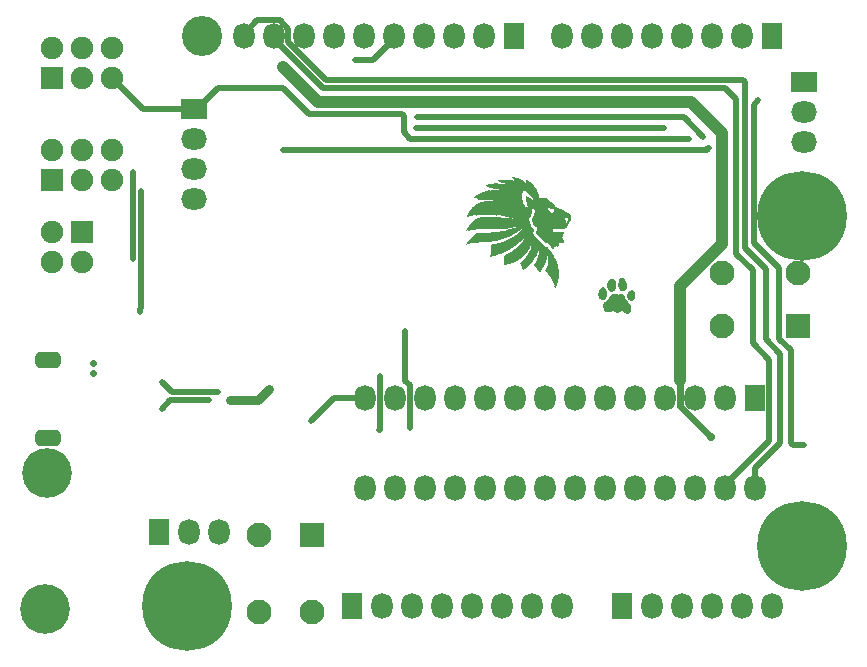
<source format=gbs>
G04*
G04 #@! TF.GenerationSoftware,Altium Limited,Altium Designer,21.1.1 (26)*
G04*
G04 Layer_Color=16711935*
%FSLAX44Y44*%
%MOMM*%
G71*
G04*
G04 #@! TF.SameCoordinates,48FF6AC7-413E-474C-8440-48B8FC10FC40*
G04*
G04*
G04 #@! TF.FilePolarity,Negative*
G04*
G01*
G75*
%ADD11C,0.5000*%
%ADD38C,0.6000*%
%ADD40C,1.0000*%
%ADD47R,2.1000X2.1000*%
%ADD65C,0.7000*%
%ADD67C,0.8000*%
%ADD70R,2.2000X1.8000*%
%ADD71O,2.2000X1.8000*%
%ADD72R,1.8000X2.2000*%
%ADD73O,1.8000X2.2000*%
%ADD74C,4.2000*%
%ADD75C,1.9000*%
%ADD76R,1.9000X1.9000*%
G04:AMPARAMS|DCode=77|XSize=2.2mm|YSize=1.4mm|CornerRadius=0.46mm|HoleSize=0mm|Usage=FLASHONLY|Rotation=0.000|XOffset=0mm|YOffset=0mm|HoleType=Round|Shape=RoundedRectangle|*
%AMROUNDEDRECTD77*
21,1,2.2000,0.4800,0,0,0.0*
21,1,1.2800,1.4000,0,0,0.0*
1,1,0.9200,0.6400,-0.2400*
1,1,0.9200,-0.6400,-0.2400*
1,1,0.9200,-0.6400,0.2400*
1,1,0.9200,0.6400,0.2400*
%
%ADD77ROUNDEDRECTD77*%
%ADD78C,2.1000*%
%ADD79R,2.1000X2.1000*%
%ADD80C,7.6000*%
%ADD81C,3.4000*%
G36*
X417508Y388668D02*
Y388619D01*
Y388570D01*
Y388521D01*
X417557D01*
Y388472D01*
Y388423D01*
Y388374D01*
X417606D01*
Y388325D01*
X417655D01*
Y388276D01*
X417753D01*
Y388227D01*
X418734D01*
Y388276D01*
X419176D01*
Y388227D01*
X419274D01*
Y388178D01*
X419323D01*
Y388129D01*
X419372D01*
Y388080D01*
X419421D01*
Y388031D01*
Y387981D01*
X419470D01*
Y387933D01*
Y387883D01*
X419519D01*
Y387834D01*
X419568D01*
Y387785D01*
X419716D01*
Y387736D01*
X420059D01*
Y387785D01*
X420648D01*
Y387736D01*
X420697D01*
Y387687D01*
X420746D01*
Y387638D01*
X420795D01*
Y387589D01*
X420844D01*
Y387540D01*
Y387491D01*
X420893D01*
Y387442D01*
Y387393D01*
X420942D01*
Y387344D01*
X421040D01*
Y387295D01*
X421629D01*
Y387344D01*
X421973D01*
Y387295D01*
X422071D01*
Y387246D01*
X422120D01*
Y387197D01*
X422169D01*
Y387147D01*
X422218D01*
Y387098D01*
X422267D01*
Y387049D01*
Y387000D01*
X422316D01*
Y386951D01*
X422365D01*
Y386902D01*
X422414D01*
Y386853D01*
X422512D01*
Y386804D01*
X422561D01*
Y386755D01*
X422610D01*
Y386706D01*
X422659D01*
Y386657D01*
X422708D01*
Y386608D01*
Y386559D01*
X422757D01*
Y386510D01*
X422807D01*
Y386461D01*
Y386412D01*
X422905D01*
Y386362D01*
X423493D01*
Y386313D01*
X423543D01*
Y386264D01*
X423591D01*
Y386215D01*
X423641D01*
Y386166D01*
Y386117D01*
X423690D01*
Y386068D01*
Y386019D01*
X423739D01*
Y385970D01*
X423788D01*
Y385921D01*
X423886D01*
Y385872D01*
X424180D01*
Y385921D01*
X424328D01*
Y385872D01*
X424475D01*
Y385823D01*
X424524D01*
Y385774D01*
Y385725D01*
X424573D01*
Y385676D01*
X424622D01*
Y385626D01*
Y385578D01*
X424671D01*
Y385528D01*
X424720D01*
Y385479D01*
X424769D01*
Y385430D01*
X424867D01*
Y385381D01*
X424916D01*
Y385332D01*
X424965D01*
Y385283D01*
X425014D01*
Y385234D01*
X425063D01*
Y385185D01*
X425112D01*
Y385136D01*
Y385087D01*
X425162D01*
Y385038D01*
X425211D01*
Y384989D01*
X425309D01*
Y384940D01*
X425358D01*
Y384891D01*
X425407D01*
Y384841D01*
X425456D01*
Y384792D01*
X425505D01*
Y384743D01*
X425554D01*
Y384694D01*
X425603D01*
Y384645D01*
Y384596D01*
X425652D01*
Y384547D01*
X425701D01*
Y384498D01*
X425799D01*
Y384449D01*
X425848D01*
Y384400D01*
X425897D01*
Y384351D01*
X425947D01*
Y384302D01*
Y384253D01*
X425996D01*
Y384204D01*
Y384155D01*
X426045D01*
Y384106D01*
X426094D01*
Y384057D01*
X426143D01*
Y384007D01*
X426388D01*
Y384057D01*
X426437D01*
Y384106D01*
X426486D01*
Y384155D01*
Y384204D01*
X426535D01*
Y384253D01*
Y384302D01*
Y384351D01*
Y384400D01*
Y384449D01*
Y384498D01*
Y384547D01*
X426486D01*
Y384596D01*
Y384645D01*
Y384694D01*
Y384743D01*
Y384792D01*
Y384841D01*
Y384891D01*
Y384940D01*
Y384989D01*
Y385038D01*
Y385087D01*
Y385136D01*
Y385185D01*
Y385234D01*
Y385283D01*
Y385332D01*
Y385381D01*
Y385430D01*
Y385479D01*
Y385528D01*
Y385578D01*
Y385626D01*
Y385676D01*
Y385725D01*
Y385774D01*
Y385823D01*
Y385872D01*
Y385921D01*
Y385970D01*
Y386019D01*
Y386068D01*
Y386117D01*
Y386166D01*
Y386215D01*
Y386264D01*
X426437D01*
Y386313D01*
Y386362D01*
Y386412D01*
Y386461D01*
Y386510D01*
Y386559D01*
Y386608D01*
Y386657D01*
X426486D01*
Y386706D01*
Y386755D01*
X426535D01*
Y386804D01*
X426633D01*
Y386853D01*
X426732D01*
Y386804D01*
X426879D01*
Y386755D01*
X426928D01*
Y386706D01*
Y386657D01*
X426977D01*
Y386608D01*
Y386559D01*
X427026D01*
Y386510D01*
X427075D01*
Y386461D01*
Y386412D01*
X427124D01*
Y386362D01*
X427713D01*
Y386313D01*
X427811D01*
Y386264D01*
X427860D01*
Y386215D01*
Y386166D01*
X427909D01*
Y386117D01*
Y386068D01*
X427958D01*
Y386019D01*
Y385970D01*
X428007D01*
Y385921D01*
X428105D01*
Y385872D01*
X428400D01*
Y385921D01*
X428596D01*
Y385872D01*
X428694D01*
Y385823D01*
X428743D01*
Y385774D01*
X428792D01*
Y385725D01*
Y385676D01*
X428841D01*
Y385626D01*
X428890D01*
Y385578D01*
Y385528D01*
X428939D01*
Y385479D01*
X429038D01*
Y385430D01*
X429087D01*
Y385381D01*
X429185D01*
Y385332D01*
X429234D01*
Y385283D01*
X429283D01*
Y385234D01*
Y385185D01*
X429332D01*
Y385136D01*
Y385087D01*
X429381D01*
Y385038D01*
X429430D01*
Y384989D01*
X429479D01*
Y384940D01*
X430117D01*
Y384891D01*
X430166D01*
Y384841D01*
Y384792D01*
X430215D01*
Y384743D01*
X430264D01*
Y384694D01*
Y384645D01*
X430313D01*
Y384596D01*
X430362D01*
Y384547D01*
X430411D01*
Y384498D01*
X430509D01*
Y384449D01*
X430558D01*
Y384400D01*
X430607D01*
Y384351D01*
X430657D01*
Y384302D01*
X430706D01*
Y384253D01*
X430755D01*
Y384204D01*
Y384155D01*
X430804D01*
Y384106D01*
X430853D01*
Y384057D01*
X430902D01*
Y384007D01*
X431000D01*
Y383958D01*
X431049D01*
Y383909D01*
X431098D01*
Y383860D01*
X431147D01*
Y383811D01*
X431196D01*
Y383762D01*
Y383713D01*
X431245D01*
Y383664D01*
X431294D01*
Y383615D01*
X431343D01*
Y383566D01*
X431442D01*
Y383517D01*
X431491D01*
Y383468D01*
X431540D01*
Y383419D01*
X431589D01*
Y383370D01*
X431638D01*
Y383321D01*
X431687D01*
Y383271D01*
Y383222D01*
X431736D01*
Y383173D01*
X431785D01*
Y383124D01*
X431834D01*
Y383075D01*
X431932D01*
Y383026D01*
X431981D01*
Y382977D01*
X432030D01*
Y382928D01*
X432079D01*
Y382879D01*
X432128D01*
Y382830D01*
Y382781D01*
X432178D01*
Y382732D01*
X432227D01*
Y382683D01*
X432276D01*
Y382634D01*
X432325D01*
Y382585D01*
X432423D01*
Y382536D01*
X432472D01*
Y382486D01*
X432521D01*
Y382437D01*
X432570D01*
Y382388D01*
X432619D01*
Y382339D01*
Y382290D01*
X432668D01*
Y382241D01*
X432717D01*
Y382192D01*
X432766D01*
Y382143D01*
X432864D01*
Y382094D01*
X432914D01*
Y382045D01*
X432962D01*
Y381996D01*
X433012D01*
Y381947D01*
X433061D01*
Y381898D01*
X433110D01*
Y381849D01*
Y381800D01*
X433159D01*
Y381750D01*
X433208D01*
Y381702D01*
X433257D01*
Y381652D01*
X433355D01*
Y381603D01*
X433404D01*
Y381554D01*
X433453D01*
Y381505D01*
X433502D01*
Y381456D01*
X433551D01*
Y381407D01*
Y381358D01*
X433600D01*
Y381309D01*
X433649D01*
Y381260D01*
X433699D01*
Y381211D01*
X433797D01*
Y381162D01*
X433846D01*
Y381113D01*
X433944D01*
Y381064D01*
X433993D01*
Y381015D01*
Y380965D01*
X434042D01*
Y380916D01*
Y380867D01*
Y380818D01*
Y380769D01*
Y380720D01*
X433993D01*
Y380671D01*
Y380622D01*
Y380573D01*
Y380524D01*
Y380475D01*
X434042D01*
Y380426D01*
Y380377D01*
X434091D01*
Y380328D01*
X434140D01*
Y380279D01*
X434238D01*
Y380230D01*
X434287D01*
Y380181D01*
X434385D01*
Y380131D01*
X434434D01*
Y380082D01*
Y380033D01*
X434483D01*
Y379984D01*
X434533D01*
Y379935D01*
Y379886D01*
X434582D01*
Y379837D01*
X434680D01*
Y379788D01*
X434729D01*
Y379739D01*
X434827D01*
Y379690D01*
X434876D01*
Y379641D01*
X434925D01*
Y379592D01*
X434974D01*
Y379543D01*
Y379494D01*
Y379445D01*
Y379395D01*
Y379347D01*
Y379297D01*
Y379248D01*
Y379199D01*
Y379150D01*
Y379101D01*
Y379052D01*
Y379003D01*
Y378954D01*
X435023D01*
Y378905D01*
X435121D01*
Y378856D01*
X435170D01*
Y378807D01*
X435269D01*
Y378758D01*
X435317D01*
Y378709D01*
X435367D01*
Y378660D01*
X435416D01*
Y378610D01*
Y378562D01*
X435465D01*
Y378512D01*
X435514D01*
Y378463D01*
X435563D01*
Y378414D01*
X435612D01*
Y378365D01*
X435710D01*
Y378316D01*
X435759D01*
Y378267D01*
X435857D01*
Y378218D01*
Y378169D01*
X435906D01*
Y378120D01*
Y378071D01*
Y378022D01*
Y377973D01*
Y377924D01*
Y377875D01*
Y377826D01*
Y377776D01*
Y377727D01*
Y377678D01*
Y377629D01*
Y377580D01*
X435955D01*
Y377531D01*
X436004D01*
Y377482D01*
X436054D01*
Y377433D01*
X436152D01*
Y377384D01*
X436250D01*
Y377335D01*
X436299D01*
Y377286D01*
X436348D01*
Y377237D01*
Y377188D01*
X436397D01*
Y377139D01*
Y377090D01*
Y377040D01*
Y376991D01*
Y376942D01*
X436348D01*
Y376893D01*
Y376844D01*
Y376795D01*
Y376746D01*
Y376697D01*
X436397D01*
Y376648D01*
Y376599D01*
X436446D01*
Y376550D01*
X436495D01*
Y376501D01*
X436593D01*
Y376452D01*
X436691D01*
Y376403D01*
X436740D01*
Y376354D01*
X436789D01*
Y376305D01*
X436838D01*
Y376255D01*
Y376206D01*
Y376157D01*
Y376108D01*
Y376059D01*
Y376010D01*
Y375961D01*
Y375912D01*
Y375863D01*
Y375814D01*
Y375765D01*
Y375716D01*
X436888D01*
Y375667D01*
Y375618D01*
X436986D01*
Y375569D01*
X437035D01*
Y375520D01*
X437133D01*
Y375471D01*
X437231D01*
Y375421D01*
X437280D01*
Y375372D01*
Y375323D01*
X437329D01*
Y375274D01*
Y375225D01*
Y375176D01*
Y375127D01*
Y375078D01*
Y375029D01*
Y374980D01*
Y374931D01*
Y374882D01*
Y374833D01*
Y374784D01*
X437280D01*
Y374735D01*
Y374686D01*
Y374636D01*
Y374587D01*
Y374538D01*
Y374489D01*
Y374440D01*
Y374391D01*
X437329D01*
Y374342D01*
Y374293D01*
X437378D01*
Y374244D01*
Y374195D01*
X437476D01*
Y374146D01*
X437525D01*
Y374097D01*
X437623D01*
Y374048D01*
X437673D01*
Y373999D01*
X437722D01*
Y373950D01*
X437771D01*
Y373900D01*
Y373851D01*
X437820D01*
Y373802D01*
Y373753D01*
Y373704D01*
Y373655D01*
Y373606D01*
Y373557D01*
Y373508D01*
Y373459D01*
X437771D01*
Y373410D01*
Y373361D01*
Y373312D01*
Y373263D01*
Y373214D01*
Y373165D01*
Y373116D01*
Y373066D01*
Y373017D01*
Y372968D01*
Y372919D01*
X437820D01*
Y372870D01*
Y372821D01*
X437869D01*
Y372772D01*
X437967D01*
Y372723D01*
X438016D01*
Y372674D01*
X438114D01*
Y372625D01*
X438163D01*
Y372576D01*
X438212D01*
Y372527D01*
X438261D01*
Y372478D01*
Y372429D01*
Y372379D01*
Y372331D01*
Y372281D01*
X438310D01*
Y372232D01*
Y372183D01*
X438261D01*
Y372134D01*
Y372085D01*
Y372036D01*
Y371987D01*
Y371938D01*
Y371889D01*
X438212D01*
Y371840D01*
Y371791D01*
Y371742D01*
Y371693D01*
Y371644D01*
Y371595D01*
X438261D01*
Y371545D01*
Y371496D01*
Y371447D01*
X438310D01*
Y371398D01*
X438359D01*
Y371349D01*
X438409D01*
Y371300D01*
X438507D01*
Y371251D01*
X438605D01*
Y371202D01*
X438654D01*
Y371153D01*
X438703D01*
Y371104D01*
Y371055D01*
X438752D01*
Y371006D01*
X438801D01*
Y370957D01*
Y370908D01*
X438850D01*
Y370859D01*
X438948D01*
Y370810D01*
X439095D01*
Y370760D01*
X439292D01*
Y370810D01*
X439488D01*
Y370859D01*
X439537D01*
Y370908D01*
X439586D01*
Y370957D01*
X439635D01*
Y371006D01*
Y371055D01*
X439684D01*
Y371104D01*
Y371153D01*
X439733D01*
Y371202D01*
X439782D01*
Y371251D01*
X439880D01*
Y371300D01*
X443707D01*
Y371251D01*
X443805D01*
Y371202D01*
Y371153D01*
X443854D01*
Y371104D01*
X443904D01*
Y371055D01*
Y371006D01*
X443953D01*
Y370957D01*
X444002D01*
Y370908D01*
X444051D01*
Y370859D01*
X444100D01*
Y370810D01*
X444198D01*
Y370760D01*
X444247D01*
Y370711D01*
X444296D01*
Y370662D01*
X444345D01*
Y370613D01*
X444394D01*
Y370564D01*
Y370515D01*
X444443D01*
Y370466D01*
X444492D01*
Y370417D01*
X444541D01*
Y370368D01*
X444640D01*
Y370319D01*
X444688D01*
Y370270D01*
X444738D01*
Y370221D01*
X444787D01*
Y370172D01*
X444836D01*
Y370123D01*
Y370074D01*
X444885D01*
Y370024D01*
X444934D01*
Y369976D01*
Y369926D01*
X445032D01*
Y369877D01*
X445621D01*
Y369828D01*
X445670D01*
Y369779D01*
X445719D01*
Y369730D01*
X445768D01*
Y369681D01*
Y369632D01*
X445817D01*
Y369583D01*
X445866D01*
Y369534D01*
Y369485D01*
X445964D01*
Y369436D01*
X446013D01*
Y369387D01*
X446111D01*
Y369338D01*
X446160D01*
Y369289D01*
X446209D01*
Y369240D01*
Y369190D01*
X446259D01*
Y369141D01*
X446308D01*
Y369092D01*
X446357D01*
Y369043D01*
X446406D01*
Y368994D01*
X446455D01*
Y368945D01*
X446504D01*
Y368896D01*
X446602D01*
Y368847D01*
X446651D01*
Y368798D01*
X446700D01*
Y368749D01*
Y368700D01*
X446749D01*
Y368651D01*
X446798D01*
Y368602D01*
X446847D01*
Y368553D01*
X446896D01*
Y368504D01*
X446945D01*
Y368455D01*
X447044D01*
Y368405D01*
X447093D01*
Y368356D01*
X447142D01*
Y368307D01*
X447191D01*
Y368258D01*
Y368209D01*
X447240D01*
Y368160D01*
X447289D01*
Y368111D01*
X447338D01*
Y368062D01*
X447387D01*
Y368013D01*
X447436D01*
Y367964D01*
X447534D01*
Y367915D01*
X447583D01*
Y367866D01*
X447632D01*
Y367817D01*
Y367768D01*
X447681D01*
Y367719D01*
X447730D01*
Y367669D01*
Y367620D01*
X447780D01*
Y367571D01*
X447829D01*
Y367522D01*
X448466D01*
Y367473D01*
X448515D01*
Y367424D01*
X448564D01*
Y367375D01*
Y367326D01*
X448614D01*
Y367277D01*
Y367228D01*
X448663D01*
Y367179D01*
X448712D01*
Y367130D01*
X448761D01*
Y367081D01*
X448859D01*
Y367032D01*
X448908D01*
Y366983D01*
X448957D01*
Y366934D01*
X449006D01*
Y366884D01*
X449055D01*
Y366835D01*
X449104D01*
Y366786D01*
Y366737D01*
X449153D01*
Y366688D01*
X449202D01*
Y366639D01*
X449251D01*
Y366590D01*
X449350D01*
Y366541D01*
X449399D01*
Y366492D01*
X449448D01*
Y366443D01*
X449497D01*
Y366394D01*
X449546D01*
Y366345D01*
X449595D01*
Y366296D01*
Y366247D01*
X449644D01*
Y366198D01*
X449693D01*
Y366149D01*
X449791D01*
Y366100D01*
X449840D01*
Y366050D01*
X449889D01*
Y366001D01*
X449938D01*
Y365952D01*
X449987D01*
Y365903D01*
X450036D01*
Y365854D01*
Y365805D01*
X450085D01*
Y365756D01*
X450135D01*
Y365707D01*
X450184D01*
Y365658D01*
X450282D01*
Y365609D01*
X450331D01*
Y365560D01*
X450380D01*
Y365511D01*
X450429D01*
Y365462D01*
X450478D01*
Y365413D01*
X450527D01*
Y365364D01*
Y365314D01*
X450576D01*
Y365265D01*
X450625D01*
Y365216D01*
X450674D01*
Y365167D01*
X450772D01*
Y365118D01*
X450871D01*
Y365069D01*
X450919D01*
Y365020D01*
Y364971D01*
X450969D01*
Y364922D01*
Y364873D01*
Y364824D01*
X451018D01*
Y364775D01*
Y364726D01*
Y364677D01*
Y364628D01*
X450969D01*
Y364579D01*
Y364529D01*
Y364480D01*
Y364431D01*
Y364382D01*
Y364333D01*
Y364284D01*
Y364235D01*
Y364186D01*
Y364137D01*
Y364088D01*
Y364039D01*
Y363990D01*
Y363941D01*
X451018D01*
Y363892D01*
Y363843D01*
X451067D01*
Y363794D01*
X451165D01*
Y363745D01*
X451754D01*
Y363695D01*
X451803D01*
Y363646D01*
X451852D01*
Y363597D01*
X451901D01*
Y363548D01*
Y363499D01*
X451950D01*
Y363450D01*
Y363401D01*
X451999D01*
Y363352D01*
X452048D01*
Y363303D01*
X452195D01*
Y363254D01*
X452342D01*
Y363303D01*
X452637D01*
Y363254D01*
X452735D01*
Y363205D01*
X452784D01*
Y363156D01*
X452833D01*
Y363107D01*
Y363058D01*
X452882D01*
Y363008D01*
Y362960D01*
X452931D01*
Y362910D01*
Y362861D01*
X453029D01*
Y362812D01*
X453618D01*
Y362763D01*
X453716D01*
Y362714D01*
Y362665D01*
X453765D01*
Y362616D01*
X453814D01*
Y362567D01*
Y362518D01*
X453863D01*
Y362469D01*
Y362420D01*
X453912D01*
Y362371D01*
X454011D01*
Y362322D01*
X454550D01*
Y362371D01*
X454943D01*
Y362322D01*
X455041D01*
Y362273D01*
X455139D01*
Y362224D01*
Y362174D01*
X455188D01*
Y362125D01*
Y362076D01*
X455237D01*
Y362027D01*
X455286D01*
Y361978D01*
Y361929D01*
X455335D01*
Y361880D01*
X455973D01*
Y361831D01*
X456022D01*
Y361782D01*
X456071D01*
Y361733D01*
X456120D01*
Y361684D01*
Y361635D01*
X456169D01*
Y361586D01*
Y361537D01*
X456218D01*
Y361488D01*
X456267D01*
Y361438D01*
X456316D01*
Y361390D01*
X456954D01*
Y361340D01*
X457003D01*
Y361291D01*
X457052D01*
Y361242D01*
Y361193D01*
X457101D01*
Y361144D01*
Y361095D01*
X457150D01*
Y361046D01*
X457200D01*
Y360997D01*
X457249D01*
Y360948D01*
X457347D01*
Y360899D01*
X457543D01*
Y360948D01*
X457837D01*
Y360899D01*
X457935D01*
Y360850D01*
X457985D01*
Y360801D01*
Y360752D01*
X458034D01*
Y360703D01*
Y360653D01*
X458083D01*
Y360605D01*
Y360555D01*
X458132D01*
Y360506D01*
X458181D01*
Y360457D01*
X458819D01*
Y360408D01*
X458868D01*
Y360359D01*
X458917D01*
Y360310D01*
X458966D01*
Y360261D01*
Y360212D01*
X459015D01*
Y360163D01*
Y360114D01*
X459064D01*
Y360065D01*
X459113D01*
Y360016D01*
X459211D01*
Y359967D01*
X459506D01*
Y360016D01*
X459653D01*
Y359967D01*
X459800D01*
Y359918D01*
X459849D01*
Y359869D01*
Y359819D01*
X459898D01*
Y359770D01*
Y359721D01*
X459947D01*
Y359672D01*
X459996D01*
Y359623D01*
Y359574D01*
X460045D01*
Y359525D01*
X460683D01*
Y359476D01*
X460732D01*
Y359427D01*
X460781D01*
Y359378D01*
X460830D01*
Y359329D01*
Y359280D01*
X460879D01*
Y359231D01*
Y359182D01*
X460928D01*
Y359133D01*
X460977D01*
Y359084D01*
X461026D01*
Y359035D01*
X461664D01*
Y358985D01*
X461713D01*
Y358936D01*
X461762D01*
Y358887D01*
Y358838D01*
X461811D01*
Y358789D01*
Y358740D01*
X461861D01*
Y358691D01*
X461910D01*
Y358642D01*
X461959D01*
Y358593D01*
X462057D01*
Y358544D01*
X462253D01*
Y358593D01*
X462547D01*
Y358544D01*
X462646D01*
Y358495D01*
Y358446D01*
X462695D01*
Y358397D01*
X462744D01*
Y358348D01*
Y358298D01*
X462793D01*
Y358249D01*
Y358200D01*
X462842D01*
Y358151D01*
X462891D01*
Y358102D01*
X463529D01*
Y358053D01*
X463578D01*
Y358004D01*
X463627D01*
Y357955D01*
X463676D01*
Y357906D01*
Y357857D01*
X463725D01*
Y357808D01*
Y357759D01*
X463774D01*
Y357710D01*
X463823D01*
Y357661D01*
X463921D01*
Y357612D01*
X464019D01*
Y357563D01*
X464068D01*
Y357514D01*
X464117D01*
Y357464D01*
X464166D01*
Y357415D01*
Y357366D01*
Y357317D01*
Y357268D01*
Y357219D01*
Y357170D01*
Y357121D01*
Y357072D01*
Y357023D01*
Y356974D01*
Y356925D01*
Y356876D01*
Y356827D01*
X464216D01*
Y356778D01*
X464265D01*
Y356729D01*
X464363D01*
Y356679D01*
X464461D01*
Y356630D01*
X464510D01*
Y356581D01*
X464559D01*
Y356532D01*
X464608D01*
Y356483D01*
Y356434D01*
X464657D01*
Y356385D01*
Y356336D01*
Y356287D01*
Y356238D01*
X464608D01*
Y356189D01*
Y356140D01*
Y356091D01*
Y356042D01*
Y355993D01*
Y355943D01*
X464657D01*
Y355894D01*
Y355845D01*
X464706D01*
Y355796D01*
X464804D01*
Y355747D01*
X465099D01*
Y355698D01*
Y355649D01*
Y355600D01*
Y355551D01*
Y355502D01*
Y355453D01*
Y355404D01*
Y355355D01*
Y355306D01*
Y355257D01*
Y355207D01*
Y355159D01*
Y355109D01*
Y355060D01*
Y355011D01*
Y354962D01*
Y354913D01*
Y354864D01*
Y354815D01*
Y354766D01*
Y354717D01*
Y354668D01*
Y354619D01*
Y354570D01*
Y354521D01*
Y354472D01*
Y354422D01*
Y354374D01*
Y354324D01*
Y354275D01*
Y354226D01*
Y354177D01*
Y354128D01*
Y354079D01*
Y354030D01*
Y353981D01*
Y353932D01*
Y353883D01*
Y353834D01*
Y353785D01*
Y353736D01*
Y353687D01*
Y353638D01*
Y353588D01*
Y353539D01*
Y353490D01*
Y353441D01*
Y353392D01*
Y353343D01*
Y353294D01*
Y353245D01*
Y353196D01*
Y353147D01*
Y353098D01*
Y353049D01*
Y353000D01*
Y352951D01*
Y352902D01*
Y352853D01*
Y352803D01*
Y352754D01*
Y352705D01*
Y352656D01*
Y352607D01*
Y352558D01*
Y352509D01*
Y352460D01*
X464804D01*
Y352411D01*
X464706D01*
Y352362D01*
X464657D01*
Y352313D01*
Y352264D01*
X464608D01*
Y352215D01*
Y352166D01*
Y352117D01*
Y352067D01*
Y352019D01*
Y351969D01*
X464657D01*
Y351920D01*
Y351871D01*
Y351822D01*
Y351773D01*
X464608D01*
Y351724D01*
Y351675D01*
Y351626D01*
X464559D01*
Y351577D01*
X464461D01*
Y351528D01*
X464363D01*
Y351479D01*
X464314D01*
Y351430D01*
X464216D01*
Y351381D01*
X464166D01*
Y351332D01*
Y351283D01*
Y351233D01*
Y351184D01*
Y351135D01*
Y351086D01*
Y351037D01*
Y350988D01*
Y350939D01*
Y350890D01*
Y350841D01*
Y350792D01*
Y350743D01*
X464117D01*
Y350694D01*
X464068D01*
Y350645D01*
X464019D01*
Y350596D01*
X463921D01*
Y350547D01*
X463823D01*
Y350498D01*
X463774D01*
Y350448D01*
X463725D01*
Y350399D01*
X463676D01*
Y350350D01*
Y350301D01*
Y350252D01*
Y350203D01*
Y350154D01*
Y350105D01*
Y350056D01*
Y350007D01*
Y349958D01*
Y349909D01*
Y349860D01*
Y349811D01*
Y349762D01*
X463627D01*
Y349712D01*
X463578D01*
Y349663D01*
X463480D01*
Y349614D01*
X463382D01*
Y349565D01*
X463332D01*
Y349516D01*
X463283D01*
Y349467D01*
X463234D01*
Y349418D01*
Y349369D01*
X463185D01*
Y349320D01*
X463136D01*
Y349271D01*
X463087D01*
Y349222D01*
X463038D01*
Y349173D01*
X462989D01*
Y349124D01*
X462891D01*
Y349075D01*
X462842D01*
Y349026D01*
X462793D01*
Y348977D01*
X462744D01*
Y348927D01*
Y348878D01*
Y348829D01*
Y348780D01*
Y348731D01*
Y348682D01*
Y348633D01*
Y348584D01*
Y348535D01*
Y348486D01*
Y348437D01*
Y348388D01*
X462695D01*
Y348339D01*
Y348290D01*
X462597D01*
Y348241D01*
X462547D01*
Y348192D01*
X462449D01*
Y348143D01*
X462351D01*
Y348093D01*
X462302D01*
Y348044D01*
Y347995D01*
X462253D01*
Y347946D01*
Y347897D01*
Y347848D01*
Y347799D01*
Y347750D01*
Y347701D01*
X462302D01*
Y347652D01*
Y347603D01*
Y347554D01*
X462253D01*
Y347505D01*
Y347456D01*
Y347407D01*
X462204D01*
Y347357D01*
X462155D01*
Y347308D01*
X462057D01*
Y347259D01*
X461959D01*
Y347210D01*
X461910D01*
Y347161D01*
X461861D01*
Y347112D01*
X461811D01*
Y347063D01*
Y347014D01*
Y346965D01*
Y346916D01*
Y346867D01*
Y346818D01*
Y346769D01*
Y346720D01*
Y346671D01*
Y346622D01*
Y346572D01*
Y346523D01*
X461762D01*
Y346474D01*
Y346425D01*
X461713D01*
Y346376D01*
X461615D01*
Y346327D01*
X461517D01*
Y346278D01*
X461419D01*
Y346229D01*
X461370D01*
Y346180D01*
Y346131D01*
X461321D01*
Y346082D01*
Y346033D01*
Y345984D01*
Y345935D01*
Y345886D01*
Y345836D01*
Y345788D01*
Y345738D01*
Y345689D01*
Y345640D01*
Y345591D01*
Y345542D01*
X461272D01*
Y345493D01*
Y345444D01*
X461174D01*
Y345395D01*
X461026D01*
Y345346D01*
X460781D01*
Y345395D01*
X459653D01*
Y345346D01*
X459555D01*
Y345297D01*
X459506D01*
Y345248D01*
Y345199D01*
X459456D01*
Y345150D01*
Y345101D01*
X459407D01*
Y345051D01*
X459358D01*
Y345003D01*
X459309D01*
Y344953D01*
X459260D01*
Y344904D01*
X454845D01*
Y344953D01*
X454550D01*
Y344904D01*
X454452D01*
Y344855D01*
X454354D01*
Y344806D01*
X454305D01*
Y344757D01*
Y344708D01*
X454256D01*
Y344659D01*
Y344610D01*
X454207D01*
Y344561D01*
X454158D01*
Y344512D01*
X454109D01*
Y344463D01*
X454011D01*
Y344414D01*
X453569D01*
Y344463D01*
X451067D01*
Y344414D01*
X450772D01*
Y344463D01*
X450282D01*
Y344414D01*
X450135D01*
Y344365D01*
X450085D01*
Y344316D01*
X450036D01*
Y344267D01*
Y344217D01*
Y344168D01*
Y344119D01*
Y344070D01*
X449987D01*
Y344021D01*
Y343972D01*
Y343923D01*
X450036D01*
Y343874D01*
Y343825D01*
Y343776D01*
Y343727D01*
Y343678D01*
Y343629D01*
Y343580D01*
Y343531D01*
Y343481D01*
Y343433D01*
Y343383D01*
Y343334D01*
Y343285D01*
Y343236D01*
Y343187D01*
Y343138D01*
Y343089D01*
Y343040D01*
X450085D01*
Y342991D01*
Y342942D01*
Y342893D01*
X450036D01*
Y342844D01*
Y342795D01*
Y342746D01*
X449987D01*
Y342696D01*
X449938D01*
Y342647D01*
X449840D01*
Y342598D01*
X449742D01*
Y342549D01*
X449693D01*
Y342500D01*
X449595D01*
Y342451D01*
Y342402D01*
X449546D01*
Y342353D01*
Y342304D01*
Y342255D01*
Y342206D01*
X449595D01*
Y342157D01*
X449644D01*
Y342108D01*
X449693D01*
Y342059D01*
X450233D01*
Y342108D01*
X457985D01*
Y342059D01*
X458230D01*
Y342108D01*
X458770D01*
Y342059D01*
X458868D01*
Y342010D01*
X458917D01*
Y341961D01*
X458966D01*
Y341912D01*
Y341862D01*
Y341813D01*
Y341764D01*
X459015D01*
Y341715D01*
Y341666D01*
Y341617D01*
Y341568D01*
X458966D01*
Y341519D01*
Y341470D01*
Y341421D01*
Y341372D01*
Y341323D01*
Y341274D01*
Y341225D01*
X459015D01*
Y341176D01*
Y341127D01*
Y341077D01*
Y341028D01*
Y340979D01*
X458966D01*
Y340930D01*
Y340881D01*
Y340832D01*
X458917D01*
Y340783D01*
X458868D01*
Y340734D01*
X458819D01*
Y340685D01*
X458721D01*
Y340636D01*
X458622D01*
Y340587D01*
X458573D01*
Y340538D01*
X458524D01*
Y340489D01*
Y340440D01*
X458475D01*
Y340391D01*
Y340341D01*
Y340292D01*
Y340243D01*
Y340194D01*
Y340145D01*
Y340096D01*
Y340047D01*
Y339998D01*
X458524D01*
Y339949D01*
Y339900D01*
Y339851D01*
Y339802D01*
Y339753D01*
Y339704D01*
Y339655D01*
Y339606D01*
Y339557D01*
Y339507D01*
Y339458D01*
X458475D01*
Y339409D01*
X458426D01*
Y339360D01*
X458377D01*
Y339311D01*
X458328D01*
Y339262D01*
X458230D01*
Y339213D01*
X458132D01*
Y339164D01*
X458083D01*
Y339115D01*
Y339066D01*
X458034D01*
Y339017D01*
Y338968D01*
Y338919D01*
X457985D01*
Y338870D01*
Y338821D01*
Y338772D01*
Y338722D01*
X458034D01*
Y338673D01*
Y338624D01*
Y338575D01*
Y338526D01*
Y338477D01*
Y338428D01*
X458083D01*
Y338379D01*
Y338330D01*
Y338281D01*
Y338232D01*
Y338183D01*
X458034D01*
Y338134D01*
Y338085D01*
Y338036D01*
X457985D01*
Y337986D01*
X457935D01*
Y337937D01*
X457837D01*
Y337888D01*
X457739D01*
Y337839D01*
X457690D01*
Y337790D01*
X457641D01*
Y337741D01*
X457592D01*
Y337692D01*
Y337643D01*
X457543D01*
Y337594D01*
Y337545D01*
X457592D01*
Y337496D01*
Y337447D01*
X457641D01*
Y337398D01*
X457739D01*
Y337349D01*
X457837D01*
Y337300D01*
X457935D01*
Y337251D01*
X457985D01*
Y337201D01*
X458034D01*
Y337152D01*
Y337103D01*
Y337054D01*
X458083D01*
Y337005D01*
Y336956D01*
Y336907D01*
Y336858D01*
Y336809D01*
X458034D01*
Y336760D01*
Y336711D01*
Y336662D01*
Y336613D01*
Y336564D01*
Y336515D01*
X457985D01*
Y336465D01*
Y336417D01*
Y336367D01*
Y336318D01*
X458034D01*
Y336269D01*
Y336220D01*
Y336171D01*
Y336122D01*
X458083D01*
Y336073D01*
X458132D01*
Y336024D01*
X458181D01*
Y335975D01*
X458279D01*
Y335926D01*
X458377D01*
Y335877D01*
X458426D01*
Y335828D01*
X458475D01*
Y335779D01*
Y335730D01*
X458524D01*
Y335681D01*
Y335631D01*
Y335582D01*
Y335533D01*
Y335484D01*
Y335435D01*
X458475D01*
Y335386D01*
Y335337D01*
Y335288D01*
X458524D01*
Y335239D01*
Y335190D01*
Y335141D01*
X458573D01*
Y335092D01*
X458671D01*
Y335043D01*
X458770D01*
Y334994D01*
X458819D01*
Y334945D01*
X458917D01*
Y334896D01*
Y334846D01*
X458966D01*
Y334797D01*
Y334748D01*
X459015D01*
Y334699D01*
Y334650D01*
Y334601D01*
Y334552D01*
Y334503D01*
Y334454D01*
Y334405D01*
X458966D01*
Y334356D01*
Y334307D01*
Y334258D01*
Y334209D01*
Y334160D01*
Y334110D01*
Y334062D01*
Y334012D01*
Y333963D01*
Y333914D01*
Y333865D01*
Y333816D01*
Y333767D01*
Y333718D01*
X459015D01*
Y333669D01*
Y333620D01*
Y333571D01*
Y333522D01*
Y333473D01*
Y333424D01*
X458966D01*
Y333375D01*
Y333326D01*
Y333276D01*
X458917D01*
Y333227D01*
X458868D01*
Y333178D01*
X458770D01*
Y333129D01*
X455728D01*
Y333178D01*
X455531D01*
Y333129D01*
X455335D01*
Y333080D01*
X455286D01*
Y333031D01*
X455237D01*
Y332982D01*
Y332933D01*
X455188D01*
Y332884D01*
Y332835D01*
Y332786D01*
Y332737D01*
Y332688D01*
Y332639D01*
Y332590D01*
Y332541D01*
Y332491D01*
Y332442D01*
X455237D01*
Y332393D01*
Y332344D01*
Y332295D01*
Y332246D01*
Y332197D01*
Y332148D01*
Y332099D01*
Y332050D01*
Y332001D01*
Y331952D01*
X455188D01*
Y331903D01*
Y331854D01*
X455139D01*
Y331805D01*
X455090D01*
Y331755D01*
X454992D01*
Y331706D01*
X454894D01*
Y331657D01*
X454845D01*
Y331608D01*
X454795D01*
Y331559D01*
X454746D01*
Y331510D01*
Y331461D01*
Y331412D01*
X454697D01*
Y331363D01*
Y331314D01*
Y331265D01*
Y331216D01*
Y331167D01*
Y331118D01*
X454746D01*
Y331069D01*
Y331020D01*
Y330970D01*
Y330921D01*
Y330872D01*
Y330823D01*
Y330774D01*
Y330725D01*
Y330676D01*
Y330627D01*
Y330578D01*
Y330529D01*
Y330480D01*
X454697D01*
Y330431D01*
X454648D01*
Y330382D01*
X454599D01*
Y330333D01*
X454501D01*
Y330284D01*
X454403D01*
Y330235D01*
X454354D01*
Y330186D01*
X454305D01*
Y330136D01*
X454256D01*
Y330087D01*
Y330038D01*
Y329989D01*
Y329940D01*
Y329891D01*
Y329842D01*
Y329793D01*
Y329744D01*
Y329695D01*
Y329646D01*
Y329597D01*
Y329548D01*
X454207D01*
Y329499D01*
Y329450D01*
X454158D01*
Y329400D01*
X454059D01*
Y329351D01*
X453569D01*
Y329400D01*
X453471D01*
Y329450D01*
X453422D01*
Y329499D01*
X453373D01*
Y329548D01*
Y329597D01*
X453324D01*
Y329646D01*
X453274D01*
Y329695D01*
Y329744D01*
X453176D01*
Y329793D01*
X453127D01*
Y329842D01*
X453029D01*
Y329891D01*
X452980D01*
Y329940D01*
X452931D01*
Y329989D01*
X452882D01*
Y330038D01*
X452833D01*
Y330087D01*
Y330136D01*
X452784D01*
Y330186D01*
X452735D01*
Y330235D01*
X452686D01*
Y330284D01*
X452637D01*
Y330333D01*
X452146D01*
Y330284D01*
X452048D01*
Y330235D01*
X451999D01*
Y330186D01*
Y330136D01*
X451950D01*
Y330087D01*
X451901D01*
Y330038D01*
Y329989D01*
X451852D01*
Y329940D01*
X451803D01*
Y329891D01*
X451704D01*
Y329842D01*
X451656D01*
Y329793D01*
X451557D01*
Y329744D01*
X451508D01*
Y329695D01*
X451459D01*
Y329646D01*
Y329597D01*
X451410D01*
Y329548D01*
Y329499D01*
X451361D01*
Y329450D01*
X451312D01*
Y329400D01*
X451214D01*
Y329351D01*
X451116D01*
Y329302D01*
X451067D01*
Y329253D01*
X451018D01*
Y329204D01*
X450969D01*
Y329155D01*
Y329106D01*
Y329057D01*
Y329008D01*
Y328959D01*
Y328910D01*
Y328861D01*
Y328812D01*
Y328763D01*
Y328714D01*
Y328665D01*
Y328615D01*
X450919D01*
Y328566D01*
Y328517D01*
X450821D01*
Y328468D01*
X450772D01*
Y328419D01*
X450674D01*
Y328370D01*
X450625D01*
Y328321D01*
X450576D01*
Y328272D01*
X450527D01*
Y328223D01*
X450478D01*
Y328174D01*
Y328125D01*
X450429D01*
Y328076D01*
X450380D01*
Y328027D01*
X450331D01*
Y327978D01*
X450282D01*
Y327929D01*
X450184D01*
Y327879D01*
X450135D01*
Y327831D01*
Y327781D01*
X450085D01*
Y327732D01*
Y327683D01*
X450036D01*
Y327634D01*
X449987D01*
Y327585D01*
Y327536D01*
X449889D01*
Y327487D01*
X449693D01*
Y327536D01*
X449595D01*
Y327585D01*
Y327634D01*
X449546D01*
Y327683D01*
Y327732D01*
X449497D01*
Y327781D01*
X449448D01*
Y327831D01*
Y327879D01*
X449399D01*
Y327929D01*
X449350D01*
Y327978D01*
X449251D01*
Y328027D01*
X449202D01*
Y328076D01*
X449153D01*
Y328125D01*
X449104D01*
Y328174D01*
Y328223D01*
X449055D01*
Y328272D01*
X449006D01*
Y328321D01*
X448957D01*
Y328370D01*
X448908D01*
Y328419D01*
X448810D01*
Y328468D01*
X448761D01*
Y328517D01*
X448712D01*
Y328566D01*
X448663D01*
Y328615D01*
X448614D01*
Y328665D01*
Y328714D01*
X448564D01*
Y328763D01*
X448515D01*
Y328812D01*
X448466D01*
Y328861D01*
X448417D01*
Y328910D01*
X448319D01*
Y328959D01*
X448270D01*
Y329008D01*
X448221D01*
Y329057D01*
X448172D01*
Y329106D01*
X448123D01*
Y329155D01*
Y329204D01*
X448074D01*
Y329253D01*
X448025D01*
Y329302D01*
X447976D01*
Y329351D01*
X447878D01*
Y329400D01*
X447829D01*
Y329450D01*
X447730D01*
Y329499D01*
Y329548D01*
X447681D01*
Y329597D01*
Y329646D01*
Y329695D01*
Y329744D01*
Y329793D01*
Y329842D01*
Y329891D01*
Y329940D01*
Y329989D01*
Y330038D01*
Y330087D01*
Y330136D01*
X447632D01*
Y330186D01*
X447583D01*
Y330235D01*
X447534D01*
Y330284D01*
X447436D01*
Y330333D01*
X447387D01*
Y330382D01*
X447289D01*
Y330431D01*
Y330480D01*
X447240D01*
Y330529D01*
X447191D01*
Y330578D01*
X447142D01*
Y330627D01*
Y330676D01*
X447093D01*
Y330725D01*
X446995D01*
Y330774D01*
X446945D01*
Y330823D01*
X446896D01*
Y330872D01*
X446847D01*
Y330921D01*
X446798D01*
Y330970D01*
X446749D01*
Y331020D01*
X446700D01*
Y331069D01*
Y331118D01*
X446651D01*
Y331167D01*
X446602D01*
Y331216D01*
X446504D01*
Y331265D01*
X446455D01*
Y331314D01*
X446406D01*
Y331363D01*
X446357D01*
Y331412D01*
X446308D01*
Y331461D01*
X446259D01*
Y331510D01*
X446209D01*
Y331559D01*
Y331608D01*
X446160D01*
Y331657D01*
X446111D01*
Y331706D01*
X446013D01*
Y331755D01*
X445915D01*
Y331805D01*
X445866D01*
Y331854D01*
X445817D01*
Y331903D01*
Y331952D01*
X445768D01*
Y332001D01*
Y332050D01*
Y332099D01*
Y332148D01*
Y332197D01*
Y332246D01*
Y332295D01*
X445817D01*
Y332344D01*
Y332393D01*
X445768D01*
Y332442D01*
Y332491D01*
Y332541D01*
X445719D01*
Y332590D01*
X445670D01*
Y332639D01*
X445572D01*
Y332688D01*
X445032D01*
Y332639D01*
X444787D01*
Y332688D01*
X444100D01*
Y332639D01*
X443658D01*
Y332688D01*
X443560D01*
Y332737D01*
X443511D01*
Y332786D01*
Y332835D01*
X443462D01*
Y332884D01*
X443413D01*
Y332933D01*
Y332982D01*
X443364D01*
Y333031D01*
X443315D01*
Y333080D01*
X443266D01*
Y333129D01*
X443168D01*
Y333178D01*
X443119D01*
Y333227D01*
X443069D01*
Y333276D01*
X443020D01*
Y333326D01*
X442971D01*
Y333375D01*
Y333424D01*
X442922D01*
Y333473D01*
X442873D01*
Y333522D01*
X442824D01*
Y333571D01*
X442726D01*
Y333620D01*
X442677D01*
Y333669D01*
X442628D01*
Y333718D01*
X442579D01*
Y333767D01*
X442530D01*
Y333816D01*
X442481D01*
Y333865D01*
Y333914D01*
X442432D01*
Y333963D01*
X442383D01*
Y334012D01*
X442333D01*
Y334062D01*
X442235D01*
Y334110D01*
X442186D01*
Y334160D01*
X442137D01*
Y334209D01*
X442088D01*
Y334258D01*
X442039D01*
Y334307D01*
Y334356D01*
X441990D01*
Y334405D01*
X441941D01*
Y334454D01*
X441892D01*
Y334503D01*
X441843D01*
Y334552D01*
X441745D01*
Y334601D01*
X441696D01*
Y334650D01*
X441647D01*
Y334699D01*
X441598D01*
Y334748D01*
X441549D01*
Y334797D01*
Y334846D01*
X441499D01*
Y334896D01*
X441450D01*
Y334945D01*
X441401D01*
Y334994D01*
X441303D01*
Y335043D01*
X441254D01*
Y335092D01*
X441205D01*
Y335141D01*
X441156D01*
Y335190D01*
X441107D01*
Y335239D01*
X441058D01*
Y335288D01*
Y335337D01*
X441009D01*
Y335386D01*
X440960D01*
Y335435D01*
X440911D01*
Y335484D01*
X440813D01*
Y335533D01*
X440764D01*
Y335582D01*
X440714D01*
Y335631D01*
X440665D01*
Y335681D01*
X440616D01*
Y335730D01*
Y335779D01*
X440567D01*
Y335828D01*
X440518D01*
Y335877D01*
X440469D01*
Y335926D01*
X440371D01*
Y335975D01*
X440322D01*
Y336024D01*
X440273D01*
Y336073D01*
X440224D01*
Y336122D01*
X440175D01*
Y336171D01*
X440126D01*
Y336220D01*
Y336269D01*
X440077D01*
Y336318D01*
X440028D01*
Y336367D01*
X439978D01*
Y336417D01*
X439880D01*
Y336465D01*
X439831D01*
Y336515D01*
X439782D01*
Y336564D01*
X439733D01*
Y336613D01*
X439684D01*
Y336662D01*
X439635D01*
Y336711D01*
Y336760D01*
X439586D01*
Y336809D01*
X439537D01*
Y336858D01*
X439488D01*
Y336907D01*
X439390D01*
Y336956D01*
X439341D01*
Y337005D01*
X439292D01*
Y337054D01*
X439243D01*
Y337103D01*
X439193D01*
Y337152D01*
Y337201D01*
X439144D01*
Y337251D01*
X439095D01*
Y337300D01*
X439046D01*
Y337349D01*
X438948D01*
Y337398D01*
X438899D01*
Y337447D01*
X438850D01*
Y337496D01*
X438801D01*
Y337545D01*
X438752D01*
Y337594D01*
X438703D01*
Y337643D01*
Y337692D01*
X438654D01*
Y337741D01*
X438605D01*
Y337790D01*
X438556D01*
Y337839D01*
X438458D01*
Y337888D01*
X438409D01*
Y337937D01*
X438359D01*
Y337986D01*
X438310D01*
Y338036D01*
X438261D01*
Y338085D01*
Y338134D01*
X438212D01*
Y338183D01*
X438163D01*
Y338232D01*
X438114D01*
Y338281D01*
X438016D01*
Y338330D01*
X437967D01*
Y338379D01*
X437918D01*
Y338428D01*
X437869D01*
Y338477D01*
X437820D01*
Y338526D01*
X437771D01*
Y338575D01*
Y338624D01*
X437722D01*
Y338673D01*
X437673D01*
Y338722D01*
X437623D01*
Y338772D01*
X437525D01*
Y338821D01*
X437476D01*
Y338870D01*
X437427D01*
Y338919D01*
X437378D01*
Y338968D01*
X437329D01*
Y339017D01*
Y339066D01*
X437280D01*
Y339115D01*
X437231D01*
Y339164D01*
X437182D01*
Y339213D01*
X437133D01*
Y339262D01*
X437035D01*
Y339311D01*
X436986D01*
Y339360D01*
X436937D01*
Y339409D01*
X436888D01*
Y339458D01*
X436838D01*
Y339507D01*
Y339557D01*
X436789D01*
Y339606D01*
X436740D01*
Y339655D01*
X436691D01*
Y339704D01*
X436593D01*
Y339753D01*
X436544D01*
Y339802D01*
X436495D01*
Y339851D01*
X436446D01*
Y339900D01*
X436397D01*
Y339949D01*
X436348D01*
Y339998D01*
Y340047D01*
X436299D01*
Y340096D01*
X436250D01*
Y340145D01*
X436201D01*
Y340194D01*
X436103D01*
Y340243D01*
X436054D01*
Y340292D01*
X436004D01*
Y340341D01*
X435955D01*
Y340391D01*
X435906D01*
Y340440D01*
Y340489D01*
X435857D01*
Y340538D01*
X435808D01*
Y340587D01*
X435759D01*
Y340636D01*
X435710D01*
Y340685D01*
X435612D01*
Y340734D01*
X435514D01*
Y340783D01*
X435465D01*
Y340832D01*
Y340881D01*
X435416D01*
Y340930D01*
Y340979D01*
Y341028D01*
Y341077D01*
Y341127D01*
Y341176D01*
Y341225D01*
Y341274D01*
Y341323D01*
Y341372D01*
Y341421D01*
Y341470D01*
Y341519D01*
Y341568D01*
Y341617D01*
Y341666D01*
Y341715D01*
Y341764D01*
Y341813D01*
Y341862D01*
Y341912D01*
Y341961D01*
Y342010D01*
Y342059D01*
Y342108D01*
Y342157D01*
Y342206D01*
Y342255D01*
Y342304D01*
Y342353D01*
Y342402D01*
Y342451D01*
Y342500D01*
Y342549D01*
Y342598D01*
Y342647D01*
Y342696D01*
Y342746D01*
Y342795D01*
Y342844D01*
X435465D01*
Y342893D01*
X435514D01*
Y342942D01*
X435563D01*
Y342991D01*
X435661D01*
Y343040D01*
X435759D01*
Y343089D01*
X435808D01*
Y343138D01*
X435857D01*
Y343187D01*
Y343236D01*
X435906D01*
Y343285D01*
Y343334D01*
Y343383D01*
Y343433D01*
Y343481D01*
Y343531D01*
Y343580D01*
Y343629D01*
Y343678D01*
Y343727D01*
Y343776D01*
Y343825D01*
Y343874D01*
Y343923D01*
Y343972D01*
Y344021D01*
Y344070D01*
Y344119D01*
Y344168D01*
Y344217D01*
Y344267D01*
Y344316D01*
Y344365D01*
Y344414D01*
X435857D01*
Y344463D01*
Y344512D01*
Y344561D01*
X435906D01*
Y344610D01*
Y344659D01*
Y344708D01*
Y344757D01*
X435955D01*
Y344806D01*
X436004D01*
Y344855D01*
X436054D01*
Y344904D01*
X436152D01*
Y344953D01*
X436250D01*
Y345003D01*
X436299D01*
Y345051D01*
X436348D01*
Y345101D01*
Y345150D01*
X436397D01*
Y345199D01*
Y345248D01*
Y345297D01*
Y345346D01*
Y345395D01*
Y345444D01*
Y345493D01*
Y345542D01*
Y345591D01*
X436348D01*
Y345640D01*
X436397D01*
Y345689D01*
Y345738D01*
Y345788D01*
Y345836D01*
Y345886D01*
Y345935D01*
Y345984D01*
Y346033D01*
Y346082D01*
X436348D01*
Y346131D01*
Y346180D01*
X436299D01*
Y346229D01*
X436250D01*
Y346278D01*
X436201D01*
Y346327D01*
X436103D01*
Y346376D01*
X436004D01*
Y346425D01*
X435955D01*
Y346474D01*
Y346523D01*
X435906D01*
Y346572D01*
Y346622D01*
X435857D01*
Y346671D01*
X435808D01*
Y346720D01*
X435759D01*
Y346769D01*
X435661D01*
Y346818D01*
X435170D01*
Y346769D01*
X434729D01*
Y346818D01*
X434631D01*
Y346867D01*
X434582D01*
Y346916D01*
X434533D01*
Y346965D01*
Y347014D01*
X434483D01*
Y347063D01*
Y347112D01*
X434434D01*
Y347161D01*
X434385D01*
Y347210D01*
X434336D01*
Y347259D01*
X433747D01*
Y347308D01*
X433649D01*
Y347357D01*
X433600D01*
Y347407D01*
Y347456D01*
X433551D01*
Y347505D01*
Y347554D01*
X433502D01*
Y347603D01*
X433453D01*
Y347652D01*
X433404D01*
Y347701D01*
X433355D01*
Y347750D01*
X433257D01*
Y347799D01*
X433159D01*
Y347848D01*
X433110D01*
Y347897D01*
Y347946D01*
X433061D01*
Y347995D01*
Y348044D01*
Y348093D01*
Y348143D01*
Y348192D01*
Y348241D01*
Y348290D01*
Y348339D01*
Y348388D01*
Y348437D01*
Y348486D01*
X433110D01*
Y348535D01*
Y348584D01*
Y348633D01*
Y348682D01*
Y348731D01*
Y348780D01*
Y348829D01*
Y348878D01*
X433061D01*
Y348927D01*
Y348977D01*
Y349026D01*
X433012D01*
Y349075D01*
X432914D01*
Y349124D01*
X432864D01*
Y349173D01*
X432766D01*
Y349222D01*
X432717D01*
Y349271D01*
X432668D01*
Y349320D01*
X432619D01*
Y349369D01*
Y349418D01*
X432570D01*
Y349467D01*
Y349516D01*
Y349565D01*
Y349614D01*
Y349663D01*
Y349712D01*
Y349762D01*
X432619D01*
Y349811D01*
Y349860D01*
Y349909D01*
Y349958D01*
Y350007D01*
Y350056D01*
Y350105D01*
Y350154D01*
Y350203D01*
Y350252D01*
Y350301D01*
Y350350D01*
Y350399D01*
Y350448D01*
Y350498D01*
Y350547D01*
Y350596D01*
Y350645D01*
Y350694D01*
Y350743D01*
Y350792D01*
Y350841D01*
X432570D01*
Y350890D01*
X432521D01*
Y350939D01*
X432472D01*
Y350988D01*
X432423D01*
Y351037D01*
X432325D01*
Y351086D01*
X432227D01*
Y351135D01*
X432178D01*
Y351184D01*
Y351233D01*
X432128D01*
Y351283D01*
Y351332D01*
Y351381D01*
Y351430D01*
Y351479D01*
Y351528D01*
Y351577D01*
Y351626D01*
Y351675D01*
Y351724D01*
Y351773D01*
Y351822D01*
Y351871D01*
X432178D01*
Y351920D01*
Y351969D01*
Y352019D01*
Y352067D01*
Y352117D01*
X432128D01*
Y352166D01*
Y352215D01*
Y352264D01*
X432079D01*
Y352313D01*
Y352362D01*
X432030D01*
Y352411D01*
X431932D01*
Y352460D01*
X431834D01*
Y352509D01*
X431785D01*
Y352558D01*
X431736D01*
Y352607D01*
X431687D01*
Y352656D01*
Y352705D01*
X431638D01*
Y352754D01*
Y352803D01*
Y352853D01*
Y352902D01*
Y352951D01*
Y353000D01*
Y353049D01*
Y353098D01*
Y353147D01*
X431687D01*
Y353196D01*
Y353245D01*
X431736D01*
Y353294D01*
X431785D01*
Y353343D01*
X431883D01*
Y353392D01*
X431981D01*
Y353441D01*
X432030D01*
Y353490D01*
X432079D01*
Y353539D01*
X432128D01*
Y353588D01*
Y353638D01*
Y353687D01*
Y353736D01*
Y353785D01*
Y353834D01*
Y353883D01*
Y353932D01*
Y353981D01*
Y354030D01*
Y354079D01*
Y354128D01*
Y354177D01*
X432178D01*
Y354226D01*
X432227D01*
Y354275D01*
X432325D01*
Y354324D01*
X432423D01*
Y354374D01*
X432472D01*
Y354422D01*
X432521D01*
Y354472D01*
X432570D01*
Y354521D01*
X432619D01*
Y354570D01*
Y354619D01*
Y354668D01*
Y354717D01*
Y354766D01*
Y354815D01*
Y354864D01*
Y354913D01*
Y354962D01*
Y355011D01*
Y355060D01*
Y355109D01*
X432668D01*
Y355159D01*
Y355207D01*
X432766D01*
Y355257D01*
X432864D01*
Y355306D01*
X432962D01*
Y355355D01*
X433012D01*
Y355404D01*
X433061D01*
Y355453D01*
Y355502D01*
Y355551D01*
Y355600D01*
Y355649D01*
Y355698D01*
Y355747D01*
Y355796D01*
Y355845D01*
Y355894D01*
Y355943D01*
Y355993D01*
X433110D01*
Y356042D01*
Y356091D01*
X433159D01*
Y356140D01*
X433208D01*
Y356189D01*
X433306D01*
Y356238D01*
X433404D01*
Y356287D01*
X433453D01*
Y356336D01*
X433502D01*
Y356385D01*
X433551D01*
Y356434D01*
Y356483D01*
Y356532D01*
Y356581D01*
Y356630D01*
X433600D01*
Y356679D01*
Y356729D01*
X433551D01*
Y356778D01*
Y356827D01*
Y356876D01*
Y356925D01*
Y356974D01*
Y357023D01*
X433502D01*
Y357072D01*
Y357121D01*
Y357170D01*
Y357219D01*
Y357268D01*
Y357317D01*
X433551D01*
Y357366D01*
Y357415D01*
Y357464D01*
X433600D01*
Y357514D01*
X433649D01*
Y357563D01*
X433699D01*
Y357612D01*
X433797D01*
Y357661D01*
X433895D01*
Y357710D01*
X433944D01*
Y357759D01*
X433993D01*
Y357808D01*
Y357857D01*
X434042D01*
Y357906D01*
Y357955D01*
Y358004D01*
Y358053D01*
Y358102D01*
X433993D01*
Y358151D01*
Y358200D01*
Y358249D01*
Y358298D01*
Y358348D01*
X434042D01*
Y358397D01*
Y358446D01*
X434091D01*
Y358495D01*
X434140D01*
Y358544D01*
X434238D01*
Y358593D01*
X434336D01*
Y358642D01*
X434385D01*
Y358691D01*
X434434D01*
Y358740D01*
X434483D01*
Y358789D01*
Y358838D01*
Y358887D01*
Y358936D01*
Y358985D01*
Y359035D01*
Y359084D01*
Y359133D01*
Y359182D01*
Y359231D01*
Y359280D01*
Y359329D01*
X434533D01*
Y359378D01*
Y359427D01*
X434582D01*
Y359476D01*
X434680D01*
Y359525D01*
X434778D01*
Y359574D01*
X434827D01*
Y359623D01*
X434876D01*
Y359672D01*
X434925D01*
Y359721D01*
X434974D01*
Y359770D01*
Y359819D01*
Y359869D01*
Y359918D01*
Y359967D01*
Y360016D01*
Y360065D01*
Y360114D01*
Y360163D01*
Y360212D01*
Y360261D01*
X434925D01*
Y360310D01*
Y360359D01*
X434876D01*
Y360408D01*
X434778D01*
Y360457D01*
X434189D01*
Y360506D01*
X434140D01*
Y360555D01*
X434091D01*
Y360605D01*
X434042D01*
Y360653D01*
Y360703D01*
X433993D01*
Y360752D01*
X433944D01*
Y360801D01*
X433895D01*
Y360850D01*
X433846D01*
Y360899D01*
X433797D01*
Y360948D01*
X433699D01*
Y360997D01*
X433649D01*
Y361046D01*
X433600D01*
Y361095D01*
X433551D01*
Y361144D01*
Y361193D01*
X433502D01*
Y361242D01*
Y361291D01*
X433453D01*
Y361340D01*
X433404D01*
Y361390D01*
X432766D01*
Y361438D01*
X432717D01*
Y361488D01*
X432668D01*
Y361537D01*
X432619D01*
Y361586D01*
Y361635D01*
X432570D01*
Y361684D01*
Y361733D01*
X432521D01*
Y361782D01*
X432472D01*
Y361831D01*
X432423D01*
Y361880D01*
X432178D01*
Y361929D01*
X432079D01*
Y361880D01*
X431883D01*
Y361831D01*
X431785D01*
Y361782D01*
X431736D01*
Y361733D01*
X431687D01*
Y361684D01*
Y361635D01*
Y361586D01*
X431638D01*
Y361537D01*
Y361488D01*
Y361438D01*
Y361390D01*
Y361340D01*
Y361291D01*
Y361242D01*
X431687D01*
Y361193D01*
Y361144D01*
X431638D01*
Y361095D01*
Y361046D01*
Y360997D01*
Y360948D01*
Y360899D01*
Y360850D01*
Y360801D01*
Y360752D01*
Y360703D01*
X431687D01*
Y360653D01*
Y360605D01*
X431736D01*
Y360555D01*
X431785D01*
Y360506D01*
X431834D01*
Y360457D01*
X431932D01*
Y360408D01*
X432030D01*
Y360359D01*
X432079D01*
Y360310D01*
X432128D01*
Y360261D01*
Y360212D01*
Y360163D01*
X432178D01*
Y360114D01*
Y360065D01*
Y360016D01*
Y359967D01*
Y359918D01*
X432128D01*
Y359869D01*
Y359819D01*
Y359770D01*
Y359721D01*
Y359672D01*
Y359623D01*
Y359574D01*
Y359525D01*
Y359476D01*
Y359427D01*
Y359378D01*
Y359329D01*
Y359280D01*
Y359231D01*
Y359182D01*
Y359133D01*
Y359084D01*
Y359035D01*
Y358985D01*
Y358936D01*
Y358887D01*
Y358838D01*
Y358789D01*
Y358740D01*
Y358691D01*
Y358642D01*
X432178D01*
Y358593D01*
Y358544D01*
Y358495D01*
Y358446D01*
Y358397D01*
X432128D01*
Y358348D01*
Y358298D01*
Y358249D01*
X432079D01*
Y358200D01*
X432030D01*
Y358151D01*
X431932D01*
Y358102D01*
X431834D01*
Y358053D01*
X431785D01*
Y358004D01*
X431736D01*
Y357955D01*
X431687D01*
Y357906D01*
Y357857D01*
X431638D01*
Y357808D01*
Y357759D01*
Y357710D01*
Y357661D01*
X431687D01*
Y357612D01*
Y357563D01*
Y357514D01*
Y357464D01*
Y357415D01*
Y357366D01*
X431638D01*
Y357317D01*
Y357268D01*
X431589D01*
Y357219D01*
X431491D01*
Y357170D01*
X431393D01*
Y357121D01*
X431294D01*
Y357072D01*
X431245D01*
Y357023D01*
X431196D01*
Y356974D01*
Y356925D01*
Y356876D01*
Y356827D01*
Y356778D01*
Y356729D01*
Y356679D01*
Y356630D01*
Y356581D01*
Y356532D01*
Y356483D01*
Y356434D01*
Y356385D01*
X431147D01*
Y356336D01*
X431098D01*
Y356287D01*
X431049D01*
Y356238D01*
X430951D01*
Y356189D01*
X430853D01*
Y356140D01*
X430804D01*
Y356091D01*
X430755D01*
Y356042D01*
Y355993D01*
X430706D01*
Y355943D01*
Y355894D01*
Y355845D01*
Y355796D01*
Y355747D01*
Y355698D01*
Y355649D01*
Y355600D01*
Y355551D01*
Y355502D01*
Y355453D01*
X430755D01*
Y355404D01*
Y355355D01*
Y355306D01*
Y355257D01*
Y355207D01*
Y355159D01*
Y355109D01*
Y355060D01*
X430706D01*
Y355011D01*
Y354962D01*
X430657D01*
Y354913D01*
X430607D01*
Y354864D01*
X430558D01*
Y354815D01*
X430460D01*
Y354766D01*
X430362D01*
Y354717D01*
X430313D01*
Y354668D01*
X430264D01*
Y354619D01*
Y354570D01*
Y354521D01*
Y354472D01*
Y354422D01*
Y354374D01*
Y354324D01*
Y354275D01*
Y354226D01*
Y354177D01*
Y354128D01*
Y354079D01*
Y354030D01*
X430215D01*
Y353981D01*
X430166D01*
Y353932D01*
X430117D01*
Y353883D01*
X430019D01*
Y353834D01*
X429921D01*
Y353785D01*
X429872D01*
Y353736D01*
X429823D01*
Y353687D01*
X429773D01*
Y353638D01*
Y353588D01*
Y353539D01*
Y353490D01*
Y353441D01*
Y353392D01*
Y353343D01*
Y353294D01*
Y353245D01*
Y353196D01*
Y353147D01*
Y353098D01*
X429724D01*
Y353049D01*
Y353000D01*
X429626D01*
Y352951D01*
X429577D01*
Y352902D01*
X429479D01*
Y352853D01*
X429381D01*
Y352803D01*
X429332D01*
Y352754D01*
Y352705D01*
Y352656D01*
X429283D01*
Y352607D01*
Y352558D01*
Y352509D01*
Y352460D01*
Y352411D01*
Y352362D01*
Y352313D01*
Y352264D01*
X429332D01*
Y352215D01*
Y352166D01*
X429283D01*
Y352117D01*
Y352067D01*
Y352019D01*
Y351969D01*
Y351920D01*
Y351871D01*
Y351822D01*
Y351773D01*
X429332D01*
Y351724D01*
Y351675D01*
Y351626D01*
X429381D01*
Y351577D01*
X429479D01*
Y351528D01*
X429577D01*
Y351479D01*
X429626D01*
Y351430D01*
X429724D01*
Y351381D01*
Y351332D01*
X429773D01*
Y351283D01*
Y351233D01*
Y351184D01*
X429823D01*
Y351135D01*
Y351086D01*
Y351037D01*
Y350988D01*
Y350939D01*
Y350890D01*
X429773D01*
Y350841D01*
Y350792D01*
Y350743D01*
Y350694D01*
Y350645D01*
Y350596D01*
Y350547D01*
Y350498D01*
Y350448D01*
Y350399D01*
Y350350D01*
Y350301D01*
X429823D01*
Y350252D01*
Y350203D01*
X429872D01*
Y350154D01*
X429970D01*
Y350105D01*
X430068D01*
Y350056D01*
X430117D01*
Y350007D01*
X430166D01*
Y349958D01*
X430215D01*
Y349909D01*
X430264D01*
Y349860D01*
Y349811D01*
Y349762D01*
Y349712D01*
Y349663D01*
Y349614D01*
Y349565D01*
Y349516D01*
Y349467D01*
Y349418D01*
Y349369D01*
Y349320D01*
X430313D01*
Y349271D01*
Y349222D01*
X430411D01*
Y349173D01*
X430509D01*
Y349124D01*
X430607D01*
Y349075D01*
X430657D01*
Y349026D01*
X430706D01*
Y348977D01*
Y348927D01*
Y348878D01*
X430755D01*
Y348829D01*
Y348780D01*
Y348731D01*
Y348682D01*
Y348633D01*
Y348584D01*
Y348535D01*
Y348486D01*
X430706D01*
Y348437D01*
Y348388D01*
Y348339D01*
Y348290D01*
Y348241D01*
Y348192D01*
Y348143D01*
Y348093D01*
Y348044D01*
Y347995D01*
Y347946D01*
X430755D01*
Y347897D01*
Y347848D01*
X430804D01*
Y347799D01*
X430902D01*
Y347750D01*
X431000D01*
Y347701D01*
X431049D01*
Y347652D01*
X431147D01*
Y347603D01*
Y347554D01*
X431196D01*
Y347505D01*
Y347456D01*
Y347407D01*
Y347357D01*
X431245D01*
Y347308D01*
Y347259D01*
Y347210D01*
X431196D01*
Y347161D01*
Y347112D01*
Y347063D01*
Y347014D01*
Y346965D01*
Y346916D01*
X431147D01*
Y346867D01*
Y346818D01*
Y346769D01*
Y346720D01*
Y346671D01*
X431196D01*
Y346622D01*
Y346572D01*
Y346523D01*
X431245D01*
Y346474D01*
Y346425D01*
X431294D01*
Y346376D01*
X431393D01*
Y346327D01*
X431491D01*
Y346278D01*
X431540D01*
Y346229D01*
X431589D01*
Y346180D01*
X431638D01*
Y346131D01*
Y346082D01*
X431687D01*
Y346033D01*
X431736D01*
Y345984D01*
X431785D01*
Y345935D01*
X431834D01*
Y345886D01*
X431883D01*
Y345836D01*
X431981D01*
Y345788D01*
X432030D01*
Y345738D01*
X432079D01*
Y345689D01*
X432128D01*
Y345640D01*
Y345591D01*
X432178D01*
Y345542D01*
Y345493D01*
X432227D01*
Y345444D01*
X432276D01*
Y345395D01*
X432914D01*
Y345346D01*
X432962D01*
Y345297D01*
X433012D01*
Y345248D01*
X433061D01*
Y345199D01*
Y345150D01*
X433110D01*
Y345101D01*
Y345051D01*
X433159D01*
Y345003D01*
X433208D01*
Y344953D01*
X433257D01*
Y344904D01*
X433846D01*
Y344855D01*
X433944D01*
Y344806D01*
X433993D01*
Y344757D01*
Y344708D01*
Y344659D01*
X434042D01*
Y344610D01*
Y344561D01*
Y344512D01*
Y344463D01*
Y344414D01*
Y344365D01*
Y344316D01*
Y344267D01*
Y344217D01*
X433993D01*
Y344168D01*
Y344119D01*
X433944D01*
Y344070D01*
X433895D01*
Y344021D01*
X433797D01*
Y343972D01*
X433747D01*
Y343923D01*
X433649D01*
Y343874D01*
X433600D01*
Y343825D01*
X433551D01*
Y343776D01*
Y343727D01*
Y343678D01*
Y343629D01*
X433502D01*
Y343580D01*
Y343531D01*
Y343481D01*
X433551D01*
Y343433D01*
Y343383D01*
Y343334D01*
Y343285D01*
Y343236D01*
Y343187D01*
Y343138D01*
Y343089D01*
Y343040D01*
Y342991D01*
Y342942D01*
Y342893D01*
Y342844D01*
Y342795D01*
Y342746D01*
Y342696D01*
Y342647D01*
Y342598D01*
Y342549D01*
Y342500D01*
Y342451D01*
Y342402D01*
Y342353D01*
Y342304D01*
Y342255D01*
X433502D01*
Y342206D01*
X433453D01*
Y342157D01*
X433404D01*
Y342108D01*
X433306D01*
Y342059D01*
X433208D01*
Y342010D01*
X433159D01*
Y341961D01*
X433110D01*
Y341912D01*
Y341862D01*
X433061D01*
Y341813D01*
Y341764D01*
Y341715D01*
Y341666D01*
Y341617D01*
Y341568D01*
Y341519D01*
Y341470D01*
Y341421D01*
Y341372D01*
Y341323D01*
Y341274D01*
X433110D01*
Y341225D01*
Y341176D01*
Y341127D01*
Y341077D01*
Y341028D01*
X433061D01*
Y340979D01*
Y340930D01*
Y340881D01*
Y340832D01*
Y340783D01*
Y340734D01*
Y340685D01*
Y340636D01*
Y340587D01*
Y340538D01*
Y340489D01*
Y340440D01*
X433110D01*
Y340391D01*
Y340341D01*
X433159D01*
Y340292D01*
X433208D01*
Y340243D01*
X433306D01*
Y340194D01*
X433355D01*
Y340145D01*
X433453D01*
Y340096D01*
Y340047D01*
X433502D01*
Y339998D01*
X433551D01*
Y339949D01*
X433600D01*
Y339900D01*
Y339851D01*
X433649D01*
Y339802D01*
X433699D01*
Y339753D01*
X433797D01*
Y339704D01*
X433895D01*
Y339655D01*
X433944D01*
Y339606D01*
X433993D01*
Y339557D01*
Y339507D01*
X434042D01*
Y339458D01*
Y339409D01*
Y339360D01*
Y339311D01*
Y339262D01*
X433993D01*
Y339213D01*
Y339164D01*
Y339115D01*
Y339066D01*
Y339017D01*
X434042D01*
Y338968D01*
Y338919D01*
X434091D01*
Y338870D01*
X434140D01*
Y338821D01*
X434238D01*
Y338772D01*
X434336D01*
Y338722D01*
X434385D01*
Y338673D01*
X434434D01*
Y338624D01*
X434483D01*
Y338575D01*
Y338526D01*
X434533D01*
Y338477D01*
X434582D01*
Y338428D01*
X434631D01*
Y338379D01*
X434680D01*
Y338330D01*
X434729D01*
Y338281D01*
X434827D01*
Y338232D01*
X434876D01*
Y338183D01*
X434925D01*
Y338134D01*
Y338085D01*
X434974D01*
Y338036D01*
X435023D01*
Y337986D01*
X435072D01*
Y337937D01*
X435121D01*
Y337888D01*
X435170D01*
Y337839D01*
X435269D01*
Y337790D01*
X435317D01*
Y337741D01*
X435367D01*
Y337692D01*
X435416D01*
Y337643D01*
Y337594D01*
X435465D01*
Y337545D01*
X435514D01*
Y337496D01*
X435563D01*
Y337447D01*
X435612D01*
Y337398D01*
X435661D01*
Y337349D01*
X435759D01*
Y337300D01*
X435808D01*
Y337251D01*
X435857D01*
Y337201D01*
Y337152D01*
X435906D01*
Y337103D01*
X435955D01*
Y337054D01*
X436004D01*
Y337005D01*
X436054D01*
Y336956D01*
X436103D01*
Y336907D01*
X436152D01*
Y336858D01*
X436250D01*
Y336809D01*
X436299D01*
Y336760D01*
X436348D01*
Y336711D01*
Y336662D01*
X436397D01*
Y336613D01*
X436446D01*
Y336564D01*
X436495D01*
Y336515D01*
X436544D01*
Y336465D01*
X436593D01*
Y336417D01*
X436691D01*
Y336367D01*
X436740D01*
Y336318D01*
X436789D01*
Y336269D01*
X436838D01*
Y336220D01*
Y336171D01*
X436888D01*
Y336122D01*
X436937D01*
Y336073D01*
X436986D01*
Y336024D01*
X437035D01*
Y335975D01*
X437084D01*
Y335926D01*
X437182D01*
Y335877D01*
X437231D01*
Y335828D01*
X437280D01*
Y335779D01*
Y335730D01*
X437329D01*
Y335681D01*
X437378D01*
Y335631D01*
X437427D01*
Y335582D01*
X437476D01*
Y335533D01*
X437525D01*
Y335484D01*
X437623D01*
Y335435D01*
X437673D01*
Y335386D01*
X437722D01*
Y335337D01*
X437771D01*
Y335288D01*
Y335239D01*
X437820D01*
Y335190D01*
X437869D01*
Y335141D01*
X437918D01*
Y335092D01*
X437967D01*
Y335043D01*
X438016D01*
Y334994D01*
X438114D01*
Y334945D01*
X438163D01*
Y334896D01*
X438212D01*
Y334846D01*
Y334797D01*
X438261D01*
Y334748D01*
X438310D01*
Y334699D01*
X438359D01*
Y334650D01*
X438409D01*
Y334601D01*
X438458D01*
Y334552D01*
X438507D01*
Y334503D01*
X438605D01*
Y334454D01*
X438654D01*
Y334405D01*
X438703D01*
Y334356D01*
Y334307D01*
X438752D01*
Y334258D01*
X438801D01*
Y334209D01*
X438850D01*
Y334160D01*
X438899D01*
Y334110D01*
X438948D01*
Y334062D01*
X439046D01*
Y334012D01*
X439095D01*
Y333963D01*
X439144D01*
Y333914D01*
X439193D01*
Y333865D01*
Y333816D01*
X439243D01*
Y333767D01*
X439292D01*
Y333718D01*
X439341D01*
Y333669D01*
X439390D01*
Y333620D01*
X439439D01*
Y333571D01*
X439537D01*
Y333522D01*
X439586D01*
Y333473D01*
X439635D01*
Y333424D01*
Y333375D01*
X439684D01*
Y333326D01*
X439733D01*
Y333276D01*
X439782D01*
Y333227D01*
X439831D01*
Y333178D01*
X439880D01*
Y333129D01*
X439978D01*
Y333080D01*
X440028D01*
Y333031D01*
X440077D01*
Y332982D01*
X440126D01*
Y332933D01*
Y332884D01*
X440175D01*
Y332835D01*
X440224D01*
Y332786D01*
X440273D01*
Y332737D01*
X440322D01*
Y332688D01*
X440371D01*
Y332639D01*
X440469D01*
Y332590D01*
X440518D01*
Y332541D01*
X440567D01*
Y332491D01*
Y332442D01*
X440616D01*
Y332393D01*
X440665D01*
Y332344D01*
X440714D01*
Y332295D01*
X440764D01*
Y332246D01*
X440813D01*
Y332197D01*
X440911D01*
Y332148D01*
X440960D01*
Y332099D01*
X441009D01*
Y332050D01*
X441058D01*
Y332001D01*
Y331952D01*
X441107D01*
Y331903D01*
Y331854D01*
Y331805D01*
Y331755D01*
X441058D01*
Y331706D01*
Y331657D01*
Y331608D01*
Y331559D01*
Y331510D01*
Y331461D01*
X441107D01*
Y331412D01*
Y331363D01*
X441205D01*
Y331314D01*
X441254D01*
Y331265D01*
X441352D01*
Y331216D01*
X441401D01*
Y331167D01*
X441450D01*
Y331118D01*
X441499D01*
Y331069D01*
X441549D01*
Y331020D01*
Y330970D01*
X441598D01*
Y330921D01*
X441647D01*
Y330872D01*
X441696D01*
Y330823D01*
X441745D01*
Y330774D01*
X441843D01*
Y330725D01*
X441892D01*
Y330676D01*
X441941D01*
Y330627D01*
X441990D01*
Y330578D01*
X442039D01*
Y330529D01*
Y330480D01*
X442088D01*
Y330431D01*
X442137D01*
Y330382D01*
X442186D01*
Y330333D01*
X442285D01*
Y330284D01*
X442333D01*
Y330235D01*
X442383D01*
Y330186D01*
X442432D01*
Y330136D01*
X442481D01*
Y330087D01*
Y330038D01*
X442530D01*
Y329989D01*
X442579D01*
Y329940D01*
X442628D01*
Y329891D01*
X442677D01*
Y329842D01*
X442775D01*
Y329793D01*
X442824D01*
Y329744D01*
X442873D01*
Y329695D01*
X442922D01*
Y329646D01*
X442971D01*
Y329597D01*
Y329548D01*
X443020D01*
Y329499D01*
X443069D01*
Y329450D01*
X443119D01*
Y329400D01*
X443168D01*
Y329351D01*
X444149D01*
Y329400D01*
X444247D01*
Y329450D01*
Y329499D01*
X444296D01*
Y329548D01*
X444345D01*
Y329597D01*
Y329646D01*
Y329695D01*
X444394D01*
Y329744D01*
X444443D01*
Y329793D01*
X444492D01*
Y329842D01*
X444738D01*
Y329793D01*
X444787D01*
Y329744D01*
X444836D01*
Y329695D01*
Y329646D01*
X444885D01*
Y329597D01*
Y329548D01*
X444934D01*
Y329499D01*
X444983D01*
Y329450D01*
X445032D01*
Y329400D01*
X445081D01*
Y329351D01*
X445130D01*
Y329302D01*
X445228D01*
Y329253D01*
Y329204D01*
X445277D01*
Y329155D01*
X445326D01*
Y329106D01*
X445375D01*
Y329057D01*
Y329008D01*
X445424D01*
Y328959D01*
X445523D01*
Y328910D01*
X445572D01*
Y328861D01*
X445670D01*
Y328812D01*
X445719D01*
Y328763D01*
X445768D01*
Y328714D01*
Y328665D01*
X445817D01*
Y328615D01*
Y328566D01*
Y328517D01*
Y328468D01*
X445768D01*
Y328419D01*
Y328370D01*
Y328321D01*
Y328272D01*
Y328223D01*
Y328174D01*
X445817D01*
Y328125D01*
Y328076D01*
X445866D01*
Y328027D01*
X445964D01*
Y327978D01*
X446013D01*
Y327929D01*
X446111D01*
Y327879D01*
X446160D01*
Y327831D01*
X446209D01*
Y327781D01*
X446259D01*
Y327732D01*
Y327683D01*
X446308D01*
Y327634D01*
X446357D01*
Y327585D01*
X446406D01*
Y327536D01*
X446455D01*
Y327487D01*
X446553D01*
Y327438D01*
X446602D01*
Y327389D01*
X446651D01*
Y327340D01*
X446700D01*
Y327291D01*
X446749D01*
Y327242D01*
Y327193D01*
X446798D01*
Y327144D01*
X446847D01*
Y327094D01*
X446896D01*
Y327046D01*
X446945D01*
Y326996D01*
X447044D01*
Y326947D01*
X447093D01*
Y326898D01*
X447142D01*
Y326849D01*
X447191D01*
Y326800D01*
Y326751D01*
X447240D01*
Y326702D01*
X447289D01*
Y326653D01*
X447338D01*
Y326604D01*
X447387D01*
Y326555D01*
X447485D01*
Y326506D01*
X447534D01*
Y326457D01*
X447583D01*
Y326408D01*
X447632D01*
Y326359D01*
X447681D01*
Y326310D01*
Y326260D01*
Y326211D01*
Y326162D01*
Y326113D01*
Y326064D01*
Y326015D01*
Y325966D01*
Y325917D01*
Y325868D01*
Y325819D01*
Y325770D01*
X447730D01*
Y325721D01*
X447780D01*
Y325672D01*
X447829D01*
Y325623D01*
X447927D01*
Y325574D01*
X447976D01*
Y325524D01*
X448025D01*
Y325476D01*
X448074D01*
Y325426D01*
X448123D01*
Y325377D01*
X448172D01*
Y325328D01*
Y325279D01*
X448221D01*
Y325230D01*
X448270D01*
Y325181D01*
X448319D01*
Y325132D01*
X448417D01*
Y325083D01*
X448515D01*
Y325034D01*
X448564D01*
Y324985D01*
X448614D01*
Y324936D01*
Y324887D01*
Y324838D01*
Y324789D01*
Y324739D01*
Y324691D01*
Y324641D01*
Y324592D01*
Y324543D01*
Y324494D01*
Y324445D01*
Y324396D01*
Y324347D01*
X448663D01*
Y324298D01*
X448712D01*
Y324249D01*
X448810D01*
Y324200D01*
X448859D01*
Y324151D01*
X448957D01*
Y324102D01*
X449006D01*
Y324053D01*
X449055D01*
Y324004D01*
Y323955D01*
X449104D01*
Y323905D01*
X449153D01*
Y323856D01*
Y323807D01*
X449251D01*
Y323758D01*
X449300D01*
Y323709D01*
X449399D01*
Y323660D01*
X449448D01*
Y323611D01*
X449497D01*
Y323562D01*
X449546D01*
Y323513D01*
Y323464D01*
Y323415D01*
Y323366D01*
Y323317D01*
Y323268D01*
Y323219D01*
Y323170D01*
Y323120D01*
Y323071D01*
Y323022D01*
Y322973D01*
X449595D01*
Y322924D01*
Y322875D01*
X449693D01*
Y322826D01*
X449742D01*
Y322777D01*
X449840D01*
Y322728D01*
X449889D01*
Y322679D01*
X449938D01*
Y322630D01*
X449987D01*
Y322581D01*
X450036D01*
Y322532D01*
Y322483D01*
X450085D01*
Y322434D01*
X450135D01*
Y322384D01*
X450184D01*
Y322335D01*
X450233D01*
Y322286D01*
X450331D01*
Y322237D01*
X450429D01*
Y322188D01*
X450478D01*
Y322139D01*
Y322090D01*
Y322041D01*
X450527D01*
Y321992D01*
Y321943D01*
Y321894D01*
Y321845D01*
X450478D01*
Y321796D01*
Y321747D01*
Y321698D01*
Y321649D01*
Y321600D01*
X450527D01*
Y321550D01*
Y321501D01*
X450576D01*
Y321452D01*
X450625D01*
Y321403D01*
X450723D01*
Y321354D01*
X450821D01*
Y321305D01*
X450871D01*
Y321256D01*
X450919D01*
Y321207D01*
X450969D01*
Y321158D01*
Y321109D01*
Y321060D01*
Y321011D01*
Y320962D01*
Y320913D01*
Y320864D01*
Y320815D01*
Y320765D01*
Y320716D01*
Y320667D01*
Y320618D01*
Y320569D01*
X451018D01*
Y320520D01*
X451067D01*
Y320471D01*
X451165D01*
Y320422D01*
X451263D01*
Y320373D01*
X451361D01*
Y320324D01*
X451410D01*
Y320275D01*
Y320226D01*
X451459D01*
Y320177D01*
Y320128D01*
Y320079D01*
Y320029D01*
Y319980D01*
Y319931D01*
Y319882D01*
X451410D01*
Y319833D01*
Y319784D01*
X451459D01*
Y319735D01*
Y319686D01*
Y319637D01*
X451508D01*
Y319588D01*
X451557D01*
Y319539D01*
X451606D01*
Y319490D01*
X451704D01*
Y319441D01*
X451803D01*
Y319392D01*
X451852D01*
Y319343D01*
X451901D01*
Y319293D01*
Y319244D01*
Y319195D01*
Y319146D01*
Y319097D01*
Y319048D01*
Y318999D01*
Y318950D01*
Y318901D01*
Y318852D01*
Y318803D01*
Y318754D01*
X451950D01*
Y318705D01*
Y318656D01*
X451999D01*
Y318607D01*
X452048D01*
Y318558D01*
X452146D01*
Y318508D01*
X452244D01*
Y318459D01*
X452293D01*
Y318410D01*
X452342D01*
Y318361D01*
X452391D01*
Y318312D01*
Y318263D01*
Y318214D01*
Y318165D01*
Y318116D01*
Y318067D01*
Y318018D01*
Y317969D01*
Y317920D01*
Y317871D01*
Y317822D01*
Y317773D01*
Y317724D01*
X452440D01*
Y317675D01*
X452539D01*
Y317625D01*
X452588D01*
Y317576D01*
X452686D01*
Y317527D01*
X452784D01*
Y317478D01*
X452833D01*
Y317429D01*
Y317380D01*
Y317331D01*
X452882D01*
Y317282D01*
Y317233D01*
Y317184D01*
Y317135D01*
Y317086D01*
Y317037D01*
Y316988D01*
Y316938D01*
Y316889D01*
X452833D01*
Y316840D01*
Y316791D01*
Y316742D01*
Y316693D01*
Y316644D01*
Y316595D01*
Y316546D01*
Y316497D01*
Y316448D01*
Y316399D01*
X452882D01*
Y316350D01*
Y316301D01*
X452931D01*
Y316252D01*
X453029D01*
Y316203D01*
X453078D01*
Y316154D01*
X453176D01*
Y316105D01*
X453226D01*
Y316055D01*
X453274D01*
Y316006D01*
X453324D01*
Y315957D01*
Y315908D01*
Y315859D01*
X453373D01*
Y315810D01*
Y315761D01*
Y315712D01*
Y315663D01*
Y315614D01*
X453324D01*
Y315565D01*
Y315516D01*
Y315467D01*
Y315418D01*
Y315368D01*
Y315319D01*
X453274D01*
Y315270D01*
Y315221D01*
Y315172D01*
Y315123D01*
X453324D01*
Y315074D01*
Y315025D01*
Y314976D01*
Y314927D01*
X453373D01*
Y314878D01*
X453422D01*
Y314829D01*
X453471D01*
Y314780D01*
X453569D01*
Y314731D01*
X453667D01*
Y314682D01*
X453716D01*
Y314633D01*
X453765D01*
Y314583D01*
Y314534D01*
X453814D01*
Y314485D01*
Y314436D01*
Y314387D01*
Y314338D01*
Y314289D01*
Y314240D01*
Y314191D01*
Y314142D01*
Y314093D01*
Y314044D01*
Y313995D01*
Y313946D01*
Y313897D01*
Y313848D01*
Y313799D01*
Y313749D01*
Y313700D01*
Y313651D01*
Y313602D01*
Y313553D01*
X453765D01*
Y313504D01*
Y313455D01*
Y313406D01*
Y313357D01*
Y313308D01*
Y313259D01*
Y313210D01*
Y313161D01*
X453814D01*
Y313112D01*
Y313063D01*
Y313013D01*
X453863D01*
Y312964D01*
X453912D01*
Y312915D01*
X454011D01*
Y312866D01*
X454109D01*
Y312817D01*
X454158D01*
Y312768D01*
X454207D01*
Y312719D01*
X454256D01*
Y312670D01*
Y312621D01*
X454305D01*
Y312572D01*
Y312523D01*
Y312474D01*
Y312425D01*
Y312376D01*
Y312327D01*
Y312278D01*
X454256D01*
Y312229D01*
Y312179D01*
Y312130D01*
Y312081D01*
Y312032D01*
Y311983D01*
Y311934D01*
Y311885D01*
Y311836D01*
Y311787D01*
Y311738D01*
Y311689D01*
Y311640D01*
Y311591D01*
Y311542D01*
Y311493D01*
Y311444D01*
Y311394D01*
Y311345D01*
Y311296D01*
Y311247D01*
Y311198D01*
Y311149D01*
Y311100D01*
Y311051D01*
Y311002D01*
Y310953D01*
Y310904D01*
Y310855D01*
Y310806D01*
Y310757D01*
X454305D01*
Y310708D01*
Y310658D01*
X454354D01*
Y310609D01*
X454403D01*
Y310560D01*
X454501D01*
Y310511D01*
X454599D01*
Y310462D01*
X454648D01*
Y310413D01*
X454697D01*
Y310364D01*
X454746D01*
Y310315D01*
Y310266D01*
Y310217D01*
Y310168D01*
Y310119D01*
Y310070D01*
Y310021D01*
Y309972D01*
Y309923D01*
Y309874D01*
Y309824D01*
Y309775D01*
Y309726D01*
Y309677D01*
Y309628D01*
Y309579D01*
Y309530D01*
Y309481D01*
Y309432D01*
Y309383D01*
Y309334D01*
Y309285D01*
Y309236D01*
Y309187D01*
Y309137D01*
Y309088D01*
Y309039D01*
Y308990D01*
Y308941D01*
Y308892D01*
Y308843D01*
Y308794D01*
Y308745D01*
Y308696D01*
Y308647D01*
Y308598D01*
Y308549D01*
Y308500D01*
Y308451D01*
Y308402D01*
Y308353D01*
Y308304D01*
Y308254D01*
Y308205D01*
Y308156D01*
Y308107D01*
Y308058D01*
Y308009D01*
Y307960D01*
Y307911D01*
Y307862D01*
Y307813D01*
Y307764D01*
Y307715D01*
Y307666D01*
Y307617D01*
Y307568D01*
Y307519D01*
Y307469D01*
Y307420D01*
Y307371D01*
Y307322D01*
Y307273D01*
Y307224D01*
Y307175D01*
Y307126D01*
Y307077D01*
Y307028D01*
Y306979D01*
Y306930D01*
Y306881D01*
Y306832D01*
Y306782D01*
Y306733D01*
Y306684D01*
Y306635D01*
Y306586D01*
Y306537D01*
Y306488D01*
Y306439D01*
Y306390D01*
Y306341D01*
Y306292D01*
Y306243D01*
Y306194D01*
Y306145D01*
Y306096D01*
Y306047D01*
Y305998D01*
Y305949D01*
Y305899D01*
Y305850D01*
Y305801D01*
Y305752D01*
Y305703D01*
Y305654D01*
Y305605D01*
Y305556D01*
Y305507D01*
Y305458D01*
Y305409D01*
Y305360D01*
Y305311D01*
Y305262D01*
Y305212D01*
Y305163D01*
Y305114D01*
Y305065D01*
Y305016D01*
Y304967D01*
Y304918D01*
Y304869D01*
Y304820D01*
Y304771D01*
Y304722D01*
Y304673D01*
Y304624D01*
Y304575D01*
Y304526D01*
Y304477D01*
Y304428D01*
Y304378D01*
Y304329D01*
Y304280D01*
Y304231D01*
Y304182D01*
Y304133D01*
Y304084D01*
Y304035D01*
Y303986D01*
Y303937D01*
Y303888D01*
Y303839D01*
Y303790D01*
Y303741D01*
Y303692D01*
Y303643D01*
Y303593D01*
Y303544D01*
Y303495D01*
Y303446D01*
Y303397D01*
Y303348D01*
Y303299D01*
Y303250D01*
Y303201D01*
Y303152D01*
Y303103D01*
Y303054D01*
Y303005D01*
Y302956D01*
Y302907D01*
Y302857D01*
Y302808D01*
Y302759D01*
Y302710D01*
X454697D01*
Y302661D01*
X454648D01*
Y302612D01*
X454599D01*
Y302563D01*
X454550D01*
Y302514D01*
X454452D01*
Y302465D01*
X454354D01*
Y302416D01*
X454305D01*
Y302367D01*
Y302318D01*
X454256D01*
Y302269D01*
Y302220D01*
Y302171D01*
Y302122D01*
Y302073D01*
Y302023D01*
Y301974D01*
Y301925D01*
Y301876D01*
Y301827D01*
Y301778D01*
Y301729D01*
Y301680D01*
Y301631D01*
Y301582D01*
Y301533D01*
Y301484D01*
Y301435D01*
Y301386D01*
Y301337D01*
Y301287D01*
Y301238D01*
X454305D01*
Y301189D01*
Y301140D01*
Y301091D01*
Y301042D01*
Y300993D01*
Y300944D01*
X454256D01*
Y300895D01*
Y300846D01*
Y300797D01*
X454207D01*
Y300748D01*
X454158D01*
Y300699D01*
X454109D01*
Y300650D01*
X454011D01*
Y300601D01*
X453912D01*
Y300551D01*
X453863D01*
Y300502D01*
X453814D01*
Y300453D01*
Y300404D01*
Y300355D01*
X453765D01*
Y300306D01*
Y300257D01*
Y300208D01*
Y300159D01*
Y300110D01*
Y300061D01*
Y300012D01*
X453814D01*
Y299963D01*
Y299914D01*
Y299865D01*
Y299816D01*
Y299767D01*
Y299718D01*
Y299668D01*
Y299619D01*
Y299570D01*
Y299521D01*
Y299472D01*
Y299423D01*
Y299374D01*
Y299325D01*
Y299276D01*
Y299227D01*
Y299178D01*
Y299129D01*
Y299080D01*
Y299031D01*
Y298981D01*
X453765D01*
Y298932D01*
Y298883D01*
X453716D01*
Y298834D01*
X453667D01*
Y298785D01*
X453569D01*
Y298736D01*
X453471D01*
Y298687D01*
X453422D01*
Y298638D01*
X453373D01*
Y298589D01*
X453324D01*
Y298540D01*
Y298491D01*
Y298442D01*
Y298393D01*
Y298344D01*
Y298295D01*
Y298246D01*
Y298197D01*
Y298148D01*
Y298098D01*
Y298049D01*
Y298000D01*
X453274D01*
Y297951D01*
Y297902D01*
X453226D01*
Y297853D01*
X453127D01*
Y297804D01*
X453029D01*
Y297755D01*
X452980D01*
Y297706D01*
X452931D01*
Y297657D01*
X452882D01*
Y297608D01*
X452833D01*
Y297559D01*
Y297510D01*
Y297461D01*
Y297411D01*
Y297362D01*
Y297313D01*
Y297264D01*
Y297215D01*
Y297166D01*
Y297117D01*
X452882D01*
Y297068D01*
Y297019D01*
Y296970D01*
Y296921D01*
Y296872D01*
Y296823D01*
Y296774D01*
Y296725D01*
Y296676D01*
Y296626D01*
X452833D01*
Y296577D01*
Y296528D01*
X452784D01*
Y296479D01*
X452735D01*
Y296430D01*
X452637D01*
Y296381D01*
X452539D01*
Y296332D01*
X452490D01*
Y296283D01*
X452440D01*
Y296234D01*
X452391D01*
Y296185D01*
Y296136D01*
Y296087D01*
Y296038D01*
Y295989D01*
Y295940D01*
Y295891D01*
Y295842D01*
Y295792D01*
Y295743D01*
Y295694D01*
X452342D01*
Y295645D01*
Y295596D01*
X452293D01*
Y295547D01*
X452244D01*
Y295498D01*
X452195D01*
Y295449D01*
X452097D01*
Y295400D01*
X452048D01*
Y295351D01*
X451999D01*
Y295302D01*
Y295253D01*
X451950D01*
Y295204D01*
Y295155D01*
X451901D01*
Y295106D01*
X451852D01*
Y295056D01*
X451803D01*
Y295007D01*
X451508D01*
Y295056D01*
X451459D01*
Y295106D01*
X451410D01*
Y295155D01*
Y295204D01*
Y295253D01*
Y295302D01*
Y295351D01*
Y295400D01*
Y295449D01*
Y295498D01*
X451459D01*
Y295547D01*
Y295596D01*
Y295645D01*
Y295694D01*
Y295743D01*
X451410D01*
Y295792D01*
Y295842D01*
X451312D01*
Y295891D01*
X451214D01*
Y295940D01*
X451116D01*
Y295989D01*
X451067D01*
Y296038D01*
X451018D01*
Y296087D01*
X450969D01*
Y296136D01*
Y296185D01*
Y296234D01*
Y296283D01*
X450919D01*
Y296332D01*
Y296381D01*
Y296430D01*
Y296479D01*
X450969D01*
Y296528D01*
Y296577D01*
Y296626D01*
Y296676D01*
Y296725D01*
Y296774D01*
X451018D01*
Y296823D01*
Y296872D01*
Y296921D01*
Y296970D01*
X450969D01*
Y297019D01*
Y297068D01*
Y297117D01*
Y297166D01*
X450919D01*
Y297215D01*
X450871D01*
Y297264D01*
X450821D01*
Y297313D01*
X450723D01*
Y297362D01*
X450674D01*
Y297411D01*
X450576D01*
Y297461D01*
X450527D01*
Y297510D01*
Y297559D01*
X450478D01*
Y297608D01*
Y297657D01*
Y297706D01*
Y297755D01*
Y297804D01*
Y297853D01*
Y297902D01*
Y297951D01*
Y298000D01*
Y298049D01*
X450527D01*
Y298098D01*
Y298148D01*
Y298197D01*
Y298246D01*
Y298295D01*
Y298344D01*
Y298393D01*
Y298442D01*
Y298491D01*
X450478D01*
Y298540D01*
Y298589D01*
X450429D01*
Y298638D01*
Y298687D01*
X450331D01*
Y298736D01*
X450233D01*
Y298785D01*
X450184D01*
Y298834D01*
X450085D01*
Y298883D01*
Y298932D01*
X450036D01*
Y298981D01*
Y299031D01*
Y299080D01*
X449987D01*
Y299129D01*
Y299178D01*
Y299227D01*
Y299276D01*
Y299325D01*
Y299374D01*
X450036D01*
Y299423D01*
Y299472D01*
Y299521D01*
Y299570D01*
Y299619D01*
Y299668D01*
Y299718D01*
Y299767D01*
Y299816D01*
Y299865D01*
Y299914D01*
Y299963D01*
X449987D01*
Y300012D01*
Y300061D01*
X449938D01*
Y300110D01*
X449840D01*
Y300159D01*
X449742D01*
Y300208D01*
X449693D01*
Y300257D01*
X449644D01*
Y300306D01*
X449595D01*
Y300355D01*
X449546D01*
Y300404D01*
Y300453D01*
Y300502D01*
Y300551D01*
Y300601D01*
Y300650D01*
Y300699D01*
Y300748D01*
Y300797D01*
Y300846D01*
Y300895D01*
Y300944D01*
X449497D01*
Y300993D01*
Y301042D01*
X449399D01*
Y301091D01*
X449300D01*
Y301140D01*
X449202D01*
Y301189D01*
X449153D01*
Y301238D01*
X449104D01*
Y301287D01*
Y301337D01*
Y301386D01*
Y301435D01*
Y301484D01*
Y301533D01*
Y301582D01*
Y301631D01*
Y301680D01*
Y301729D01*
Y301778D01*
Y301827D01*
X449055D01*
Y301876D01*
Y301925D01*
X449006D01*
Y301974D01*
X448957D01*
Y302023D01*
X448859D01*
Y302073D01*
X448761D01*
Y302122D01*
X448712D01*
Y302171D01*
X448663D01*
Y302220D01*
Y302269D01*
X448614D01*
Y302318D01*
X448564D01*
Y302367D01*
Y302416D01*
X448515D01*
Y302465D01*
X448417D01*
Y302514D01*
X448368D01*
Y302563D01*
X448270D01*
Y302612D01*
X448221D01*
Y302661D01*
X448172D01*
Y302710D01*
Y302759D01*
X448123D01*
Y302808D01*
Y302857D01*
Y302907D01*
Y302956D01*
Y303005D01*
X448172D01*
Y303054D01*
Y303103D01*
Y303152D01*
Y303201D01*
X448123D01*
Y303250D01*
Y303299D01*
Y303348D01*
X448074D01*
Y303397D01*
X447976D01*
Y303446D01*
X447878D01*
Y303495D01*
X447829D01*
Y303544D01*
X447780D01*
Y303593D01*
X447730D01*
Y303643D01*
X447681D01*
Y303692D01*
Y303741D01*
X447632D01*
Y303790D01*
X447583D01*
Y303839D01*
X447534D01*
Y303888D01*
X447485D01*
Y303937D01*
X447387D01*
Y303986D01*
X447289D01*
Y304035D01*
X447240D01*
Y304084D01*
Y304133D01*
X447191D01*
Y304182D01*
Y304231D01*
Y304280D01*
Y304329D01*
Y304378D01*
Y304428D01*
Y304477D01*
Y304526D01*
Y304575D01*
Y304624D01*
Y304673D01*
Y304722D01*
X447142D01*
Y304771D01*
X447093D01*
Y304820D01*
X447044D01*
Y304869D01*
X446945D01*
Y304918D01*
X446847D01*
Y304967D01*
Y305016D01*
X446798D01*
Y305065D01*
X446749D01*
Y305114D01*
X446700D01*
Y305163D01*
Y305212D01*
X446651D01*
Y305262D01*
X446602D01*
Y305311D01*
X446504D01*
Y305360D01*
X446455D01*
Y305409D01*
X446406D01*
Y305458D01*
X446357D01*
Y305507D01*
X446308D01*
Y305556D01*
X446259D01*
Y305605D01*
X446209D01*
Y305654D01*
Y305703D01*
X446160D01*
Y305752D01*
X446111D01*
Y305801D01*
X446013D01*
Y305850D01*
X445915D01*
Y305899D01*
X445866D01*
Y305949D01*
X445817D01*
Y305998D01*
Y306047D01*
X445768D01*
Y306096D01*
Y306145D01*
Y306194D01*
Y306243D01*
Y306292D01*
Y306341D01*
X445817D01*
Y306390D01*
Y306439D01*
Y306488D01*
X445768D01*
Y306537D01*
Y306586D01*
Y306635D01*
X445719D01*
Y306684D01*
X445670D01*
Y306733D01*
X445572D01*
Y306782D01*
X445474D01*
Y306832D01*
X445424D01*
Y306881D01*
X445375D01*
Y306930D01*
X445326D01*
Y306979D01*
Y307028D01*
X445277D01*
Y307077D01*
X445228D01*
Y307126D01*
X445179D01*
Y307175D01*
X445130D01*
Y307224D01*
X445081D01*
Y307273D01*
X444983D01*
Y307322D01*
X444934D01*
Y307371D01*
X444885D01*
Y307420D01*
Y307469D01*
X444836D01*
Y307519D01*
X444787D01*
Y307568D01*
X444738D01*
Y307617D01*
X444688D01*
Y307666D01*
X444640D01*
Y307715D01*
X444541D01*
Y307764D01*
X444492D01*
Y307813D01*
X444443D01*
Y307862D01*
X444394D01*
Y307911D01*
Y307960D01*
X444345D01*
Y308009D01*
X444296D01*
Y308058D01*
X444247D01*
Y308107D01*
X444198D01*
Y308156D01*
X444149D01*
Y308205D01*
X444051D01*
Y308254D01*
X444002D01*
Y308304D01*
X443953D01*
Y308353D01*
Y308402D01*
X443904D01*
Y308451D01*
X443854D01*
Y308500D01*
X443805D01*
Y308549D01*
X443756D01*
Y308598D01*
X443707D01*
Y308647D01*
X443658D01*
Y308696D01*
X443560D01*
Y308745D01*
X443511D01*
Y308794D01*
X443462D01*
Y308843D01*
Y308892D01*
X443413D01*
Y308941D01*
X443364D01*
Y308990D01*
X443315D01*
Y309039D01*
X443217D01*
Y309088D01*
X443119D01*
Y309137D01*
X443069D01*
Y309187D01*
X443020D01*
Y309236D01*
X442971D01*
Y309285D01*
Y309334D01*
Y309383D01*
Y309432D01*
Y309481D01*
X443020D01*
Y309530D01*
X443069D01*
Y309579D01*
X443168D01*
Y309628D01*
X443266D01*
Y309677D01*
X443364D01*
Y309726D01*
X443413D01*
Y309775D01*
Y309824D01*
X443462D01*
Y309874D01*
Y309923D01*
Y309972D01*
Y310021D01*
Y310070D01*
X443413D01*
Y310119D01*
Y310168D01*
Y310217D01*
Y310266D01*
Y310315D01*
X443462D01*
Y310364D01*
Y310413D01*
X443511D01*
Y310462D01*
X443609D01*
Y310511D01*
X443707D01*
Y310560D01*
X443756D01*
Y310609D01*
X443854D01*
Y310658D01*
Y310708D01*
X443904D01*
Y310757D01*
Y310806D01*
Y310855D01*
Y310904D01*
Y310953D01*
Y311002D01*
Y311051D01*
Y311100D01*
Y311149D01*
Y311198D01*
Y311247D01*
Y311296D01*
X443953D01*
Y311345D01*
X444002D01*
Y311394D01*
X444051D01*
Y311444D01*
X444149D01*
Y311493D01*
X444247D01*
Y311542D01*
X444296D01*
Y311591D01*
X444345D01*
Y311640D01*
Y311689D01*
X444394D01*
Y311738D01*
Y311787D01*
Y311836D01*
Y311885D01*
Y311934D01*
Y311983D01*
Y312032D01*
X444345D01*
Y312081D01*
Y312130D01*
X444394D01*
Y312179D01*
Y312229D01*
Y312278D01*
X444443D01*
Y312327D01*
X444492D01*
Y312376D01*
X444590D01*
Y312425D01*
X444688D01*
Y312474D01*
X444738D01*
Y312523D01*
X444787D01*
Y312572D01*
X444836D01*
Y312621D01*
Y312670D01*
Y312719D01*
X444885D01*
Y312768D01*
Y312817D01*
Y312866D01*
Y312915D01*
Y312964D01*
Y313013D01*
Y313063D01*
X444836D01*
Y313112D01*
Y313161D01*
Y313210D01*
Y313259D01*
Y313308D01*
Y313357D01*
Y313406D01*
Y313455D01*
Y313504D01*
Y313553D01*
Y313602D01*
Y313651D01*
X444885D01*
Y313700D01*
X444934D01*
Y313749D01*
X444983D01*
Y313799D01*
X445081D01*
Y313848D01*
X445179D01*
Y313897D01*
X445228D01*
Y313946D01*
X445277D01*
Y313995D01*
X445326D01*
Y314044D01*
Y314093D01*
Y314142D01*
Y314191D01*
Y314240D01*
Y314289D01*
Y314338D01*
Y314387D01*
Y314436D01*
Y314485D01*
Y314534D01*
Y314583D01*
Y314633D01*
Y314682D01*
Y314731D01*
Y314780D01*
Y314829D01*
Y314878D01*
Y314927D01*
Y314976D01*
Y315025D01*
Y315074D01*
Y315123D01*
Y315172D01*
Y315221D01*
Y315270D01*
Y315319D01*
Y315368D01*
Y315418D01*
Y315467D01*
Y315516D01*
Y315565D01*
Y315614D01*
Y315663D01*
Y315712D01*
Y315761D01*
Y315810D01*
Y315859D01*
Y315908D01*
Y315957D01*
Y316006D01*
Y316055D01*
Y316105D01*
Y316154D01*
Y316203D01*
Y316252D01*
Y316301D01*
Y316350D01*
Y316399D01*
Y316448D01*
Y316497D01*
Y316546D01*
Y316595D01*
Y316644D01*
Y316693D01*
Y316742D01*
Y316791D01*
Y316840D01*
Y316889D01*
Y316938D01*
Y316988D01*
Y317037D01*
X445277D01*
Y317086D01*
Y317135D01*
Y317184D01*
Y317233D01*
Y317282D01*
X445326D01*
Y317331D01*
Y317380D01*
Y317429D01*
X445375D01*
Y317478D01*
X445424D01*
Y317527D01*
X445474D01*
Y317576D01*
X445572D01*
Y317625D01*
X445670D01*
Y317675D01*
X445719D01*
Y317724D01*
X445768D01*
Y317773D01*
Y317822D01*
Y317871D01*
X445817D01*
Y317920D01*
Y317969D01*
Y318018D01*
Y318067D01*
Y318116D01*
Y318165D01*
Y318214D01*
Y318263D01*
X445768D01*
Y318312D01*
Y318361D01*
Y318410D01*
Y318459D01*
Y318508D01*
Y318558D01*
Y318607D01*
Y318656D01*
Y318705D01*
Y318754D01*
Y318803D01*
X445817D01*
Y318852D01*
Y318901D01*
Y318950D01*
Y318999D01*
Y319048D01*
Y319097D01*
Y319146D01*
Y319195D01*
Y319244D01*
X445768D01*
Y319293D01*
Y319343D01*
X445719D01*
Y319392D01*
X445670D01*
Y319441D01*
X445572D01*
Y319490D01*
X445474D01*
Y319539D01*
X445424D01*
Y319588D01*
X445375D01*
Y319637D01*
X445326D01*
Y319686D01*
Y319735D01*
X445277D01*
Y319784D01*
Y319833D01*
Y319882D01*
Y319931D01*
Y319980D01*
Y320029D01*
Y320079D01*
Y320128D01*
X445326D01*
Y320177D01*
Y320226D01*
Y320275D01*
Y320324D01*
Y320373D01*
Y320422D01*
Y320471D01*
Y320520D01*
X445375D01*
Y320569D01*
Y320618D01*
Y320667D01*
Y320716D01*
Y320765D01*
Y320815D01*
Y320864D01*
Y320913D01*
Y320962D01*
Y321011D01*
Y321060D01*
Y321109D01*
Y321158D01*
Y321207D01*
Y321256D01*
Y321305D01*
Y321354D01*
Y321403D01*
Y321452D01*
Y321501D01*
Y321550D01*
Y321600D01*
Y321649D01*
Y321698D01*
Y321747D01*
Y321796D01*
Y321845D01*
Y321894D01*
Y321943D01*
Y321992D01*
Y322041D01*
Y322090D01*
X445326D01*
Y322139D01*
Y322188D01*
X445277D01*
Y322237D01*
X445228D01*
Y322286D01*
X444934D01*
Y322237D01*
X444885D01*
Y322188D01*
X444836D01*
Y322139D01*
Y322090D01*
Y322041D01*
X444787D01*
Y321992D01*
Y321943D01*
Y321894D01*
Y321845D01*
Y321796D01*
Y321747D01*
Y321698D01*
Y321649D01*
Y321600D01*
X444836D01*
Y321550D01*
Y321501D01*
Y321452D01*
Y321403D01*
X444787D01*
Y321354D01*
Y321305D01*
Y321256D01*
Y321207D01*
Y321158D01*
Y321109D01*
X444836D01*
Y321060D01*
Y321011D01*
Y320962D01*
Y320913D01*
Y320864D01*
Y320815D01*
Y320765D01*
Y320716D01*
Y320667D01*
X444787D01*
Y320618D01*
Y320569D01*
X444738D01*
Y320520D01*
X444688D01*
Y320471D01*
X444640D01*
Y320422D01*
X444590D01*
Y320373D01*
X444492D01*
Y320324D01*
X444443D01*
Y320275D01*
X444394D01*
Y320226D01*
Y320177D01*
Y320128D01*
Y320079D01*
X444345D01*
Y320029D01*
Y319980D01*
Y319931D01*
Y319882D01*
X444394D01*
Y319833D01*
Y319784D01*
Y319735D01*
Y319686D01*
Y319637D01*
Y319588D01*
Y319539D01*
Y319490D01*
Y319441D01*
Y319392D01*
Y319343D01*
Y319293D01*
Y319244D01*
Y319195D01*
Y319146D01*
Y319097D01*
Y319048D01*
Y318999D01*
Y318950D01*
Y318901D01*
Y318852D01*
Y318803D01*
Y318754D01*
X444345D01*
Y318705D01*
Y318656D01*
X444296D01*
Y318607D01*
X444247D01*
Y318558D01*
X444149D01*
Y318508D01*
X444051D01*
Y318459D01*
X444002D01*
Y318410D01*
X443953D01*
Y318361D01*
X443904D01*
Y318312D01*
Y318263D01*
Y318214D01*
Y318165D01*
Y318116D01*
X443854D01*
Y318067D01*
Y318018D01*
X443904D01*
Y317969D01*
Y317920D01*
Y317871D01*
Y317822D01*
Y317773D01*
Y317724D01*
X443953D01*
Y317675D01*
Y317625D01*
Y317576D01*
Y317527D01*
Y317478D01*
Y317429D01*
X443904D01*
Y317380D01*
Y317331D01*
Y317282D01*
X443854D01*
Y317233D01*
X443805D01*
Y317184D01*
X443756D01*
Y317135D01*
X443658D01*
Y317086D01*
X443560D01*
Y317037D01*
X443511D01*
Y316988D01*
X443462D01*
Y316938D01*
Y316889D01*
X443413D01*
Y316840D01*
Y316791D01*
Y316742D01*
Y316693D01*
Y316644D01*
X443462D01*
Y316595D01*
Y316546D01*
Y316497D01*
Y316448D01*
X443413D01*
Y316399D01*
Y316350D01*
Y316301D01*
X443364D01*
Y316252D01*
X443266D01*
Y316203D01*
X443217D01*
Y316154D01*
X443119D01*
Y316105D01*
X443020D01*
Y316055D01*
Y316006D01*
X442971D01*
Y315957D01*
Y315908D01*
Y315859D01*
X442922D01*
Y315810D01*
Y315761D01*
Y315712D01*
Y315663D01*
Y315614D01*
Y315565D01*
X442971D01*
Y315516D01*
Y315467D01*
Y315418D01*
Y315368D01*
Y315319D01*
Y315270D01*
Y315221D01*
Y315172D01*
Y315123D01*
Y315074D01*
Y315025D01*
Y314976D01*
X442922D01*
Y314927D01*
Y314878D01*
X442873D01*
Y314829D01*
X442824D01*
Y314780D01*
X442726D01*
Y314731D01*
X442628D01*
Y314682D01*
X442579D01*
Y314633D01*
X442530D01*
Y314583D01*
X442481D01*
Y314534D01*
Y314485D01*
Y314436D01*
Y314387D01*
Y314338D01*
Y314289D01*
Y314240D01*
Y314191D01*
Y314142D01*
Y314093D01*
Y314044D01*
Y313995D01*
Y313946D01*
X442432D01*
Y313897D01*
X442333D01*
Y313848D01*
X442235D01*
Y313799D01*
X442137D01*
Y313749D01*
X442088D01*
Y313700D01*
X442039D01*
Y313651D01*
Y313602D01*
Y313553D01*
Y313504D01*
Y313455D01*
Y313406D01*
Y313357D01*
Y313308D01*
Y313259D01*
Y313210D01*
Y313161D01*
Y313112D01*
Y313063D01*
X441990D01*
Y313013D01*
X441941D01*
Y312964D01*
X441892D01*
Y312915D01*
X441794D01*
Y312866D01*
X441745D01*
Y312817D01*
X441647D01*
Y312768D01*
X441598D01*
Y312719D01*
Y312670D01*
X441549D01*
Y312621D01*
X441499D01*
Y312572D01*
Y312523D01*
X441450D01*
Y312474D01*
X441401D01*
Y312425D01*
X441303D01*
Y312376D01*
X441205D01*
Y312327D01*
X441156D01*
Y312278D01*
X441107D01*
Y312229D01*
Y312179D01*
X441058D01*
Y312130D01*
Y312081D01*
Y312032D01*
Y311983D01*
Y311934D01*
X441107D01*
Y311885D01*
Y311836D01*
Y311787D01*
Y311738D01*
X441058D01*
Y311689D01*
Y311640D01*
Y311591D01*
X441009D01*
Y311542D01*
X440911D01*
Y311493D01*
X440862D01*
Y311444D01*
X440764D01*
Y311394D01*
X440665D01*
Y311345D01*
Y311296D01*
X440616D01*
Y311247D01*
Y311198D01*
Y311149D01*
Y311100D01*
Y311051D01*
Y311002D01*
Y310953D01*
Y310904D01*
Y310855D01*
Y310806D01*
Y310757D01*
Y310708D01*
X440567D01*
Y310658D01*
X440518D01*
Y310609D01*
X440469D01*
Y310560D01*
X440371D01*
Y310511D01*
X440322D01*
Y310462D01*
X440273D01*
Y310413D01*
X440224D01*
Y310364D01*
X440175D01*
Y310315D01*
X440126D01*
Y310266D01*
Y310217D01*
X440077D01*
Y310168D01*
X440028D01*
Y310119D01*
X439978D01*
Y310070D01*
X439880D01*
Y310021D01*
X439831D01*
Y309972D01*
X439782D01*
Y309923D01*
X439733D01*
Y309874D01*
X439684D01*
Y309824D01*
X439635D01*
Y309775D01*
Y309726D01*
X439586D01*
Y309677D01*
X439537D01*
Y309628D01*
X439439D01*
Y309579D01*
X439390D01*
Y309530D01*
X439292D01*
Y309481D01*
X439243D01*
Y309432D01*
X439193D01*
Y309383D01*
Y309334D01*
Y309285D01*
Y309236D01*
Y309187D01*
Y309137D01*
Y309088D01*
Y309039D01*
Y308990D01*
Y308941D01*
Y308892D01*
Y308843D01*
Y308794D01*
X439144D01*
Y308745D01*
X439095D01*
Y308696D01*
X438997D01*
Y308647D01*
X438948D01*
Y308598D01*
X438850D01*
Y308549D01*
Y308500D01*
X438801D01*
Y308451D01*
X438752D01*
Y308402D01*
Y308353D01*
X438703D01*
Y308304D01*
Y308254D01*
X438654D01*
Y308205D01*
X438556D01*
Y308156D01*
X438409D01*
Y308205D01*
X438359D01*
Y308254D01*
X438310D01*
Y308304D01*
X438261D01*
Y308353D01*
X438212D01*
Y308402D01*
Y308451D01*
X438163D01*
Y308500D01*
Y308549D01*
X438114D01*
Y308598D01*
X438065D01*
Y308647D01*
X437967D01*
Y308696D01*
X437918D01*
Y308745D01*
X437869D01*
Y308794D01*
X437820D01*
Y308843D01*
X437771D01*
Y308892D01*
Y308941D01*
X437722D01*
Y308990D01*
X437673D01*
Y309039D01*
X437623D01*
Y309088D01*
X437574D01*
Y309137D01*
X437476D01*
Y309187D01*
X437427D01*
Y309236D01*
X437378D01*
Y309285D01*
X437329D01*
Y309334D01*
Y309383D01*
X437280D01*
Y309432D01*
X437231D01*
Y309481D01*
X437182D01*
Y309530D01*
X437133D01*
Y309579D01*
X437035D01*
Y309628D01*
X436986D01*
Y309677D01*
X436937D01*
Y309726D01*
X436888D01*
Y309775D01*
X436838D01*
Y309824D01*
Y309874D01*
X436789D01*
Y309923D01*
X436740D01*
Y309972D01*
X436691D01*
Y310021D01*
X436642D01*
Y310070D01*
X436544D01*
Y310119D01*
X436495D01*
Y310168D01*
X436446D01*
Y310217D01*
X436397D01*
Y310266D01*
Y310315D01*
X436348D01*
Y310364D01*
X436299D01*
Y310413D01*
X436250D01*
Y310462D01*
X436201D01*
Y310511D01*
X436103D01*
Y310560D01*
X436054D01*
Y310609D01*
X435955D01*
Y310658D01*
Y310708D01*
X435906D01*
Y310757D01*
Y310806D01*
Y310855D01*
Y310904D01*
Y310953D01*
Y311002D01*
Y311051D01*
Y311100D01*
Y311149D01*
Y311198D01*
Y311247D01*
Y311296D01*
X435857D01*
Y311345D01*
X435808D01*
Y311394D01*
X435759D01*
Y311444D01*
X435661D01*
Y311493D01*
X435612D01*
Y311542D01*
X435563D01*
Y311591D01*
X435514D01*
Y311640D01*
X435465D01*
Y311689D01*
X435416D01*
Y311738D01*
Y311787D01*
X435367D01*
Y311836D01*
X435317D01*
Y311885D01*
X435269D01*
Y311934D01*
X435170D01*
Y311983D01*
X435121D01*
Y312032D01*
X435072D01*
Y312081D01*
X435023D01*
Y312130D01*
X434974D01*
Y312179D01*
X434925D01*
Y312229D01*
Y312278D01*
X434876D01*
Y312327D01*
X434827D01*
Y312376D01*
X434729D01*
Y312425D01*
X434680D01*
Y312474D01*
X434631D01*
Y312523D01*
X434582D01*
Y312572D01*
X434533D01*
Y312621D01*
X434483D01*
Y312670D01*
Y312719D01*
X434434D01*
Y312768D01*
X434385D01*
Y312817D01*
X434336D01*
Y312866D01*
X434238D01*
Y312915D01*
X434189D01*
Y312964D01*
X434140D01*
Y313013D01*
X434091D01*
Y313063D01*
X434042D01*
Y313112D01*
X433993D01*
Y313161D01*
Y313210D01*
X433944D01*
Y313259D01*
X433895D01*
Y313308D01*
X433797D01*
Y313357D01*
X433747D01*
Y313406D01*
X433649D01*
Y313455D01*
X433600D01*
Y313504D01*
Y313553D01*
X433551D01*
Y313602D01*
Y313651D01*
Y313700D01*
X433502D01*
Y313749D01*
Y313799D01*
X433551D01*
Y313848D01*
Y313897D01*
Y313946D01*
Y313995D01*
Y314044D01*
Y314093D01*
Y314142D01*
Y314191D01*
Y314240D01*
Y314289D01*
X433502D01*
Y314338D01*
Y314387D01*
Y314436D01*
X433551D01*
Y314485D01*
Y314534D01*
Y314583D01*
X433600D01*
Y314633D01*
Y314682D01*
X433699D01*
Y314731D01*
X433747D01*
Y314780D01*
X433846D01*
Y314829D01*
X433895D01*
Y314878D01*
X433944D01*
Y314927D01*
X433993D01*
Y314976D01*
Y315025D01*
X434042D01*
Y315074D01*
X434091D01*
Y315123D01*
X434140D01*
Y315172D01*
X434189D01*
Y315221D01*
X434287D01*
Y315270D01*
X434336D01*
Y315319D01*
X434434D01*
Y315368D01*
Y315418D01*
X434483D01*
Y315467D01*
Y315516D01*
Y315565D01*
Y315614D01*
Y315663D01*
Y315712D01*
Y315761D01*
Y315810D01*
Y315859D01*
Y315908D01*
Y315957D01*
Y316006D01*
X434533D01*
Y316055D01*
X434582D01*
Y316105D01*
X434631D01*
Y316154D01*
X434729D01*
Y316203D01*
X434827D01*
Y316252D01*
X434876D01*
Y316301D01*
X434925D01*
Y316350D01*
Y316399D01*
X434974D01*
Y316448D01*
Y316497D01*
Y316546D01*
Y316595D01*
Y316644D01*
Y316693D01*
Y316742D01*
Y316791D01*
Y316840D01*
Y316889D01*
Y316938D01*
Y316988D01*
X435023D01*
Y317037D01*
X435072D01*
Y317086D01*
X435170D01*
Y317135D01*
X435269D01*
Y317184D01*
X435317D01*
Y317233D01*
X435367D01*
Y317282D01*
X435416D01*
Y317331D01*
Y317380D01*
Y317429D01*
Y317478D01*
Y317527D01*
Y317576D01*
Y317625D01*
Y317675D01*
Y317724D01*
Y317773D01*
Y317822D01*
Y317871D01*
X435465D01*
Y317920D01*
Y317969D01*
X435514D01*
Y318018D01*
X435612D01*
Y318067D01*
X435710D01*
Y318116D01*
X435808D01*
Y318165D01*
X435857D01*
Y318214D01*
Y318263D01*
X435906D01*
Y318312D01*
Y318361D01*
Y318410D01*
Y318459D01*
Y318508D01*
Y318558D01*
Y318607D01*
Y318656D01*
Y318705D01*
Y318754D01*
Y318803D01*
Y318852D01*
X435955D01*
Y318901D01*
X436004D01*
Y318950D01*
X436054D01*
Y318999D01*
X436152D01*
Y319048D01*
X436250D01*
Y319097D01*
X436299D01*
Y319146D01*
X436348D01*
Y319195D01*
Y319244D01*
X436397D01*
Y319293D01*
Y319343D01*
Y319392D01*
Y319441D01*
Y319490D01*
X436348D01*
Y319539D01*
Y319588D01*
Y319637D01*
Y319686D01*
Y319735D01*
X436397D01*
Y319784D01*
Y319833D01*
X436446D01*
Y319882D01*
X436544D01*
Y319931D01*
X436642D01*
Y319980D01*
X436691D01*
Y320029D01*
X436789D01*
Y320079D01*
Y320128D01*
X436838D01*
Y320177D01*
Y320226D01*
Y320275D01*
X436888D01*
Y320324D01*
Y320373D01*
Y320422D01*
Y320471D01*
Y320520D01*
Y320569D01*
X436838D01*
Y320618D01*
Y320667D01*
Y320716D01*
Y320765D01*
Y320815D01*
Y320864D01*
X436789D01*
Y320913D01*
Y320962D01*
X436838D01*
Y321011D01*
Y321060D01*
Y321109D01*
Y321158D01*
X436888D01*
Y321207D01*
Y321256D01*
X436937D01*
Y321305D01*
X437035D01*
Y321354D01*
X437084D01*
Y321403D01*
X437182D01*
Y321452D01*
X437231D01*
Y321501D01*
X437280D01*
Y321550D01*
X437329D01*
Y321600D01*
Y321649D01*
Y321698D01*
Y321747D01*
Y321796D01*
Y321845D01*
Y321894D01*
Y321943D01*
Y321992D01*
Y322041D01*
Y322090D01*
Y322139D01*
Y322188D01*
Y322237D01*
Y322286D01*
Y322335D01*
Y322384D01*
Y322434D01*
Y322483D01*
Y322532D01*
Y322581D01*
Y322630D01*
X437280D01*
Y322679D01*
Y322728D01*
Y322777D01*
Y322826D01*
Y322875D01*
Y322924D01*
Y322973D01*
X437329D01*
Y323022D01*
Y323071D01*
Y323120D01*
X437378D01*
Y323170D01*
X437476D01*
Y323219D01*
X437525D01*
Y323268D01*
X437623D01*
Y323317D01*
X437673D01*
Y323366D01*
X437722D01*
Y323415D01*
X437771D01*
Y323464D01*
Y323513D01*
X437820D01*
Y323562D01*
Y323611D01*
Y323660D01*
Y323709D01*
Y323758D01*
Y323807D01*
Y323856D01*
X437771D01*
Y323905D01*
Y323955D01*
Y324004D01*
Y324053D01*
Y324102D01*
Y324151D01*
Y324200D01*
Y324249D01*
Y324298D01*
Y324347D01*
Y324396D01*
Y324445D01*
Y324494D01*
Y324543D01*
Y324592D01*
Y324641D01*
Y324691D01*
Y324739D01*
Y324789D01*
Y324838D01*
Y324887D01*
Y324936D01*
Y324985D01*
Y325034D01*
Y325083D01*
Y325132D01*
Y325181D01*
Y325230D01*
Y325279D01*
Y325328D01*
Y325377D01*
Y325426D01*
Y325476D01*
Y325524D01*
Y325574D01*
Y325623D01*
X437820D01*
Y325672D01*
Y325721D01*
Y325770D01*
Y325819D01*
Y325868D01*
Y325917D01*
Y325966D01*
Y326015D01*
Y326064D01*
X437869D01*
Y326113D01*
Y326162D01*
X437820D01*
Y326211D01*
Y326260D01*
Y326310D01*
Y326359D01*
Y326408D01*
X437771D01*
Y326457D01*
X437722D01*
Y326506D01*
X437623D01*
Y326555D01*
X437476D01*
Y326506D01*
X437378D01*
Y326457D01*
X437329D01*
Y326408D01*
X437280D01*
Y326359D01*
Y326310D01*
Y326260D01*
Y326211D01*
Y326162D01*
Y326113D01*
Y326064D01*
Y326015D01*
Y325966D01*
Y325917D01*
Y325868D01*
Y325819D01*
Y325770D01*
X437231D01*
Y325721D01*
X437182D01*
Y325672D01*
X437133D01*
Y325623D01*
X437084D01*
Y325574D01*
X436986D01*
Y325524D01*
X436937D01*
Y325476D01*
X436888D01*
Y325426D01*
Y325377D01*
X436838D01*
Y325328D01*
Y325279D01*
Y325230D01*
Y325181D01*
Y325132D01*
Y325083D01*
Y325034D01*
Y324985D01*
Y324936D01*
Y324887D01*
Y324838D01*
X436888D01*
Y324789D01*
Y324739D01*
Y324691D01*
Y324641D01*
Y324592D01*
Y324543D01*
Y324494D01*
Y324445D01*
X436838D01*
Y324396D01*
Y324347D01*
X436789D01*
Y324298D01*
X436740D01*
Y324249D01*
X436691D01*
Y324200D01*
X436593D01*
Y324151D01*
X436495D01*
Y324102D01*
X436446D01*
Y324053D01*
X436397D01*
Y324004D01*
Y323955D01*
X436348D01*
Y323905D01*
Y323856D01*
Y323807D01*
Y323758D01*
Y323709D01*
X436397D01*
Y323660D01*
Y323611D01*
Y323562D01*
Y323513D01*
Y323464D01*
X436348D01*
Y323415D01*
Y323366D01*
X436299D01*
Y323317D01*
X436201D01*
Y323268D01*
X436152D01*
Y323219D01*
X436054D01*
Y323170D01*
X435955D01*
Y323120D01*
Y323071D01*
X435906D01*
Y323022D01*
Y322973D01*
Y322924D01*
Y322875D01*
Y322826D01*
Y322777D01*
Y322728D01*
Y322679D01*
Y322630D01*
Y322581D01*
Y322532D01*
Y322483D01*
X435857D01*
Y322434D01*
X435808D01*
Y322384D01*
X435759D01*
Y322335D01*
X435661D01*
Y322286D01*
X435563D01*
Y322237D01*
X435514D01*
Y322188D01*
X435465D01*
Y322139D01*
Y322090D01*
X435416D01*
Y322041D01*
Y321992D01*
Y321943D01*
Y321894D01*
Y321845D01*
Y321796D01*
Y321747D01*
X435465D01*
Y321698D01*
Y321649D01*
X435416D01*
Y321600D01*
Y321550D01*
Y321501D01*
X435367D01*
Y321452D01*
X435317D01*
Y321403D01*
X435219D01*
Y321354D01*
X435121D01*
Y321305D01*
X435072D01*
Y321256D01*
X435023D01*
Y321207D01*
X434974D01*
Y321158D01*
Y321109D01*
X434925D01*
Y321060D01*
X434876D01*
Y321011D01*
Y320962D01*
X434778D01*
Y320913D01*
X434729D01*
Y320864D01*
X434631D01*
Y320815D01*
X434582D01*
Y320765D01*
X434533D01*
Y320716D01*
X434483D01*
Y320667D01*
Y320618D01*
Y320569D01*
Y320520D01*
Y320471D01*
Y320422D01*
Y320373D01*
Y320324D01*
Y320275D01*
Y320226D01*
Y320177D01*
Y320128D01*
X434434D01*
Y320079D01*
Y320029D01*
X434336D01*
Y319980D01*
X434287D01*
Y319931D01*
X434189D01*
Y319882D01*
X434091D01*
Y319833D01*
X434042D01*
Y319784D01*
Y319735D01*
Y319686D01*
X433993D01*
Y319637D01*
Y319588D01*
Y319539D01*
Y319490D01*
X434042D01*
Y319441D01*
Y319392D01*
Y319343D01*
Y319293D01*
Y319244D01*
X433993D01*
Y319195D01*
Y319146D01*
X433944D01*
Y319097D01*
X433895D01*
Y319048D01*
X433797D01*
Y318999D01*
X433747D01*
Y318950D01*
X433649D01*
Y318901D01*
X433600D01*
Y318852D01*
Y318803D01*
X433551D01*
Y318754D01*
X433502D01*
Y318705D01*
Y318656D01*
X433453D01*
Y318607D01*
X433404D01*
Y318558D01*
X433306D01*
Y318508D01*
X433208D01*
Y318459D01*
X433159D01*
Y318410D01*
X433110D01*
Y318361D01*
Y318312D01*
X433061D01*
Y318263D01*
Y318214D01*
Y318165D01*
Y318116D01*
Y318067D01*
Y318018D01*
Y317969D01*
X433110D01*
Y317920D01*
Y317871D01*
X433061D01*
Y317822D01*
Y317773D01*
Y317724D01*
X433012D01*
Y317675D01*
X432914D01*
Y317625D01*
X432864D01*
Y317576D01*
X432766D01*
Y317527D01*
X432717D01*
Y317478D01*
X432668D01*
Y317429D01*
X432619D01*
Y317380D01*
Y317331D01*
X432570D01*
Y317282D01*
X432521D01*
Y317233D01*
X432472D01*
Y317184D01*
X432423D01*
Y317135D01*
X432325D01*
Y317086D01*
X432276D01*
Y317037D01*
X432227D01*
Y316988D01*
X432178D01*
Y316938D01*
X432128D01*
Y316889D01*
Y316840D01*
Y316791D01*
Y316742D01*
Y316693D01*
Y316644D01*
Y316595D01*
Y316546D01*
Y316497D01*
Y316448D01*
Y316399D01*
Y316350D01*
X432079D01*
Y316301D01*
X432030D01*
Y316252D01*
X431981D01*
Y316203D01*
X431883D01*
Y316154D01*
X431834D01*
Y316105D01*
X431785D01*
Y316055D01*
X431736D01*
Y316006D01*
X431687D01*
Y315957D01*
X431638D01*
Y315908D01*
Y315859D01*
X431589D01*
Y315810D01*
X431540D01*
Y315761D01*
X431491D01*
Y315712D01*
X431393D01*
Y315663D01*
X431343D01*
Y315614D01*
X431294D01*
Y315565D01*
X431245D01*
Y315516D01*
X431196D01*
Y315467D01*
X431147D01*
Y315418D01*
Y315368D01*
X431098D01*
Y315319D01*
X431049D01*
Y315270D01*
X430951D01*
Y315221D01*
X430902D01*
Y315172D01*
X430853D01*
Y315123D01*
X430804D01*
Y315074D01*
X430755D01*
Y315025D01*
X430706D01*
Y314976D01*
Y314927D01*
X430657D01*
Y314878D01*
X430607D01*
Y314829D01*
X430558D01*
Y314780D01*
X430460D01*
Y314731D01*
X430411D01*
Y314682D01*
X430362D01*
Y314633D01*
X430313D01*
Y314583D01*
X430264D01*
Y314534D01*
X430215D01*
Y314485D01*
Y314436D01*
X430166D01*
Y314387D01*
X430117D01*
Y314338D01*
X430019D01*
Y314289D01*
X429970D01*
Y314240D01*
X429921D01*
Y314191D01*
X429872D01*
Y314142D01*
X429823D01*
Y314093D01*
X429773D01*
Y314044D01*
Y313995D01*
X429724D01*
Y313946D01*
X429675D01*
Y313897D01*
X429626D01*
Y313848D01*
X429528D01*
Y313799D01*
X429479D01*
Y313749D01*
X429430D01*
Y313700D01*
X429381D01*
Y313651D01*
X429332D01*
Y313602D01*
X429283D01*
Y313553D01*
Y313504D01*
X429234D01*
Y313455D01*
X429185D01*
Y313406D01*
X429136D01*
Y313357D01*
X429038D01*
Y313308D01*
X428988D01*
Y313259D01*
X428939D01*
Y313210D01*
X428890D01*
Y313161D01*
X428841D01*
Y313112D01*
X428792D01*
Y313063D01*
Y313013D01*
X428743D01*
Y312964D01*
X428694D01*
Y312915D01*
X428596D01*
Y312866D01*
X428547D01*
Y312817D01*
X428498D01*
Y312768D01*
X428449D01*
Y312719D01*
X428400D01*
Y312670D01*
X428351D01*
Y312621D01*
Y312572D01*
X428302D01*
Y312523D01*
X428252D01*
Y312474D01*
X428203D01*
Y312425D01*
X428105D01*
Y312376D01*
X428056D01*
Y312327D01*
X428007D01*
Y312278D01*
X427958D01*
Y312229D01*
X427909D01*
Y312179D01*
X427860D01*
Y312130D01*
Y312081D01*
X427811D01*
Y312032D01*
X427762D01*
Y311983D01*
X427664D01*
Y311934D01*
X427615D01*
Y311885D01*
X427566D01*
Y311836D01*
X427517D01*
Y311787D01*
X427467D01*
Y311738D01*
X427418D01*
Y311689D01*
Y311640D01*
X427369D01*
Y311591D01*
X427320D01*
Y311542D01*
X427271D01*
Y311493D01*
X427173D01*
Y311444D01*
X426977D01*
Y311493D01*
X426732D01*
Y311444D01*
X426633D01*
Y311394D01*
X426584D01*
Y311345D01*
X426535D01*
Y311296D01*
X426486D01*
Y311247D01*
Y311198D01*
X426437D01*
Y311149D01*
X426388D01*
Y311100D01*
X426339D01*
Y311051D01*
X426290D01*
Y311002D01*
X426192D01*
Y310953D01*
X426143D01*
Y310904D01*
X426094D01*
Y310855D01*
X426045D01*
Y310806D01*
Y310757D01*
X425996D01*
Y310708D01*
X425947D01*
Y310658D01*
Y310609D01*
X425897D01*
Y310560D01*
X425799D01*
Y310511D01*
X425456D01*
Y310560D01*
X425358D01*
Y310511D01*
X425211D01*
Y310462D01*
X425162D01*
Y310413D01*
X425112D01*
Y310364D01*
X425063D01*
Y310315D01*
Y310266D01*
X425014D01*
Y310217D01*
Y310168D01*
X424965D01*
Y310119D01*
X424916D01*
Y310070D01*
X424818D01*
Y310021D01*
X424426D01*
Y310070D01*
X424278D01*
Y310119D01*
X424229D01*
Y310168D01*
X424180D01*
Y310217D01*
X424131D01*
Y310266D01*
Y310315D01*
Y310364D01*
Y310413D01*
Y310462D01*
Y310511D01*
Y310560D01*
Y310609D01*
Y310658D01*
Y310708D01*
Y310757D01*
Y310806D01*
X424082D01*
Y310855D01*
Y310904D01*
X424033D01*
Y310953D01*
X423935D01*
Y311002D01*
X423837D01*
Y311051D01*
X423739D01*
Y311100D01*
X423690D01*
Y311149D01*
Y311198D01*
X423641D01*
Y311247D01*
Y311296D01*
Y311345D01*
Y311394D01*
Y311444D01*
Y311493D01*
Y311542D01*
X423690D01*
Y311591D01*
Y311640D01*
X423641D01*
Y311689D01*
Y311738D01*
Y311787D01*
X423591D01*
Y311836D01*
X423543D01*
Y311885D01*
X423493D01*
Y311934D01*
X423395D01*
Y311983D01*
X423297D01*
Y312032D01*
X423248D01*
Y312081D01*
X423199D01*
Y312130D01*
Y312179D01*
Y312229D01*
X423150D01*
Y312278D01*
Y312327D01*
Y312376D01*
Y312425D01*
Y312474D01*
Y312523D01*
Y312572D01*
X423199D01*
Y312621D01*
Y312670D01*
Y312719D01*
Y312768D01*
Y312817D01*
Y312866D01*
Y312915D01*
Y312964D01*
Y313013D01*
Y313063D01*
Y313112D01*
Y313161D01*
X423150D01*
Y313210D01*
Y313259D01*
X423052D01*
Y313308D01*
X423003D01*
Y313357D01*
X422905D01*
Y313406D01*
X422807D01*
Y313455D01*
X422757D01*
Y313504D01*
Y313553D01*
X422708D01*
Y313602D01*
Y313651D01*
Y313700D01*
Y313749D01*
Y313799D01*
Y313848D01*
Y313897D01*
Y313946D01*
Y313995D01*
Y314044D01*
Y314093D01*
Y314142D01*
X422659D01*
Y314191D01*
X422610D01*
Y314240D01*
X422561D01*
Y314289D01*
X422463D01*
Y314338D01*
X422365D01*
Y314387D01*
X422316D01*
Y314436D01*
X422267D01*
Y314485D01*
Y314534D01*
X422218D01*
Y314583D01*
Y314633D01*
Y314682D01*
Y314731D01*
Y314780D01*
Y314829D01*
Y314878D01*
Y314927D01*
Y314976D01*
X422267D01*
Y315025D01*
Y315074D01*
Y315123D01*
Y315172D01*
Y315221D01*
Y315270D01*
Y315319D01*
Y315368D01*
Y315418D01*
Y315467D01*
X422218D01*
Y315516D01*
Y315565D01*
X422169D01*
Y315614D01*
X422071D01*
Y315663D01*
X421973D01*
Y315712D01*
X421874D01*
Y315761D01*
X421825D01*
Y315810D01*
X421776D01*
Y315859D01*
Y315908D01*
Y315957D01*
Y316006D01*
Y316055D01*
X421825D01*
Y316105D01*
X421874D01*
Y316154D01*
X421923D01*
Y316203D01*
X422021D01*
Y316252D01*
X422120D01*
Y316301D01*
X422169D01*
Y316350D01*
X422218D01*
Y316399D01*
X422267D01*
Y316448D01*
Y316497D01*
X422316D01*
Y316546D01*
X422365D01*
Y316595D01*
X422414D01*
Y316644D01*
X422512D01*
Y316693D01*
X422561D01*
Y316742D01*
X422610D01*
Y316791D01*
X422659D01*
Y316840D01*
X422708D01*
Y316889D01*
X422757D01*
Y316938D01*
Y316988D01*
X422807D01*
Y317037D01*
X422856D01*
Y317086D01*
X422954D01*
Y317135D01*
X423003D01*
Y317184D01*
X423052D01*
Y317233D01*
X423101D01*
Y317282D01*
X423150D01*
Y317331D01*
X423199D01*
Y317380D01*
Y317429D01*
X423248D01*
Y317478D01*
X423297D01*
Y317527D01*
X423346D01*
Y317576D01*
X423444D01*
Y317625D01*
X423493D01*
Y317675D01*
X423543D01*
Y317724D01*
X423591D01*
Y317773D01*
X423641D01*
Y317822D01*
X423690D01*
Y317871D01*
Y317920D01*
X423739D01*
Y317969D01*
X423788D01*
Y318018D01*
X423886D01*
Y318067D01*
X423935D01*
Y318116D01*
X423984D01*
Y318165D01*
X424033D01*
Y318214D01*
X424082D01*
Y318263D01*
X424131D01*
Y318312D01*
Y318361D01*
X424180D01*
Y318410D01*
X424229D01*
Y318459D01*
X424278D01*
Y318508D01*
X424376D01*
Y318558D01*
X424426D01*
Y318607D01*
X424475D01*
Y318656D01*
X424524D01*
Y318705D01*
X424573D01*
Y318754D01*
X424622D01*
Y318803D01*
Y318852D01*
X424671D01*
Y318901D01*
X424720D01*
Y318950D01*
X424769D01*
Y318999D01*
X424867D01*
Y319048D01*
X424916D01*
Y319097D01*
X424965D01*
Y319146D01*
X425014D01*
Y319195D01*
X425063D01*
Y319244D01*
Y319293D01*
X425112D01*
Y319343D01*
X425162D01*
Y319392D01*
X425211D01*
Y319441D01*
X425309D01*
Y319490D01*
X425358D01*
Y319539D01*
X425407D01*
Y319588D01*
X425456D01*
Y319637D01*
X425505D01*
Y319686D01*
X425554D01*
Y319735D01*
Y319784D01*
X425603D01*
Y319833D01*
X425652D01*
Y319882D01*
X425701D01*
Y319931D01*
X425799D01*
Y319980D01*
X425848D01*
Y320029D01*
X425897D01*
Y320079D01*
X425947D01*
Y320128D01*
X425996D01*
Y320177D01*
X426045D01*
Y320226D01*
Y320275D01*
X426094D01*
Y320324D01*
X426143D01*
Y320373D01*
X426192D01*
Y320422D01*
X426290D01*
Y320471D01*
X426339D01*
Y320520D01*
X426388D01*
Y320569D01*
X426437D01*
Y320618D01*
X426486D01*
Y320667D01*
Y320716D01*
X426535D01*
Y320765D01*
X426584D01*
Y320815D01*
X426633D01*
Y320864D01*
X426732D01*
Y320913D01*
X426781D01*
Y320962D01*
X426879D01*
Y321011D01*
X426928D01*
Y321060D01*
Y321109D01*
X426977D01*
Y321158D01*
Y321207D01*
Y321256D01*
Y321305D01*
Y321354D01*
X426928D01*
Y321403D01*
Y321452D01*
Y321501D01*
Y321550D01*
Y321600D01*
X426977D01*
Y321649D01*
Y321698D01*
X427026D01*
Y321747D01*
X427075D01*
Y321796D01*
X427173D01*
Y321845D01*
X427271D01*
Y321894D01*
X427320D01*
Y321943D01*
X427369D01*
Y321992D01*
Y322041D01*
X427418D01*
Y322090D01*
X427467D01*
Y322139D01*
X427517D01*
Y322188D01*
Y322237D01*
X427615D01*
Y322286D01*
X427664D01*
Y322335D01*
X427762D01*
Y322384D01*
X427811D01*
Y322434D01*
X427860D01*
Y322483D01*
Y322532D01*
X427909D01*
Y322581D01*
X427958D01*
Y322630D01*
Y322679D01*
X428007D01*
Y322728D01*
X428105D01*
Y322777D01*
X428154D01*
Y322826D01*
X428252D01*
Y322875D01*
X428302D01*
Y322924D01*
X428351D01*
Y322973D01*
Y323022D01*
Y323071D01*
X428400D01*
Y323120D01*
Y323170D01*
X428351D01*
Y323219D01*
Y323268D01*
Y323317D01*
Y323366D01*
Y323415D01*
Y323464D01*
Y323513D01*
X428400D01*
Y323562D01*
Y323611D01*
X428449D01*
Y323660D01*
X428547D01*
Y323709D01*
X428645D01*
Y323758D01*
X428694D01*
Y323807D01*
X428743D01*
Y323856D01*
X428792D01*
Y323905D01*
X428841D01*
Y323955D01*
Y324004D01*
X428890D01*
Y324053D01*
X428939D01*
Y324102D01*
X428988D01*
Y324151D01*
X429038D01*
Y324200D01*
X429136D01*
Y324249D01*
X429185D01*
Y324298D01*
X429283D01*
Y324347D01*
Y324396D01*
X429332D01*
Y324445D01*
Y324494D01*
Y324543D01*
Y324592D01*
Y324641D01*
Y324691D01*
X429283D01*
Y324739D01*
Y324789D01*
Y324838D01*
Y324887D01*
X429332D01*
Y324936D01*
Y324985D01*
X429381D01*
Y325034D01*
X429430D01*
Y325083D01*
X429479D01*
Y325132D01*
X429577D01*
Y325181D01*
X429675D01*
Y325230D01*
X429724D01*
Y325279D01*
X429773D01*
Y325328D01*
Y325377D01*
Y325426D01*
Y325476D01*
Y325524D01*
Y325574D01*
Y325623D01*
Y325672D01*
Y325721D01*
Y325770D01*
Y325819D01*
Y325868D01*
Y325917D01*
X429823D01*
Y325966D01*
X429872D01*
Y326015D01*
X429970D01*
Y326064D01*
X430068D01*
Y326113D01*
X430117D01*
Y326162D01*
X430166D01*
Y326211D01*
X430215D01*
Y326260D01*
X430264D01*
Y326310D01*
Y326359D01*
Y326408D01*
Y326457D01*
Y326506D01*
Y326555D01*
Y326604D01*
Y326653D01*
Y326702D01*
Y326751D01*
Y326800D01*
Y326849D01*
X430313D01*
Y326898D01*
Y326947D01*
X430411D01*
Y326996D01*
X430509D01*
Y327046D01*
X430607D01*
Y327094D01*
X430657D01*
Y327144D01*
X430706D01*
Y327193D01*
Y327242D01*
Y327291D01*
X430755D01*
Y327340D01*
Y327389D01*
Y327438D01*
Y327487D01*
Y327536D01*
Y327585D01*
Y327634D01*
Y327683D01*
X430706D01*
Y327732D01*
Y327781D01*
Y327831D01*
Y327879D01*
Y327929D01*
Y327978D01*
X430657D01*
Y328027D01*
X430706D01*
Y328076D01*
Y328125D01*
Y328174D01*
Y328223D01*
X430755D01*
Y328272D01*
Y328321D01*
X430804D01*
Y328370D01*
X430902D01*
Y328419D01*
X431000D01*
Y328468D01*
X431049D01*
Y328517D01*
X431098D01*
Y328566D01*
X431147D01*
Y328615D01*
X431196D01*
Y328665D01*
Y328714D01*
Y328763D01*
Y328812D01*
Y328861D01*
Y328910D01*
Y328959D01*
Y329008D01*
Y329057D01*
Y329106D01*
Y329155D01*
Y329204D01*
Y329253D01*
Y329302D01*
Y329351D01*
Y329400D01*
Y329450D01*
X431245D01*
Y329499D01*
Y329548D01*
Y329597D01*
Y329646D01*
Y329695D01*
Y329744D01*
Y329793D01*
Y329842D01*
Y329891D01*
Y329940D01*
X431196D01*
Y329989D01*
X431245D01*
Y330038D01*
Y330087D01*
Y330136D01*
Y330186D01*
X431294D01*
Y330235D01*
X431393D01*
Y330284D01*
X431540D01*
Y330333D01*
X431589D01*
Y330382D01*
X431638D01*
Y330431D01*
X431687D01*
Y330480D01*
Y330529D01*
Y330578D01*
Y330627D01*
Y330676D01*
Y330725D01*
X431638D01*
Y330774D01*
X431540D01*
Y330823D01*
X431343D01*
Y330774D01*
X431245D01*
Y330725D01*
X431196D01*
Y330676D01*
Y330627D01*
Y330578D01*
X431147D01*
Y330529D01*
Y330480D01*
X431098D01*
Y330431D01*
Y330382D01*
X431049D01*
Y330333D01*
X430951D01*
Y330284D01*
X430853D01*
Y330235D01*
X430755D01*
Y330186D01*
X430706D01*
Y330136D01*
Y330087D01*
Y330038D01*
X430657D01*
Y329989D01*
Y329940D01*
X430706D01*
Y329891D01*
Y329842D01*
Y329793D01*
Y329744D01*
Y329695D01*
Y329646D01*
Y329597D01*
X430657D01*
Y329548D01*
Y329499D01*
X430607D01*
Y329450D01*
X430558D01*
Y329400D01*
X430509D01*
Y329351D01*
X430411D01*
Y329302D01*
X430362D01*
Y329253D01*
X430313D01*
Y329204D01*
X430264D01*
Y329155D01*
Y329106D01*
Y329057D01*
Y329008D01*
Y328959D01*
Y328910D01*
Y328861D01*
Y328812D01*
Y328763D01*
Y328714D01*
Y328665D01*
Y328615D01*
X430215D01*
Y328566D01*
X430166D01*
Y328517D01*
X430117D01*
Y328468D01*
X430019D01*
Y328419D01*
X429970D01*
Y328370D01*
X429921D01*
Y328321D01*
X429872D01*
Y328272D01*
X429823D01*
Y328223D01*
X429773D01*
Y328174D01*
Y328125D01*
X429724D01*
Y328076D01*
X429675D01*
Y328027D01*
X429626D01*
Y327978D01*
X429528D01*
Y327929D01*
X429479D01*
Y327879D01*
X429381D01*
Y327831D01*
X429332D01*
Y327781D01*
Y327732D01*
Y327683D01*
X429283D01*
Y327634D01*
Y327585D01*
Y327536D01*
Y327487D01*
X429332D01*
Y327438D01*
Y327389D01*
Y327340D01*
Y327291D01*
Y327242D01*
X429283D01*
Y327193D01*
Y327144D01*
X429234D01*
Y327094D01*
X429185D01*
Y327046D01*
X429087D01*
Y326996D01*
X428988D01*
Y326947D01*
X428939D01*
Y326898D01*
X428890D01*
Y326849D01*
X428841D01*
Y326800D01*
Y326751D01*
X428792D01*
Y326702D01*
Y326653D01*
X428743D01*
Y326604D01*
X428645D01*
Y326555D01*
X428596D01*
Y326506D01*
X428498D01*
Y326457D01*
X428449D01*
Y326408D01*
X428400D01*
Y326359D01*
X428351D01*
Y326310D01*
Y326260D01*
Y326211D01*
Y326162D01*
Y326113D01*
Y326064D01*
Y326015D01*
X428400D01*
Y325966D01*
Y325917D01*
Y325868D01*
X428351D01*
Y325819D01*
Y325770D01*
Y325721D01*
X428302D01*
Y325672D01*
X428203D01*
Y325623D01*
X428105D01*
Y325574D01*
X428056D01*
Y325524D01*
X428007D01*
Y325476D01*
X427958D01*
Y325426D01*
X427909D01*
Y325377D01*
Y325328D01*
X427860D01*
Y325279D01*
X427811D01*
Y325230D01*
X427762D01*
Y325181D01*
X427713D01*
Y325132D01*
X427615D01*
Y325083D01*
X427566D01*
Y325034D01*
X427517D01*
Y324985D01*
X427467D01*
Y324936D01*
X427418D01*
Y324887D01*
Y324838D01*
X427369D01*
Y324789D01*
X427320D01*
Y324739D01*
X427271D01*
Y324691D01*
X427222D01*
Y324641D01*
X427124D01*
Y324592D01*
X427075D01*
Y324543D01*
X427026D01*
Y324494D01*
X426977D01*
Y324445D01*
Y324396D01*
X426928D01*
Y324347D01*
X426879D01*
Y324298D01*
X426830D01*
Y324249D01*
X426781D01*
Y324200D01*
X426683D01*
Y324151D01*
X426633D01*
Y324102D01*
X426584D01*
Y324053D01*
X426535D01*
Y324004D01*
X426486D01*
Y323955D01*
Y323905D01*
X426437D01*
Y323856D01*
X426388D01*
Y323807D01*
X426339D01*
Y323758D01*
X426290D01*
Y323709D01*
X426192D01*
Y323660D01*
X426094D01*
Y323611D01*
X426045D01*
Y323562D01*
Y323513D01*
X425996D01*
Y323464D01*
Y323415D01*
Y323366D01*
Y323317D01*
Y323268D01*
Y323219D01*
Y323170D01*
X426045D01*
Y323120D01*
Y323071D01*
X425996D01*
Y323022D01*
Y322973D01*
Y322924D01*
X425947D01*
Y322875D01*
X425897D01*
Y322826D01*
X425848D01*
Y322777D01*
X425750D01*
Y322728D01*
X425652D01*
Y322679D01*
X425603D01*
Y322630D01*
Y322581D01*
X425554D01*
Y322532D01*
X425505D01*
Y322483D01*
Y322434D01*
X425456D01*
Y322384D01*
X425407D01*
Y322335D01*
X425309D01*
Y322286D01*
X425260D01*
Y322237D01*
X425162D01*
Y322188D01*
X425112D01*
Y322139D01*
Y322090D01*
X425063D01*
Y322041D01*
Y321992D01*
X425014D01*
Y321943D01*
X424965D01*
Y321894D01*
X424916D01*
Y321845D01*
X424328D01*
Y321796D01*
X424229D01*
Y321747D01*
Y321698D01*
X424180D01*
Y321649D01*
X424131D01*
Y321600D01*
Y321550D01*
X424082D01*
Y321501D01*
X424033D01*
Y321452D01*
X423984D01*
Y321403D01*
X423935D01*
Y321354D01*
X423837D01*
Y321305D01*
X423788D01*
Y321256D01*
X423739D01*
Y321207D01*
X423690D01*
Y321158D01*
X423641D01*
Y321109D01*
Y321060D01*
X423591D01*
Y321011D01*
X423543D01*
Y320962D01*
X423493D01*
Y320913D01*
X423444D01*
Y320864D01*
X423346D01*
Y320815D01*
X423297D01*
Y320765D01*
X423248D01*
Y320716D01*
X423199D01*
Y320667D01*
Y320618D01*
X423150D01*
Y320569D01*
X423101D01*
Y320520D01*
X423052D01*
Y320471D01*
X423003D01*
Y320422D01*
X422905D01*
Y320373D01*
X422856D01*
Y320324D01*
X422807D01*
Y320275D01*
X422757D01*
Y320226D01*
X422708D01*
Y320177D01*
Y320128D01*
X422659D01*
Y320079D01*
X422610D01*
Y320029D01*
X422561D01*
Y319980D01*
X422512D01*
Y319931D01*
X422414D01*
Y319882D01*
X422365D01*
Y319833D01*
X422316D01*
Y319784D01*
X422267D01*
Y319735D01*
Y319686D01*
X422218D01*
Y319637D01*
X422169D01*
Y319588D01*
Y319539D01*
X422120D01*
Y319490D01*
X421482D01*
Y319441D01*
X421433D01*
Y319392D01*
X421384D01*
Y319343D01*
X421335D01*
Y319293D01*
Y319244D01*
X421286D01*
Y319195D01*
X421236D01*
Y319146D01*
Y319097D01*
X421187D01*
Y319048D01*
X421089D01*
Y318999D01*
X421040D01*
Y318950D01*
X420942D01*
Y318901D01*
X420893D01*
Y318852D01*
X420844D01*
Y318803D01*
Y318754D01*
X420795D01*
Y318705D01*
Y318656D01*
X420746D01*
Y318607D01*
X420697D01*
Y318558D01*
X420599D01*
Y318508D01*
X420402D01*
Y318558D01*
X420108D01*
Y318508D01*
X420010D01*
Y318459D01*
X419961D01*
Y318410D01*
Y318361D01*
X419912D01*
Y318312D01*
X419863D01*
Y318263D01*
Y318214D01*
X419814D01*
Y318165D01*
X419765D01*
Y318116D01*
X419716D01*
Y318067D01*
X419617D01*
Y318018D01*
X419568D01*
Y317969D01*
X419519D01*
Y317920D01*
X419470D01*
Y317871D01*
X419421D01*
Y317822D01*
Y317773D01*
X419372D01*
Y317724D01*
X419323D01*
Y317675D01*
X419274D01*
Y317625D01*
X419225D01*
Y317576D01*
X418881D01*
Y317625D01*
X418783D01*
Y317576D01*
X418636D01*
Y317527D01*
X418587D01*
Y317478D01*
X418538D01*
Y317429D01*
X418489D01*
Y317380D01*
Y317331D01*
X418440D01*
Y317282D01*
Y317233D01*
X418391D01*
Y317184D01*
X418342D01*
Y317135D01*
X417753D01*
Y317086D01*
X417655D01*
Y317037D01*
X417606D01*
Y316988D01*
X417557D01*
Y316938D01*
Y316889D01*
X417508D01*
Y316840D01*
Y316791D01*
X417459D01*
Y316742D01*
X417410D01*
Y316693D01*
X417360D01*
Y316644D01*
X416772D01*
Y316595D01*
X416674D01*
Y316546D01*
Y316497D01*
X416625D01*
Y316448D01*
X416576D01*
Y316399D01*
Y316350D01*
X416526D01*
Y316301D01*
Y316252D01*
X416428D01*
Y316203D01*
X416330D01*
Y316154D01*
X415889D01*
Y316203D01*
X415398D01*
Y316154D01*
X415300D01*
Y316105D01*
X415251D01*
Y316055D01*
Y316006D01*
X415202D01*
Y315957D01*
X415153D01*
Y315908D01*
Y315859D01*
X415104D01*
Y315810D01*
Y315761D01*
X415005D01*
Y315712D01*
X414417D01*
Y315663D01*
X414319D01*
Y315614D01*
Y315565D01*
X414270D01*
Y315516D01*
Y315467D01*
X414221D01*
Y315418D01*
Y315368D01*
X414171D01*
Y315319D01*
X414122D01*
Y315270D01*
X414024D01*
Y315221D01*
X413485D01*
Y315270D01*
X413092D01*
Y315221D01*
X412994D01*
Y315172D01*
X412896D01*
Y315123D01*
Y315074D01*
X412847D01*
Y315025D01*
Y314976D01*
X412798D01*
Y314927D01*
X412749D01*
Y314878D01*
Y314829D01*
X412650D01*
Y314780D01*
X412552D01*
Y314731D01*
X412258D01*
Y314780D01*
X411130D01*
Y314731D01*
X411081D01*
Y314682D01*
X411031D01*
Y314633D01*
X410982D01*
Y314583D01*
X410933D01*
Y314534D01*
Y314485D01*
X410884D01*
Y314436D01*
Y314387D01*
X410835D01*
Y314338D01*
X410737D01*
Y314289D01*
X408774D01*
Y314338D01*
X408676D01*
Y314387D01*
X408627D01*
Y314436D01*
Y314485D01*
X408578D01*
Y314534D01*
Y314583D01*
Y314633D01*
Y314682D01*
Y314731D01*
Y314780D01*
Y314829D01*
Y314878D01*
Y314927D01*
Y314976D01*
Y315025D01*
Y315074D01*
Y315123D01*
Y315172D01*
Y315221D01*
Y315270D01*
Y315319D01*
Y315368D01*
Y315418D01*
Y315467D01*
Y315516D01*
Y315565D01*
Y315614D01*
Y315663D01*
Y315712D01*
Y315761D01*
Y315810D01*
Y315859D01*
Y315908D01*
Y315957D01*
Y316006D01*
Y316055D01*
Y316105D01*
Y316154D01*
Y316203D01*
Y316252D01*
Y316301D01*
Y316350D01*
Y316399D01*
Y316448D01*
Y316497D01*
Y316546D01*
Y316595D01*
Y316644D01*
Y316693D01*
Y316742D01*
Y316791D01*
Y316840D01*
Y316889D01*
Y316938D01*
Y316988D01*
Y317037D01*
Y317086D01*
Y317135D01*
Y317184D01*
Y317233D01*
Y317282D01*
Y317331D01*
Y317380D01*
Y317429D01*
Y317478D01*
Y317527D01*
Y317576D01*
Y317625D01*
Y317675D01*
Y317724D01*
Y317773D01*
Y317822D01*
Y317871D01*
Y317920D01*
X408627D01*
Y317969D01*
Y318018D01*
Y318067D01*
Y318116D01*
Y318165D01*
Y318214D01*
Y318263D01*
X408578D01*
Y318312D01*
Y318361D01*
X408529D01*
Y318410D01*
Y318459D01*
X408431D01*
Y318508D01*
X408382D01*
Y318558D01*
X408284D01*
Y318607D01*
X408186D01*
Y318656D01*
Y318705D01*
X408137D01*
Y318754D01*
Y318803D01*
X408088D01*
Y318852D01*
Y318901D01*
Y318950D01*
Y318999D01*
Y319048D01*
Y319097D01*
Y319146D01*
Y319195D01*
X408137D01*
Y319244D01*
Y319293D01*
Y319343D01*
Y319392D01*
Y319441D01*
Y319490D01*
Y319539D01*
Y319588D01*
Y319637D01*
Y319686D01*
Y319735D01*
Y319784D01*
Y319833D01*
Y319882D01*
Y319931D01*
Y319980D01*
Y320029D01*
Y320079D01*
Y320128D01*
Y320177D01*
Y320226D01*
Y320275D01*
Y320324D01*
Y320373D01*
Y320422D01*
Y320471D01*
Y320520D01*
Y320569D01*
Y320618D01*
Y320667D01*
Y320716D01*
Y320765D01*
Y320815D01*
Y320864D01*
Y320913D01*
Y320962D01*
Y321011D01*
Y321060D01*
Y321109D01*
Y321158D01*
Y321207D01*
Y321256D01*
Y321305D01*
Y321354D01*
Y321403D01*
Y321452D01*
Y321501D01*
Y321550D01*
Y321600D01*
Y321649D01*
X408088D01*
Y321698D01*
Y321747D01*
Y321796D01*
Y321845D01*
Y321894D01*
Y321943D01*
Y321992D01*
Y322041D01*
X408137D01*
Y322090D01*
Y322139D01*
Y322188D01*
X408186D01*
Y322237D01*
X408235D01*
Y322286D01*
X408873D01*
Y322335D01*
X408922D01*
Y322384D01*
X408971D01*
Y322434D01*
X409020D01*
Y322483D01*
Y322532D01*
X409069D01*
Y322581D01*
Y322630D01*
X409118D01*
Y322679D01*
X409167D01*
Y322728D01*
X409216D01*
Y322777D01*
X409854D01*
Y322826D01*
X409903D01*
Y322875D01*
X409952D01*
Y322924D01*
Y322973D01*
X410001D01*
Y323022D01*
Y323071D01*
X410050D01*
Y323120D01*
X410099D01*
Y323170D01*
Y323219D01*
X410246D01*
Y323268D01*
X410492D01*
Y323219D01*
X410688D01*
Y323268D01*
X410786D01*
Y323317D01*
X410835D01*
Y323366D01*
X410884D01*
Y323415D01*
X410933D01*
Y323464D01*
Y323513D01*
X410982D01*
Y323562D01*
X411031D01*
Y323611D01*
X411081D01*
Y323660D01*
X411130D01*
Y323709D01*
X411228D01*
Y323758D01*
X411277D01*
Y323807D01*
X411326D01*
Y323856D01*
X411375D01*
Y323905D01*
X411424D01*
Y323955D01*
Y324004D01*
X411473D01*
Y324053D01*
Y324102D01*
X411522D01*
Y324151D01*
X411620D01*
Y324200D01*
X412209D01*
Y324249D01*
X412258D01*
Y324298D01*
X412307D01*
Y324347D01*
Y324396D01*
X412356D01*
Y324445D01*
Y324494D01*
X412405D01*
Y324543D01*
X412454D01*
Y324592D01*
X412503D01*
Y324641D01*
X412650D01*
Y324691D01*
X412749D01*
Y324641D01*
X413092D01*
Y324691D01*
X413190D01*
Y324739D01*
X413239D01*
Y324789D01*
Y324838D01*
X413288D01*
Y324887D01*
Y324936D01*
X413337D01*
Y324985D01*
X413386D01*
Y325034D01*
X413436D01*
Y325083D01*
X413485D01*
Y325132D01*
X413583D01*
Y325181D01*
X413632D01*
Y325230D01*
X413681D01*
Y325279D01*
X413730D01*
Y325328D01*
X413779D01*
Y325377D01*
Y325426D01*
X413828D01*
Y325476D01*
Y325524D01*
X413877D01*
Y325574D01*
X413975D01*
Y325623D01*
X414270D01*
Y325574D01*
X414466D01*
Y325623D01*
X414564D01*
Y325672D01*
X414613D01*
Y325721D01*
X414662D01*
Y325770D01*
Y325819D01*
X414711D01*
Y325868D01*
X414760D01*
Y325917D01*
Y325966D01*
X414809D01*
Y326015D01*
X414907D01*
Y326064D01*
X414957D01*
Y326113D01*
X415055D01*
Y326162D01*
X415104D01*
Y326211D01*
X415153D01*
Y326260D01*
Y326310D01*
X415202D01*
Y326359D01*
Y326408D01*
X415251D01*
Y326457D01*
X415300D01*
Y326506D01*
X415398D01*
Y326555D01*
X415987D01*
Y326604D01*
X416036D01*
Y326653D01*
X416085D01*
Y326702D01*
Y326751D01*
X416134D01*
Y326800D01*
Y326849D01*
X416183D01*
Y326898D01*
X416232D01*
Y326947D01*
X416281D01*
Y326996D01*
X416379D01*
Y327046D01*
X416428D01*
Y327094D01*
X416477D01*
Y327144D01*
X416526D01*
Y327193D01*
X416576D01*
Y327242D01*
X416625D01*
Y327291D01*
Y327340D01*
X416674D01*
Y327389D01*
X416723D01*
Y327438D01*
X416772D01*
Y327487D01*
X417360D01*
Y327536D01*
X417410D01*
Y327585D01*
X417459D01*
Y327634D01*
X417508D01*
Y327683D01*
Y327732D01*
X417557D01*
Y327781D01*
X417606D01*
Y327831D01*
X417655D01*
Y327879D01*
X417704D01*
Y327929D01*
X417753D01*
Y327978D01*
X417851D01*
Y328027D01*
X417900D01*
Y328076D01*
X417949D01*
Y328125D01*
X417998D01*
Y328174D01*
Y328223D01*
X418047D01*
Y328272D01*
X418097D01*
Y328321D01*
X418145D01*
Y328370D01*
X418195D01*
Y328419D01*
X418244D01*
Y328468D01*
X418342D01*
Y328517D01*
X418391D01*
Y328566D01*
X418440D01*
Y328615D01*
Y328665D01*
X418489D01*
Y328714D01*
X418538D01*
Y328763D01*
X418587D01*
Y328812D01*
X418636D01*
Y328861D01*
X418685D01*
Y328910D01*
X418783D01*
Y328959D01*
X418832D01*
Y329008D01*
X418881D01*
Y329057D01*
X418931D01*
Y329106D01*
Y329155D01*
X418980D01*
Y329204D01*
X419029D01*
Y329253D01*
X419078D01*
Y329302D01*
X419127D01*
Y329351D01*
X419176D01*
Y329400D01*
X419274D01*
Y329450D01*
X419323D01*
Y329499D01*
X419372D01*
Y329548D01*
X419421D01*
Y329597D01*
Y329646D01*
X419470D01*
Y329695D01*
Y329744D01*
X419519D01*
Y329793D01*
X419568D01*
Y329842D01*
X420206D01*
Y329891D01*
X420255D01*
Y329940D01*
X420304D01*
Y329989D01*
Y330038D01*
X420353D01*
Y330087D01*
X420402D01*
Y330136D01*
Y330186D01*
X420452D01*
Y330235D01*
X420501D01*
Y330284D01*
X420599D01*
Y330333D01*
X420648D01*
Y330382D01*
X420697D01*
Y330431D01*
X420746D01*
Y330480D01*
X420795D01*
Y330529D01*
X420844D01*
Y330578D01*
Y330627D01*
X420893D01*
Y330676D01*
X420942D01*
Y330725D01*
X421040D01*
Y330774D01*
X421089D01*
Y330823D01*
X421138D01*
Y330872D01*
X421187D01*
Y330921D01*
X421236D01*
Y330970D01*
X421286D01*
Y331020D01*
X421335D01*
Y331069D01*
Y331118D01*
X421384D01*
Y331167D01*
X421433D01*
Y331216D01*
X421531D01*
Y331265D01*
X421580D01*
Y331314D01*
X421629D01*
Y331363D01*
X421678D01*
Y331412D01*
X421727D01*
Y331461D01*
X421776D01*
Y331510D01*
X421825D01*
Y331559D01*
Y331608D01*
X421874D01*
Y331657D01*
X421973D01*
Y331706D01*
X422021D01*
Y331755D01*
X422071D01*
Y331805D01*
X422120D01*
Y331854D01*
X422169D01*
Y331903D01*
X422218D01*
Y331952D01*
X422267D01*
Y332001D01*
Y332050D01*
X422316D01*
Y332099D01*
X422365D01*
Y332148D01*
X422463D01*
Y332197D01*
X422512D01*
Y332246D01*
X422610D01*
Y332295D01*
X422659D01*
Y332344D01*
X422708D01*
Y332393D01*
Y332442D01*
Y332491D01*
Y332541D01*
Y332590D01*
Y332639D01*
Y332688D01*
Y332737D01*
Y332786D01*
Y332835D01*
Y332884D01*
Y332933D01*
X422757D01*
Y332982D01*
Y333031D01*
X422807D01*
Y333080D01*
X422905D01*
Y333129D01*
X423003D01*
Y333178D01*
X423052D01*
Y333227D01*
X423101D01*
Y333276D01*
X423150D01*
Y333326D01*
Y333375D01*
X423199D01*
Y333424D01*
X423248D01*
Y333473D01*
X423297D01*
Y333522D01*
X423346D01*
Y333571D01*
X423395D01*
Y333620D01*
X423493D01*
Y333669D01*
X423543D01*
Y333718D01*
X423591D01*
Y333767D01*
X423641D01*
Y333816D01*
Y333865D01*
X423690D01*
Y333914D01*
X423739D01*
Y333963D01*
Y334012D01*
X423837D01*
Y334062D01*
X423886D01*
Y334110D01*
X423984D01*
Y334160D01*
X424033D01*
Y334209D01*
X424082D01*
Y334258D01*
X424131D01*
Y334307D01*
Y334356D01*
Y334405D01*
Y334454D01*
Y334503D01*
Y334552D01*
Y334601D01*
X424082D01*
Y334650D01*
Y334699D01*
Y334748D01*
X424131D01*
Y334797D01*
Y334846D01*
X424180D01*
Y334896D01*
X424229D01*
Y334945D01*
X424278D01*
Y334994D01*
X424328D01*
Y335043D01*
X424426D01*
Y335092D01*
X424475D01*
Y335141D01*
X424524D01*
Y335190D01*
X424573D01*
Y335239D01*
Y335288D01*
X424622D01*
Y335337D01*
X424671D01*
Y335386D01*
X424720D01*
Y335435D01*
X424769D01*
Y335484D01*
X424818D01*
Y335533D01*
X424916D01*
Y335582D01*
X424965D01*
Y335631D01*
X425014D01*
Y335681D01*
X425063D01*
Y335730D01*
Y335779D01*
Y335828D01*
X425112D01*
Y335877D01*
Y335926D01*
Y335975D01*
Y336024D01*
Y336073D01*
Y336122D01*
Y336171D01*
Y336220D01*
Y336269D01*
X425162D01*
Y336318D01*
X425211D01*
Y336367D01*
X425309D01*
Y336417D01*
X425407D01*
Y336465D01*
X425505D01*
Y336515D01*
X425554D01*
Y336564D01*
Y336613D01*
Y336662D01*
X425603D01*
Y336711D01*
X425554D01*
Y336760D01*
Y336809D01*
Y336858D01*
X425505D01*
Y336907D01*
X425407D01*
Y336956D01*
X425260D01*
Y336907D01*
X425162D01*
Y336858D01*
X425112D01*
Y336809D01*
X425063D01*
Y336760D01*
Y336711D01*
X425014D01*
Y336662D01*
Y336613D01*
Y336564D01*
X424965D01*
Y336515D01*
X424916D01*
Y336465D01*
X424867D01*
Y336417D01*
X424769D01*
Y336367D01*
X424720D01*
Y336318D01*
X424622D01*
Y336269D01*
X424573D01*
Y336220D01*
Y336171D01*
X424524D01*
Y336122D01*
X424475D01*
Y336073D01*
Y336024D01*
X424426D01*
Y335975D01*
X424376D01*
Y335926D01*
X424328D01*
Y335877D01*
X424278D01*
Y335828D01*
X424229D01*
Y335779D01*
X424180D01*
Y335730D01*
X424131D01*
Y335681D01*
X424082D01*
Y335631D01*
X424033D01*
Y335582D01*
X423984D01*
Y335533D01*
X423935D01*
Y335484D01*
X423837D01*
Y335435D01*
X423788D01*
Y335386D01*
X423739D01*
Y335337D01*
X423690D01*
Y335288D01*
Y335239D01*
X423641D01*
Y335190D01*
X423591D01*
Y335141D01*
X423543D01*
Y335092D01*
X423493D01*
Y335043D01*
X423444D01*
Y334994D01*
X423346D01*
Y334945D01*
X423297D01*
Y334896D01*
X423248D01*
Y334846D01*
X423199D01*
Y334797D01*
Y334748D01*
X423150D01*
Y334699D01*
X423101D01*
Y334650D01*
X423052D01*
Y334601D01*
X423003D01*
Y334552D01*
X422905D01*
Y334503D01*
X422856D01*
Y334454D01*
X422807D01*
Y334405D01*
X422757D01*
Y334356D01*
X422708D01*
Y334307D01*
Y334258D01*
X422659D01*
Y334209D01*
Y334160D01*
X422610D01*
Y334110D01*
X422512D01*
Y334062D01*
X422169D01*
Y334110D01*
X422021D01*
Y334062D01*
X421923D01*
Y334012D01*
X421874D01*
Y333963D01*
X421825D01*
Y333914D01*
X421776D01*
Y333865D01*
Y333816D01*
X421727D01*
Y333767D01*
Y333718D01*
X421678D01*
Y333669D01*
X421580D01*
Y333620D01*
X421531D01*
Y333571D01*
X421433D01*
Y333522D01*
X421384D01*
Y333473D01*
X421335D01*
Y333424D01*
Y333375D01*
X421286D01*
Y333326D01*
X421236D01*
Y333276D01*
X421187D01*
Y333227D01*
X421138D01*
Y333178D01*
X421089D01*
Y333129D01*
X421040D01*
Y333080D01*
X420942D01*
Y333031D01*
X420893D01*
Y332982D01*
Y332933D01*
X420844D01*
Y332884D01*
X420795D01*
Y332835D01*
X420746D01*
Y332786D01*
X420697D01*
Y332737D01*
X420648D01*
Y332688D01*
X420599D01*
Y332639D01*
X420550D01*
Y332590D01*
X420452D01*
Y332541D01*
X420402D01*
Y332491D01*
Y332442D01*
X420353D01*
Y332393D01*
X420304D01*
Y332344D01*
X420255D01*
Y332295D01*
X420206D01*
Y332246D01*
X420157D01*
Y332197D01*
X420108D01*
Y332148D01*
X420010D01*
Y332099D01*
X419961D01*
Y332050D01*
X419912D01*
Y332001D01*
Y331952D01*
X419863D01*
Y331903D01*
Y331854D01*
X419814D01*
Y331805D01*
X419765D01*
Y331755D01*
X419666D01*
Y331706D01*
X419323D01*
Y331755D01*
X419225D01*
Y331706D01*
X419078D01*
Y331657D01*
X419029D01*
Y331608D01*
Y331559D01*
X418980D01*
Y331510D01*
X418931D01*
Y331461D01*
Y331412D01*
X418881D01*
Y331363D01*
X418832D01*
Y331314D01*
X418783D01*
Y331265D01*
X418685D01*
Y331216D01*
X418636D01*
Y331167D01*
X418587D01*
Y331118D01*
X418538D01*
Y331069D01*
X418489D01*
Y331020D01*
X418440D01*
Y330970D01*
Y330921D01*
X418391D01*
Y330872D01*
X418342D01*
Y330823D01*
X418244D01*
Y330774D01*
X418195D01*
Y330725D01*
X418145D01*
Y330676D01*
X418097D01*
Y330627D01*
X418047D01*
Y330578D01*
X417998D01*
Y330529D01*
Y330480D01*
X417949D01*
Y330431D01*
X417900D01*
Y330382D01*
X417851D01*
Y330333D01*
X417753D01*
Y330284D01*
X417557D01*
Y330333D01*
X417312D01*
Y330284D01*
X417213D01*
Y330235D01*
X417164D01*
Y330186D01*
X417115D01*
Y330136D01*
X417066D01*
Y330087D01*
Y330038D01*
X417017D01*
Y329989D01*
X416968D01*
Y329940D01*
X416919D01*
Y329891D01*
X416870D01*
Y329842D01*
X416821D01*
Y329793D01*
X416723D01*
Y329744D01*
X416674D01*
Y329695D01*
X416625D01*
Y329646D01*
Y329597D01*
X416576D01*
Y329548D01*
X416526D01*
Y329499D01*
Y329450D01*
X416477D01*
Y329400D01*
X416379D01*
Y329351D01*
X416036D01*
Y329400D01*
X415938D01*
Y329351D01*
X415790D01*
Y329302D01*
X415742D01*
Y329253D01*
X415692D01*
Y329204D01*
Y329155D01*
X415643D01*
Y329106D01*
Y329057D01*
X415594D01*
Y329008D01*
X415545D01*
Y328959D01*
X415496D01*
Y328910D01*
X415398D01*
Y328861D01*
X415349D01*
Y328812D01*
X415251D01*
Y328763D01*
Y328714D01*
X415202D01*
Y328665D01*
X415153D01*
Y328615D01*
Y328566D01*
X415104D01*
Y328517D01*
X415055D01*
Y328468D01*
X415005D01*
Y328419D01*
X414417D01*
Y328370D01*
X414319D01*
Y328321D01*
Y328272D01*
X414270D01*
Y328223D01*
X414221D01*
Y328174D01*
Y328125D01*
X414171D01*
Y328076D01*
X414122D01*
Y328027D01*
X414073D01*
Y327978D01*
X414024D01*
Y327929D01*
X413926D01*
Y327879D01*
X413877D01*
Y327831D01*
X413828D01*
Y327781D01*
X413779D01*
Y327732D01*
Y327683D01*
X413730D01*
Y327634D01*
X413681D01*
Y327585D01*
Y327536D01*
X413583D01*
Y327487D01*
X412994D01*
Y327438D01*
X412945D01*
Y327389D01*
X412896D01*
Y327340D01*
X412847D01*
Y327291D01*
Y327242D01*
X412798D01*
Y327193D01*
Y327144D01*
X412749D01*
Y327094D01*
X412700D01*
Y327046D01*
X412601D01*
Y326996D01*
X412258D01*
Y327046D01*
X412160D01*
Y326996D01*
X412013D01*
Y326947D01*
X411964D01*
Y326898D01*
X411915D01*
Y326849D01*
Y326800D01*
X411866D01*
Y326751D01*
Y326702D01*
X411816D01*
Y326653D01*
Y326604D01*
X411718D01*
Y326555D01*
X411130D01*
Y326506D01*
X411081D01*
Y326457D01*
X411031D01*
Y326408D01*
X410982D01*
Y326359D01*
X410933D01*
Y326310D01*
Y326260D01*
X410884D01*
Y326211D01*
Y326162D01*
X410835D01*
Y326113D01*
X410786D01*
Y326064D01*
X410148D01*
Y326015D01*
X410099D01*
Y325966D01*
X410050D01*
Y325917D01*
Y325868D01*
X410001D01*
Y325819D01*
Y325770D01*
X409952D01*
Y325721D01*
X409903D01*
Y325672D01*
X409854D01*
Y325623D01*
X409756D01*
Y325574D01*
X409560D01*
Y325623D01*
X409265D01*
Y325574D01*
X409167D01*
Y325524D01*
X409118D01*
Y325476D01*
Y325426D01*
X409069D01*
Y325377D01*
Y325328D01*
X409020D01*
Y325279D01*
Y325230D01*
X408971D01*
Y325181D01*
X408922D01*
Y325132D01*
X408284D01*
Y325083D01*
X408235D01*
Y325034D01*
X408186D01*
Y324985D01*
X408137D01*
Y324936D01*
Y324887D01*
X408088D01*
Y324838D01*
Y324789D01*
X408039D01*
Y324739D01*
X407990D01*
Y324691D01*
X407891D01*
Y324641D01*
X407548D01*
Y324691D01*
X407450D01*
Y324641D01*
X407303D01*
Y324592D01*
X407254D01*
Y324543D01*
X407205D01*
Y324494D01*
Y324445D01*
X407155D01*
Y324396D01*
Y324347D01*
X407106D01*
Y324298D01*
Y324249D01*
X407057D01*
Y324200D01*
X406419D01*
Y324151D01*
X406371D01*
Y324102D01*
X406321D01*
Y324053D01*
X406272D01*
Y324004D01*
Y323955D01*
X406223D01*
Y323905D01*
X406174D01*
Y323856D01*
Y323807D01*
X406125D01*
Y323758D01*
X406027D01*
Y323709D01*
X405438D01*
Y323758D01*
X405144D01*
Y323709D01*
X404997D01*
Y323660D01*
X404948D01*
Y323611D01*
X404899D01*
Y323562D01*
X404850D01*
Y323513D01*
Y323464D01*
X404800D01*
Y323415D01*
X404751D01*
Y323366D01*
Y323317D01*
X404702D01*
Y323268D01*
X404604D01*
Y323219D01*
X404114D01*
Y323268D01*
X403623D01*
Y323219D01*
X403525D01*
Y323170D01*
X403476D01*
Y323120D01*
Y323071D01*
X403427D01*
Y323022D01*
Y322973D01*
X403378D01*
Y322924D01*
X403329D01*
Y322875D01*
Y322826D01*
X403230D01*
Y322777D01*
X403083D01*
Y322728D01*
X402838D01*
Y322777D01*
X402544D01*
Y322826D01*
X402396D01*
Y322777D01*
X402200D01*
Y322728D01*
X402102D01*
Y322679D01*
X402053D01*
Y322630D01*
Y322581D01*
X402004D01*
Y322532D01*
Y322483D01*
X401955D01*
Y322434D01*
X401906D01*
Y322384D01*
X401857D01*
Y322335D01*
X401759D01*
Y322286D01*
X400777D01*
Y322335D01*
X400385D01*
Y322286D01*
X400287D01*
Y322237D01*
X400189D01*
Y322188D01*
Y322139D01*
X400140D01*
Y322090D01*
X400090D01*
Y322041D01*
Y321992D01*
X400041D01*
Y321943D01*
Y321894D01*
X399943D01*
Y321845D01*
X399845D01*
Y321796D01*
X399502D01*
Y321845D01*
X398422D01*
Y321796D01*
X398373D01*
Y321747D01*
X398324D01*
Y321698D01*
X398275D01*
Y321649D01*
X398226D01*
Y321600D01*
Y321550D01*
X398177D01*
Y321501D01*
Y321452D01*
X398128D01*
Y321403D01*
X398030D01*
Y321354D01*
X396558D01*
Y321403D01*
X396460D01*
Y321452D01*
X396411D01*
Y321501D01*
X396362D01*
Y321550D01*
Y321600D01*
Y321649D01*
X396313D01*
Y321698D01*
Y321747D01*
Y321796D01*
Y321845D01*
Y321894D01*
Y321943D01*
Y321992D01*
Y322041D01*
X396362D01*
Y322090D01*
Y322139D01*
X396411D01*
Y322188D01*
X396460D01*
Y322237D01*
X396509D01*
Y322286D01*
X396607D01*
Y322335D01*
X396705D01*
Y322384D01*
X396754D01*
Y322434D01*
X396803D01*
Y322483D01*
Y322532D01*
Y322581D01*
X396852D01*
Y322630D01*
Y322679D01*
Y322728D01*
Y322777D01*
Y322826D01*
Y322875D01*
Y322924D01*
X396803D01*
Y322973D01*
Y323022D01*
Y323071D01*
Y323120D01*
Y323170D01*
Y323219D01*
Y323268D01*
Y323317D01*
Y323366D01*
Y323415D01*
Y323464D01*
Y323513D01*
Y323562D01*
Y323611D01*
Y323660D01*
Y323709D01*
Y323758D01*
Y323807D01*
Y323856D01*
Y323905D01*
Y323955D01*
Y324004D01*
Y324053D01*
Y324102D01*
Y324151D01*
Y324200D01*
Y324249D01*
Y324298D01*
Y324347D01*
Y324396D01*
Y324445D01*
Y324494D01*
Y324543D01*
Y324592D01*
Y324641D01*
Y324691D01*
Y324739D01*
Y324789D01*
Y324838D01*
Y324887D01*
Y324936D01*
X396852D01*
Y324985D01*
Y325034D01*
X396950D01*
Y325083D01*
X397000D01*
Y325132D01*
X397098D01*
Y325181D01*
X397196D01*
Y325230D01*
X397245D01*
Y325279D01*
Y325328D01*
X397294D01*
Y325377D01*
Y325426D01*
Y325476D01*
Y325524D01*
Y325574D01*
Y325623D01*
Y325672D01*
Y325721D01*
Y325770D01*
Y325819D01*
Y325868D01*
Y325917D01*
Y325966D01*
Y326015D01*
Y326064D01*
Y326113D01*
Y326162D01*
Y326211D01*
Y326260D01*
Y326310D01*
Y326359D01*
Y326408D01*
Y326457D01*
Y326506D01*
Y326555D01*
Y326604D01*
Y326653D01*
Y326702D01*
Y326751D01*
Y326800D01*
Y326849D01*
Y326898D01*
Y326947D01*
Y326996D01*
Y327046D01*
Y327094D01*
Y327144D01*
Y327193D01*
Y327242D01*
Y327291D01*
Y327340D01*
Y327389D01*
Y327438D01*
Y327487D01*
Y327536D01*
Y327585D01*
Y327634D01*
Y327683D01*
Y327732D01*
Y327781D01*
Y327831D01*
Y327879D01*
Y327929D01*
Y327978D01*
Y328027D01*
Y328076D01*
Y328125D01*
Y328174D01*
Y328223D01*
Y328272D01*
Y328321D01*
Y328370D01*
Y328419D01*
Y328468D01*
Y328517D01*
Y328566D01*
Y328615D01*
Y328665D01*
Y328714D01*
Y328763D01*
Y328812D01*
Y328861D01*
Y328910D01*
Y328959D01*
Y329008D01*
Y329057D01*
Y329106D01*
Y329155D01*
Y329204D01*
Y329253D01*
Y329302D01*
Y329351D01*
Y329400D01*
Y329450D01*
Y329499D01*
Y329548D01*
Y329597D01*
Y329646D01*
Y329695D01*
Y329744D01*
Y329793D01*
Y329842D01*
Y329891D01*
Y329940D01*
Y329989D01*
Y330038D01*
Y330087D01*
Y330136D01*
Y330186D01*
Y330235D01*
Y330284D01*
Y330333D01*
Y330382D01*
Y330431D01*
Y330480D01*
Y330529D01*
Y330578D01*
Y330627D01*
Y330676D01*
Y330725D01*
X397245D01*
Y330774D01*
Y330823D01*
Y330872D01*
Y330921D01*
X397294D01*
Y330970D01*
Y331020D01*
Y331069D01*
X397343D01*
Y331118D01*
Y331167D01*
X397441D01*
Y331216D01*
X397490D01*
Y331265D01*
X397588D01*
Y331314D01*
X397637D01*
Y331363D01*
X397686D01*
Y331412D01*
X397735D01*
Y331461D01*
Y331510D01*
X397785D01*
Y331559D01*
X397834D01*
Y331608D01*
Y331657D01*
X397932D01*
Y331706D01*
X398030D01*
Y331755D01*
X398422D01*
Y331706D01*
X398815D01*
Y331755D01*
X398864D01*
Y331706D01*
X399403D01*
Y331755D01*
X399502D01*
Y331805D01*
X399551D01*
Y331854D01*
X399600D01*
Y331903D01*
Y331952D01*
X399649D01*
Y332001D01*
X399698D01*
Y332050D01*
Y332099D01*
X399747D01*
Y332148D01*
X399845D01*
Y332197D01*
X401513D01*
Y332148D01*
X401611D01*
Y332197D01*
X401808D01*
Y332246D01*
X401906D01*
Y332295D01*
X401955D01*
Y332344D01*
Y332393D01*
X402004D01*
Y332442D01*
Y332491D01*
X402053D01*
Y332541D01*
X402102D01*
Y332590D01*
X402151D01*
Y332639D01*
X402200D01*
Y332688D01*
X402740D01*
Y332639D01*
X403181D01*
Y332688D01*
X403279D01*
Y332737D01*
X403329D01*
Y332786D01*
X403378D01*
Y332835D01*
Y332884D01*
X403427D01*
Y332933D01*
Y332982D01*
X403476D01*
Y333031D01*
X403525D01*
Y333080D01*
X403574D01*
Y333129D01*
X403721D01*
Y333178D01*
X404015D01*
Y333129D01*
X405095D01*
Y333178D01*
X405193D01*
Y333227D01*
X405242D01*
Y333276D01*
Y333326D01*
X405291D01*
Y333375D01*
Y333424D01*
X405340D01*
Y333473D01*
X405389D01*
Y333522D01*
Y333571D01*
X405487D01*
Y333620D01*
X406076D01*
Y333571D01*
X406419D01*
Y333620D01*
X406567D01*
Y333669D01*
X406616D01*
Y333718D01*
X406665D01*
Y333767D01*
Y333816D01*
X406714D01*
Y333865D01*
Y333914D01*
X406763D01*
Y333963D01*
X406812D01*
Y334012D01*
X406861D01*
Y334062D01*
X406959D01*
Y334110D01*
X407401D01*
Y334062D01*
X407891D01*
Y334110D01*
X407990D01*
Y334160D01*
X408039D01*
Y334209D01*
X408088D01*
Y334258D01*
Y334307D01*
X408137D01*
Y334356D01*
Y334405D01*
X408186D01*
Y334454D01*
X408235D01*
Y334503D01*
X408284D01*
Y334552D01*
X408873D01*
Y334601D01*
X408971D01*
Y334650D01*
X409020D01*
Y334699D01*
Y334748D01*
X409069D01*
Y334797D01*
Y334846D01*
X409118D01*
Y334896D01*
Y334945D01*
X409216D01*
Y334994D01*
X409265D01*
Y335043D01*
X409805D01*
Y334994D01*
X410246D01*
Y335043D01*
X410345D01*
Y335092D01*
X410394D01*
Y335141D01*
X410443D01*
Y335190D01*
Y335239D01*
X410492D01*
Y335288D01*
Y335337D01*
X410541D01*
Y335386D01*
X410590D01*
Y335435D01*
X410639D01*
Y335484D01*
X411228D01*
Y335533D01*
X411326D01*
Y335582D01*
Y335631D01*
X411375D01*
Y335681D01*
X411424D01*
Y335730D01*
Y335779D01*
X411473D01*
Y335828D01*
Y335877D01*
X411522D01*
Y335926D01*
X411620D01*
Y335975D01*
X412209D01*
Y336024D01*
X412258D01*
Y336073D01*
X412307D01*
Y336122D01*
Y336171D01*
X412356D01*
Y336220D01*
Y336269D01*
X412405D01*
Y336318D01*
X412454D01*
Y336367D01*
X412503D01*
Y336417D01*
X412650D01*
Y336465D01*
X412749D01*
Y336417D01*
X413092D01*
Y336465D01*
X413190D01*
Y336515D01*
X413239D01*
Y336564D01*
Y336613D01*
X413288D01*
Y336662D01*
Y336711D01*
X413337D01*
Y336760D01*
Y336809D01*
X413386D01*
Y336858D01*
X413485D01*
Y336907D01*
X414073D01*
Y336956D01*
X414122D01*
Y337005D01*
X414171D01*
Y337054D01*
X414221D01*
Y337103D01*
Y337152D01*
X414270D01*
Y337201D01*
Y337251D01*
X414319D01*
Y337300D01*
X414368D01*
Y337349D01*
X414466D01*
Y337398D01*
X414760D01*
Y337349D01*
X414907D01*
Y337398D01*
X415055D01*
Y337447D01*
X415104D01*
Y337496D01*
X415153D01*
Y337545D01*
Y337594D01*
X415202D01*
Y337643D01*
Y337692D01*
X415251D01*
Y337741D01*
Y337790D01*
X415349D01*
Y337839D01*
X415938D01*
Y337888D01*
X415987D01*
Y337937D01*
X416036D01*
Y337986D01*
X416085D01*
Y338036D01*
X416134D01*
Y338085D01*
Y338134D01*
X416183D01*
Y338183D01*
X416232D01*
Y338232D01*
X416281D01*
Y338281D01*
X416330D01*
Y338330D01*
X416428D01*
Y338379D01*
X416477D01*
Y338428D01*
X416526D01*
Y338477D01*
X416576D01*
Y338526D01*
Y338575D01*
X416625D01*
Y338624D01*
Y338673D01*
X416674D01*
Y338722D01*
X416723D01*
Y338772D01*
X416870D01*
Y338821D01*
X417017D01*
Y338772D01*
X417312D01*
Y338821D01*
X417410D01*
Y338870D01*
X417459D01*
Y338919D01*
X417508D01*
Y338968D01*
Y339017D01*
X417557D01*
Y339066D01*
Y339115D01*
X417606D01*
Y339164D01*
X417655D01*
Y339213D01*
X417753D01*
Y339262D01*
X417802D01*
Y339311D01*
X417900D01*
Y339360D01*
X417949D01*
Y339409D01*
Y339458D01*
X417998D01*
Y339507D01*
X418047D01*
Y339557D01*
Y339606D01*
X418097D01*
Y339655D01*
X418145D01*
Y339704D01*
X418244D01*
Y339753D01*
X418538D01*
Y339704D01*
X418685D01*
Y339753D01*
X418832D01*
Y339802D01*
X418881D01*
Y339851D01*
Y339900D01*
X418931D01*
Y339949D01*
Y339998D01*
X418980D01*
Y340047D01*
X419029D01*
Y340096D01*
X419078D01*
Y340145D01*
X419127D01*
Y340194D01*
X419225D01*
Y340243D01*
X419274D01*
Y340292D01*
X419323D01*
Y340341D01*
X419372D01*
Y340391D01*
X419421D01*
Y340440D01*
Y340489D01*
X419470D01*
Y340538D01*
X419519D01*
Y340587D01*
X419568D01*
Y340636D01*
X419617D01*
Y340685D01*
X419716D01*
Y340734D01*
X419765D01*
Y340783D01*
X419814D01*
Y340832D01*
X419863D01*
Y340881D01*
Y340930D01*
X419912D01*
Y340979D01*
X419961D01*
Y341028D01*
X420010D01*
Y341077D01*
X420059D01*
Y341127D01*
X420157D01*
Y341176D01*
X420206D01*
Y341225D01*
X420255D01*
Y341274D01*
X420304D01*
Y341323D01*
X420353D01*
Y341372D01*
Y341421D01*
X420402D01*
Y341470D01*
X420452D01*
Y341519D01*
X420501D01*
Y341568D01*
X420550D01*
Y341617D01*
X420648D01*
Y341666D01*
X420697D01*
Y341715D01*
X420746D01*
Y341764D01*
X420795D01*
Y341813D01*
X420844D01*
Y341862D01*
Y341912D01*
X420893D01*
Y341961D01*
Y342010D01*
X420942D01*
Y342059D01*
X421040D01*
Y342108D01*
X421678D01*
Y342157D01*
X421727D01*
Y342206D01*
Y342255D01*
X421776D01*
Y342304D01*
Y342353D01*
Y342402D01*
Y342451D01*
Y342500D01*
Y342549D01*
Y342598D01*
X421727D01*
Y342647D01*
Y342696D01*
X421776D01*
Y342746D01*
Y342795D01*
Y342844D01*
X421825D01*
Y342893D01*
X421874D01*
Y342942D01*
X421923D01*
Y342991D01*
X421973D01*
Y343040D01*
X422021D01*
Y343089D01*
X422120D01*
Y343138D01*
X422169D01*
Y343187D01*
Y343236D01*
X422218D01*
Y343285D01*
X422267D01*
Y343334D01*
X422316D01*
Y343383D01*
X422365D01*
Y343433D01*
X422414D01*
Y343481D01*
X422463D01*
Y343531D01*
X422512D01*
Y343580D01*
X422561D01*
Y343629D01*
X422610D01*
Y343678D01*
X422659D01*
Y343727D01*
X422708D01*
Y343776D01*
X422757D01*
Y343825D01*
X422856D01*
Y343874D01*
X422905D01*
Y343923D01*
X422954D01*
Y343972D01*
X423052D01*
Y344021D01*
X423101D01*
Y344070D01*
Y344119D01*
X423150D01*
Y344168D01*
Y344217D01*
X423199D01*
Y344267D01*
X423248D01*
Y344316D01*
X423297D01*
Y344365D01*
X423395D01*
Y344414D01*
X423493D01*
Y344463D01*
X423591D01*
Y344512D01*
X423641D01*
Y344561D01*
X423690D01*
Y344610D01*
Y344659D01*
Y344708D01*
Y344757D01*
Y344806D01*
Y344855D01*
X423641D01*
Y344904D01*
X423543D01*
Y344953D01*
X423346D01*
Y344904D01*
X423248D01*
Y344855D01*
X423199D01*
Y344806D01*
Y344757D01*
X423150D01*
Y344708D01*
Y344659D01*
Y344610D01*
X423101D01*
Y344561D01*
X423052D01*
Y344512D01*
X423003D01*
Y344463D01*
X422512D01*
Y344414D01*
X422414D01*
Y344365D01*
X422365D01*
Y344316D01*
X422316D01*
Y344267D01*
X422267D01*
Y344217D01*
Y344168D01*
X422218D01*
Y344119D01*
X422169D01*
Y344070D01*
X422120D01*
Y344021D01*
X422071D01*
Y343972D01*
X422021D01*
Y343923D01*
X421923D01*
Y343874D01*
X421874D01*
Y343825D01*
X421825D01*
Y343776D01*
X421776D01*
Y343727D01*
Y343678D01*
X421727D01*
Y343629D01*
X421678D01*
Y343580D01*
X421629D01*
Y343531D01*
X421531D01*
Y343481D01*
X421482D01*
Y343433D01*
X421433D01*
Y343383D01*
X421384D01*
Y343334D01*
X421335D01*
Y343285D01*
Y343236D01*
X421286D01*
Y343187D01*
X421236D01*
Y343138D01*
X421187D01*
Y343089D01*
X421138D01*
Y343040D01*
X421040D01*
Y342991D01*
X420893D01*
Y343040D01*
X420550D01*
Y342991D01*
X420501D01*
Y342942D01*
X420452D01*
Y342893D01*
X420402D01*
Y342844D01*
X420353D01*
Y342795D01*
Y342746D01*
X420304D01*
Y342696D01*
X420255D01*
Y342647D01*
X420206D01*
Y342598D01*
X420157D01*
Y342549D01*
X420059D01*
Y342500D01*
X420010D01*
Y342451D01*
X419961D01*
Y342402D01*
X419912D01*
Y342353D01*
Y342304D01*
X419863D01*
Y342255D01*
Y342206D01*
X419814D01*
Y342157D01*
X419765D01*
Y342108D01*
X419617D01*
Y342059D01*
X419470D01*
Y342108D01*
X419176D01*
Y342059D01*
X419078D01*
Y342010D01*
X419029D01*
Y341961D01*
X418980D01*
Y341912D01*
Y341862D01*
X418931D01*
Y341813D01*
Y341764D01*
X418881D01*
Y341715D01*
X418832D01*
Y341666D01*
X418734D01*
Y341617D01*
X418685D01*
Y341568D01*
X418587D01*
Y341519D01*
X418538D01*
Y341470D01*
Y341421D01*
X418489D01*
Y341372D01*
X418440D01*
Y341323D01*
Y341274D01*
X418391D01*
Y341225D01*
X418342D01*
Y341176D01*
X418244D01*
Y341127D01*
X417949D01*
Y341176D01*
X417802D01*
Y341127D01*
X417704D01*
Y341077D01*
X417606D01*
Y341028D01*
Y340979D01*
X417557D01*
Y340930D01*
Y340881D01*
X417508D01*
Y340832D01*
X417459D01*
Y340783D01*
X417410D01*
Y340734D01*
X417360D01*
Y340685D01*
X417262D01*
Y340636D01*
X417213D01*
Y340587D01*
X417164D01*
Y340538D01*
X417115D01*
Y340489D01*
X417066D01*
Y340440D01*
Y340391D01*
X417017D01*
Y340341D01*
X416968D01*
Y340292D01*
Y340243D01*
X416870D01*
Y340194D01*
X416281D01*
Y340145D01*
X416232D01*
Y340096D01*
X416183D01*
Y340047D01*
X416134D01*
Y339998D01*
Y339949D01*
X416085D01*
Y339900D01*
Y339851D01*
X416036D01*
Y339802D01*
X415987D01*
Y339753D01*
X415889D01*
Y339704D01*
X415692D01*
Y339753D01*
X415398D01*
Y339704D01*
X415300D01*
Y339655D01*
X415251D01*
Y339606D01*
Y339557D01*
X415202D01*
Y339507D01*
X415153D01*
Y339458D01*
Y339409D01*
X415104D01*
Y339360D01*
Y339311D01*
X415005D01*
Y339262D01*
X414417D01*
Y339213D01*
X414319D01*
Y339164D01*
Y339115D01*
X414270D01*
Y339066D01*
Y339017D01*
X414221D01*
Y338968D01*
Y338919D01*
X414171D01*
Y338870D01*
X414122D01*
Y338821D01*
X414024D01*
Y338772D01*
X413681D01*
Y338821D01*
X413583D01*
Y338772D01*
X413436D01*
Y338722D01*
X413386D01*
Y338673D01*
X413337D01*
Y338624D01*
Y338575D01*
X413288D01*
Y338526D01*
Y338477D01*
X413239D01*
Y338428D01*
X413190D01*
Y338379D01*
X413141D01*
Y338330D01*
X412552D01*
Y338281D01*
X412454D01*
Y338232D01*
X412405D01*
Y338183D01*
Y338134D01*
X412356D01*
Y338085D01*
Y338036D01*
X412307D01*
Y337986D01*
Y337937D01*
X412258D01*
Y337888D01*
X412160D01*
Y337839D01*
X411571D01*
Y337888D01*
X411228D01*
Y337839D01*
X411130D01*
Y337790D01*
X411031D01*
Y337741D01*
X410982D01*
Y337692D01*
Y337643D01*
X410933D01*
Y337594D01*
Y337545D01*
X410884D01*
Y337496D01*
X410835D01*
Y337447D01*
X410786D01*
Y337398D01*
X410688D01*
Y337349D01*
X410492D01*
Y337398D01*
X410246D01*
Y337349D01*
X410148D01*
Y337300D01*
X410099D01*
Y337251D01*
X410050D01*
Y337201D01*
X410001D01*
Y337152D01*
Y337103D01*
X409952D01*
Y337054D01*
Y337005D01*
X409903D01*
Y336956D01*
X409854D01*
Y336907D01*
X409658D01*
Y336858D01*
X409412D01*
Y336907D01*
X409118D01*
Y336956D01*
X408971D01*
Y336907D01*
X408774D01*
Y336858D01*
X408676D01*
Y336809D01*
Y336760D01*
X408627D01*
Y336711D01*
X408578D01*
Y336662D01*
Y336613D01*
X408529D01*
Y336564D01*
Y336515D01*
X408480D01*
Y336465D01*
X408382D01*
Y336417D01*
X407842D01*
Y336465D01*
X407450D01*
Y336417D01*
X407303D01*
Y336367D01*
X407254D01*
Y336318D01*
Y336269D01*
X407205D01*
Y336220D01*
X407155D01*
Y336171D01*
Y336122D01*
X407106D01*
Y336073D01*
X407057D01*
Y336024D01*
X407008D01*
Y335975D01*
X406910D01*
Y335926D01*
X406567D01*
Y335975D01*
X405487D01*
Y335926D01*
X405438D01*
Y335877D01*
X405389D01*
Y335828D01*
X405340D01*
Y335779D01*
X405291D01*
Y335730D01*
Y335681D01*
X405242D01*
Y335631D01*
Y335582D01*
X405193D01*
Y335533D01*
X405095D01*
Y335484D01*
X403966D01*
Y335533D01*
X403721D01*
Y335484D01*
X403574D01*
Y335435D01*
X403525D01*
Y335386D01*
X403476D01*
Y335337D01*
X403427D01*
Y335288D01*
Y335239D01*
X403378D01*
Y335190D01*
Y335141D01*
X403329D01*
Y335092D01*
X403279D01*
Y335043D01*
X403181D01*
Y334994D01*
X402740D01*
Y335043D01*
X402102D01*
Y334994D01*
X401808D01*
Y335043D01*
X401268D01*
Y334994D01*
X401170D01*
Y334945D01*
X401121D01*
Y334896D01*
Y334846D01*
X401072D01*
Y334797D01*
Y334748D01*
X401023D01*
Y334699D01*
X400974D01*
Y334650D01*
Y334601D01*
X400875D01*
Y334552D01*
X400679D01*
Y334503D01*
X400581D01*
Y334552D01*
X398422D01*
Y334503D01*
X398324D01*
Y334454D01*
X398275D01*
Y334405D01*
Y334356D01*
X398226D01*
Y334307D01*
Y334258D01*
X398177D01*
Y334209D01*
X398128D01*
Y334160D01*
X398079D01*
Y334110D01*
X398030D01*
Y334062D01*
X397392D01*
Y334110D01*
X397343D01*
Y334062D01*
X394154D01*
Y334110D01*
X393761D01*
Y334062D01*
X393663D01*
Y334012D01*
X393614D01*
Y333963D01*
X393565D01*
Y333914D01*
Y333865D01*
X393516D01*
Y333816D01*
Y333767D01*
X393467D01*
Y333718D01*
X393418D01*
Y333669D01*
X393369D01*
Y333620D01*
X393222D01*
Y333571D01*
X392927D01*
Y333620D01*
X387138D01*
Y333571D01*
X387040D01*
Y333522D01*
X386991D01*
Y333473D01*
Y333424D01*
X386942D01*
Y333375D01*
X386893D01*
Y333326D01*
Y333276D01*
X386843D01*
Y333227D01*
X386794D01*
Y333178D01*
X386745D01*
Y333129D01*
X382771D01*
Y333178D01*
X382526D01*
Y333129D01*
X382379D01*
Y333080D01*
X382330D01*
Y333031D01*
X382281D01*
Y332982D01*
X382231D01*
Y332933D01*
Y332884D01*
X382183D01*
Y332835D01*
Y332786D01*
X382133D01*
Y332737D01*
X382084D01*
Y332688D01*
X381986D01*
Y332639D01*
X381545D01*
Y332688D01*
X380416D01*
Y332639D01*
X380122D01*
Y332688D01*
X379631D01*
Y332639D01*
X379533D01*
Y332590D01*
X379484D01*
Y332541D01*
X379435D01*
Y332491D01*
Y332442D01*
X379386D01*
Y332393D01*
X379337D01*
Y332344D01*
Y332295D01*
X379288D01*
Y332246D01*
X379239D01*
Y332197D01*
X379042D01*
Y332148D01*
X378797D01*
Y332197D01*
X378503D01*
Y332246D01*
X378356D01*
Y332197D01*
X378159D01*
Y332148D01*
X378110D01*
Y332099D01*
X378061D01*
Y332050D01*
X378012D01*
Y332001D01*
Y331952D01*
X377963D01*
Y331903D01*
X377914D01*
Y331854D01*
Y331805D01*
X377865D01*
Y331755D01*
X377767D01*
Y331706D01*
X377227D01*
Y331755D01*
X376835D01*
Y331706D01*
X376736D01*
Y331657D01*
X376687D01*
Y331608D01*
X376638D01*
Y331559D01*
X376589D01*
Y331510D01*
Y331461D01*
X376540D01*
Y331412D01*
X376491D01*
Y331363D01*
X376442D01*
Y331314D01*
X376393D01*
Y331265D01*
X376197D01*
Y331216D01*
X376099D01*
Y331265D01*
Y331314D01*
Y331363D01*
Y331412D01*
Y331461D01*
Y331510D01*
Y331559D01*
Y331608D01*
Y331657D01*
Y331706D01*
Y331755D01*
Y331805D01*
Y331854D01*
Y331903D01*
Y331952D01*
Y332001D01*
Y332050D01*
Y332099D01*
Y332148D01*
X376295D01*
Y332197D01*
X376393D01*
Y332246D01*
X376491D01*
Y332295D01*
X376540D01*
Y332344D01*
Y332393D01*
Y332442D01*
X376589D01*
Y332491D01*
Y332541D01*
Y332590D01*
Y332639D01*
Y332688D01*
X376540D01*
Y332737D01*
Y332786D01*
Y332835D01*
Y332884D01*
X376589D01*
Y332933D01*
Y332982D01*
X376638D01*
Y333031D01*
X376687D01*
Y333080D01*
X376736D01*
Y333129D01*
X376835D01*
Y333178D01*
X376884D01*
Y333227D01*
X376933D01*
Y333276D01*
X376982D01*
Y333326D01*
X377031D01*
Y333375D01*
Y333424D01*
X377080D01*
Y333473D01*
X377129D01*
Y333522D01*
X377178D01*
Y333571D01*
X377276D01*
Y333620D01*
X377325D01*
Y333669D01*
X377423D01*
Y333718D01*
X377472D01*
Y333767D01*
Y333816D01*
X377522D01*
Y333865D01*
Y333914D01*
Y333963D01*
Y334012D01*
Y334062D01*
Y334110D01*
Y334160D01*
Y334209D01*
Y334258D01*
Y334307D01*
Y334356D01*
Y334405D01*
X377571D01*
Y334454D01*
X377620D01*
Y334503D01*
X377718D01*
Y334552D01*
X377767D01*
Y334601D01*
X377865D01*
Y334650D01*
X377914D01*
Y334699D01*
Y334748D01*
X377963D01*
Y334797D01*
X378012D01*
Y334846D01*
X378061D01*
Y334896D01*
Y334945D01*
X378159D01*
Y334994D01*
X378208D01*
Y335043D01*
X378257D01*
Y335092D01*
X378356D01*
Y335141D01*
X378405D01*
Y335190D01*
Y335239D01*
X378454D01*
Y335288D01*
X378503D01*
Y335337D01*
X378552D01*
Y335386D01*
X378601D01*
Y335435D01*
X378650D01*
Y335484D01*
X378699D01*
Y335533D01*
X378797D01*
Y335582D01*
X378846D01*
Y335631D01*
Y335681D01*
X378895D01*
Y335730D01*
X378944D01*
Y335779D01*
X378993D01*
Y335828D01*
Y335877D01*
X379091D01*
Y335926D01*
X379141D01*
Y335975D01*
X379190D01*
Y336024D01*
X379288D01*
Y336073D01*
X379337D01*
Y336122D01*
Y336171D01*
X379386D01*
Y336220D01*
X379435D01*
Y336269D01*
X379484D01*
Y336318D01*
Y336367D01*
X379582D01*
Y336417D01*
X379631D01*
Y336465D01*
X379729D01*
Y336515D01*
X379778D01*
Y336564D01*
X379827D01*
Y336613D01*
Y336662D01*
X379877D01*
Y336711D01*
X379926D01*
Y336760D01*
Y336809D01*
X379975D01*
Y336858D01*
X380073D01*
Y336907D01*
X380122D01*
Y336956D01*
X380220D01*
Y337005D01*
X380269D01*
Y337054D01*
Y337103D01*
X380318D01*
Y337152D01*
X380367D01*
Y337201D01*
X380416D01*
Y337251D01*
Y337300D01*
X380514D01*
Y337349D01*
X380563D01*
Y337398D01*
X380612D01*
Y337447D01*
X380711D01*
Y337496D01*
X380760D01*
Y337545D01*
Y337594D01*
X380809D01*
Y337643D01*
X380858D01*
Y337692D01*
X380907D01*
Y337741D01*
X380956D01*
Y337790D01*
X381005D01*
Y337839D01*
X381054D01*
Y337888D01*
X381152D01*
Y337937D01*
X381201D01*
Y337986D01*
Y338036D01*
X381250D01*
Y338085D01*
X381299D01*
Y338134D01*
X381348D01*
Y338183D01*
Y338232D01*
X381446D01*
Y338281D01*
X381496D01*
Y338330D01*
X381545D01*
Y338379D01*
X381643D01*
Y338428D01*
X381692D01*
Y338477D01*
Y338526D01*
X381741D01*
Y338575D01*
X381790D01*
Y338624D01*
X381839D01*
Y338673D01*
Y338722D01*
X381937D01*
Y338772D01*
X381986D01*
Y338821D01*
X382084D01*
Y338870D01*
X382133D01*
Y338919D01*
X382183D01*
Y338968D01*
Y339017D01*
X382231D01*
Y339066D01*
X382281D01*
Y339115D01*
Y339164D01*
X382330D01*
Y339213D01*
X382428D01*
Y339262D01*
X382477D01*
Y339311D01*
X382575D01*
Y339360D01*
X382624D01*
Y339409D01*
Y339458D01*
X382673D01*
Y339507D01*
X382722D01*
Y339557D01*
X382771D01*
Y339606D01*
Y339655D01*
X382869D01*
Y339704D01*
X382918D01*
Y339753D01*
X382967D01*
Y339802D01*
X383066D01*
Y339851D01*
X383115D01*
Y339900D01*
Y339949D01*
X383164D01*
Y339998D01*
X383213D01*
Y340047D01*
X383262D01*
Y340096D01*
X383311D01*
Y340145D01*
X383360D01*
Y340194D01*
X383409D01*
Y340243D01*
X383507D01*
Y340292D01*
X383556D01*
Y340341D01*
Y340391D01*
X383605D01*
Y340440D01*
X383654D01*
Y340489D01*
X383703D01*
Y340538D01*
Y340587D01*
X383801D01*
Y340636D01*
X383851D01*
Y340685D01*
X383900D01*
Y340734D01*
X383998D01*
Y340783D01*
X384047D01*
Y340832D01*
Y340881D01*
X384096D01*
Y340930D01*
X384145D01*
Y340979D01*
Y341028D01*
X384194D01*
Y341077D01*
X384243D01*
Y341127D01*
X384390D01*
Y341176D01*
X384538D01*
Y341127D01*
X384832D01*
Y341176D01*
X384930D01*
Y341225D01*
X384979D01*
Y341274D01*
Y341323D01*
X385028D01*
Y341372D01*
Y341421D01*
X385077D01*
Y341470D01*
X385126D01*
Y341519D01*
X385175D01*
Y341568D01*
X385224D01*
Y341617D01*
X396362D01*
Y341568D01*
X396460D01*
Y341617D01*
X396656D01*
Y341666D01*
X396705D01*
Y341715D01*
X396754D01*
Y341764D01*
X396803D01*
Y341813D01*
Y341862D01*
X396852D01*
Y341912D01*
Y341961D01*
X396901D01*
Y342010D01*
X396950D01*
Y342059D01*
X397048D01*
Y342108D01*
X397588D01*
Y342059D01*
X397785D01*
Y342108D01*
X400875D01*
Y342059D01*
X401268D01*
Y342108D01*
X401366D01*
Y342157D01*
X401415D01*
Y342206D01*
X401464D01*
Y342255D01*
X401513D01*
Y342304D01*
Y342353D01*
X401562D01*
Y342402D01*
Y342451D01*
X401611D01*
Y342500D01*
X401660D01*
Y342549D01*
X401808D01*
Y342598D01*
X402102D01*
Y342549D01*
X404604D01*
Y342598D01*
X404702D01*
Y342647D01*
X404751D01*
Y342696D01*
X404800D01*
Y342746D01*
Y342795D01*
X404850D01*
Y342844D01*
Y342893D01*
X404899D01*
Y342942D01*
X404948D01*
Y342991D01*
X404997D01*
Y343040D01*
X407057D01*
Y342991D01*
X407352D01*
Y343040D01*
X407499D01*
Y343089D01*
X407548D01*
Y343138D01*
X407597D01*
Y343187D01*
Y343236D01*
X407646D01*
Y343285D01*
Y343334D01*
X407695D01*
Y343383D01*
X407744D01*
Y343433D01*
X407793D01*
Y343481D01*
X407891D01*
Y343531D01*
X408333D01*
Y343481D01*
X409020D01*
Y343531D01*
X409216D01*
Y343481D01*
X409805D01*
Y343531D01*
X409854D01*
Y343580D01*
X409903D01*
Y343629D01*
X409952D01*
Y343678D01*
X410001D01*
Y343727D01*
Y343776D01*
X410050D01*
Y343825D01*
Y343874D01*
X410099D01*
Y343923D01*
X410148D01*
Y343972D01*
X410295D01*
Y344021D01*
X410590D01*
Y343972D01*
X411718D01*
Y344021D01*
X411767D01*
Y344070D01*
X411816D01*
Y344119D01*
X411866D01*
Y344168D01*
Y344217D01*
X411915D01*
Y344267D01*
Y344316D01*
X411964D01*
Y344365D01*
X412013D01*
Y344414D01*
X412062D01*
Y344463D01*
X413190D01*
Y344414D01*
X413485D01*
Y344463D01*
X413583D01*
Y344512D01*
X413681D01*
Y344561D01*
Y344610D01*
X413730D01*
Y344659D01*
X413779D01*
Y344708D01*
X413828D01*
Y344757D01*
X413877D01*
Y344806D01*
X413926D01*
Y344855D01*
X414024D01*
Y344904D01*
X414270D01*
Y344953D01*
X414466D01*
Y344904D01*
X414957D01*
Y344953D01*
X415055D01*
Y345003D01*
X415104D01*
Y345051D01*
X415153D01*
Y345101D01*
Y345150D01*
X415202D01*
Y345199D01*
X415251D01*
Y345248D01*
X415300D01*
Y345297D01*
X415349D01*
Y345346D01*
X415545D01*
Y345395D01*
X415692D01*
Y345346D01*
X416281D01*
Y345395D01*
X416428D01*
Y345444D01*
X416477D01*
Y345493D01*
X416526D01*
Y345542D01*
X416576D01*
Y345591D01*
Y345640D01*
X416625D01*
Y345689D01*
X416674D01*
Y345738D01*
X416723D01*
Y345788D01*
X416821D01*
Y345836D01*
X417312D01*
Y345788D01*
X417753D01*
Y345836D01*
X417851D01*
Y345886D01*
X417900D01*
Y345935D01*
X417949D01*
Y345984D01*
X417998D01*
Y346033D01*
Y346082D01*
Y346131D01*
X418047D01*
Y346180D01*
Y346229D01*
X418097D01*
Y346278D01*
X418783D01*
Y346327D01*
X418832D01*
Y346376D01*
X418881D01*
Y346425D01*
Y346474D01*
X418931D01*
Y346523D01*
Y346572D01*
Y346622D01*
X418980D01*
Y346671D01*
X419029D01*
Y346720D01*
X419127D01*
Y346769D01*
X419274D01*
Y346818D01*
X419372D01*
Y346867D01*
X419421D01*
Y346916D01*
Y346965D01*
X419470D01*
Y347014D01*
Y347063D01*
Y347112D01*
Y347161D01*
X419421D01*
Y347210D01*
X419372D01*
Y347259D01*
X419323D01*
Y347308D01*
X419078D01*
Y347259D01*
X419029D01*
Y347210D01*
X418980D01*
Y347161D01*
X418931D01*
Y347112D01*
Y347063D01*
Y347014D01*
X418881D01*
Y346965D01*
Y346916D01*
X418832D01*
Y346867D01*
X418734D01*
Y346818D01*
X418489D01*
Y346867D01*
X418293D01*
Y346818D01*
X418145D01*
Y346769D01*
X418097D01*
Y346720D01*
X418047D01*
Y346671D01*
Y346622D01*
Y346572D01*
X417998D01*
Y346523D01*
Y346474D01*
X417949D01*
Y346425D01*
X417900D01*
Y346376D01*
X416477D01*
Y346327D01*
X416330D01*
Y346278D01*
X416281D01*
Y346229D01*
X416232D01*
Y346180D01*
X416183D01*
Y346131D01*
X416134D01*
Y346082D01*
X416085D01*
Y346033D01*
X416036D01*
Y345984D01*
X415987D01*
Y345935D01*
X415938D01*
Y345886D01*
X415153D01*
Y345836D01*
X414760D01*
Y345886D01*
X414564D01*
Y345836D01*
X414417D01*
Y345788D01*
X414368D01*
Y345738D01*
X414319D01*
Y345689D01*
X414270D01*
Y345640D01*
X414221D01*
Y345591D01*
Y345542D01*
X414171D01*
Y345493D01*
X414073D01*
Y345444D01*
X414024D01*
Y345395D01*
X412503D01*
Y345346D01*
X412160D01*
Y345395D01*
X411620D01*
Y345346D01*
X411522D01*
Y345297D01*
X411473D01*
Y345248D01*
Y345199D01*
X411424D01*
Y345150D01*
Y345101D01*
X411375D01*
Y345051D01*
X411326D01*
Y345003D01*
Y344953D01*
X411228D01*
Y344904D01*
X407254D01*
Y344953D01*
X407008D01*
Y344904D01*
X406861D01*
Y344855D01*
X406812D01*
Y344806D01*
X406763D01*
Y344757D01*
X406714D01*
Y344708D01*
Y344659D01*
X406665D01*
Y344610D01*
Y344561D01*
X406616D01*
Y344512D01*
X406567D01*
Y344463D01*
X406469D01*
Y344414D01*
X406027D01*
Y344463D01*
X385617D01*
Y344414D01*
X385322D01*
Y344463D01*
X384783D01*
Y344414D01*
X384685D01*
Y344365D01*
X384636D01*
Y344316D01*
Y344267D01*
X384587D01*
Y344217D01*
Y344168D01*
X384538D01*
Y344119D01*
X384488D01*
Y344070D01*
Y344021D01*
X384390D01*
Y343972D01*
X384194D01*
Y343923D01*
X384096D01*
Y343972D01*
X379582D01*
Y343923D01*
X379484D01*
Y343874D01*
Y343825D01*
X379435D01*
Y343776D01*
X379386D01*
Y343727D01*
Y343678D01*
X379337D01*
Y343629D01*
Y343580D01*
X379288D01*
Y343531D01*
X379190D01*
Y343481D01*
X378601D01*
Y343531D01*
X378503D01*
Y343481D01*
X377669D01*
Y343531D01*
X377276D01*
Y343481D01*
X377178D01*
Y343433D01*
X377129D01*
Y343383D01*
X377080D01*
Y343334D01*
Y343285D01*
X377031D01*
Y343236D01*
Y343187D01*
X376982D01*
Y343138D01*
X376933D01*
Y343089D01*
X376884D01*
Y343040D01*
X376786D01*
Y342991D01*
X376099D01*
Y343040D01*
Y343089D01*
Y343138D01*
Y343187D01*
Y343236D01*
Y343285D01*
Y343334D01*
Y343383D01*
Y343433D01*
Y343481D01*
Y343531D01*
X376393D01*
Y343580D01*
X376442D01*
Y343629D01*
X376491D01*
Y343678D01*
X376540D01*
Y343727D01*
X376589D01*
Y343776D01*
Y343825D01*
Y343874D01*
Y343923D01*
Y343972D01*
Y344021D01*
Y344070D01*
X376540D01*
Y344119D01*
Y344168D01*
X376589D01*
Y344217D01*
Y344267D01*
Y344316D01*
X376638D01*
Y344365D01*
X376687D01*
Y344414D01*
X376786D01*
Y344463D01*
X376884D01*
Y344512D01*
X376982D01*
Y344561D01*
Y344610D01*
X377031D01*
Y344659D01*
Y344708D01*
Y344757D01*
Y344806D01*
Y344855D01*
Y344904D01*
Y344953D01*
Y345003D01*
Y345051D01*
Y345101D01*
Y345150D01*
Y345199D01*
X377080D01*
Y345248D01*
X377129D01*
Y345297D01*
X377178D01*
Y345346D01*
X377227D01*
Y345395D01*
X377325D01*
Y345444D01*
X377374D01*
Y345493D01*
X377423D01*
Y345542D01*
X377472D01*
Y345591D01*
X377522D01*
Y345640D01*
Y345689D01*
X377571D01*
Y345738D01*
X377620D01*
Y345788D01*
X377669D01*
Y345836D01*
X377767D01*
Y345886D01*
X377816D01*
Y345935D01*
X377914D01*
Y345984D01*
X377963D01*
Y346033D01*
Y346082D01*
Y346131D01*
X378012D01*
Y346180D01*
Y346229D01*
X377963D01*
Y346278D01*
Y346327D01*
Y346376D01*
Y346425D01*
Y346474D01*
Y346523D01*
Y346572D01*
X378012D01*
Y346622D01*
Y346671D01*
X378061D01*
Y346720D01*
X378110D01*
Y346769D01*
X378208D01*
Y346818D01*
X378307D01*
Y346867D01*
X378356D01*
Y346916D01*
X378405D01*
Y346965D01*
Y347014D01*
X378454D01*
Y347063D01*
X378503D01*
Y347112D01*
Y347161D01*
X378552D01*
Y347210D01*
X378650D01*
Y347259D01*
X378699D01*
Y347308D01*
X378797D01*
Y347357D01*
X378846D01*
Y347407D01*
X378895D01*
Y347456D01*
Y347505D01*
X378944D01*
Y347554D01*
Y347603D01*
Y347652D01*
Y347701D01*
Y347750D01*
X378895D01*
Y347799D01*
Y347848D01*
Y347897D01*
Y347946D01*
X378944D01*
Y347995D01*
Y348044D01*
Y348093D01*
X378993D01*
Y348143D01*
X379091D01*
Y348192D01*
X379190D01*
Y348241D01*
X379239D01*
Y348290D01*
X379288D01*
Y348339D01*
X379337D01*
Y348388D01*
X379386D01*
Y348437D01*
Y348486D01*
X379435D01*
Y348535D01*
X379484D01*
Y348584D01*
X379533D01*
Y348633D01*
X379582D01*
Y348682D01*
X379680D01*
Y348731D01*
X379729D01*
Y348780D01*
X379778D01*
Y348829D01*
X379827D01*
Y348878D01*
X379877D01*
Y348927D01*
Y348977D01*
X379926D01*
Y349026D01*
X379975D01*
Y349075D01*
X380024D01*
Y349124D01*
X380073D01*
Y349173D01*
X380171D01*
Y349222D01*
X380220D01*
Y349271D01*
X380269D01*
Y349320D01*
X380318D01*
Y349369D01*
Y349418D01*
X380367D01*
Y349467D01*
X380416D01*
Y349516D01*
X380465D01*
Y349565D01*
X380514D01*
Y349614D01*
X380612D01*
Y349663D01*
X380662D01*
Y349712D01*
X380711D01*
Y349762D01*
X380760D01*
Y349811D01*
X380809D01*
Y349860D01*
Y349909D01*
X380858D01*
Y349958D01*
X380907D01*
Y350007D01*
X380956D01*
Y350056D01*
X381005D01*
Y350105D01*
X381103D01*
Y350154D01*
X381152D01*
Y350203D01*
X381250D01*
Y350252D01*
Y350301D01*
X381299D01*
Y350350D01*
Y350399D01*
Y350448D01*
Y350498D01*
Y350547D01*
Y350596D01*
X381250D01*
Y350645D01*
Y350694D01*
Y350743D01*
Y350792D01*
X381299D01*
Y350841D01*
Y350890D01*
X381348D01*
Y350939D01*
X381398D01*
Y350988D01*
X381496D01*
Y351037D01*
X381545D01*
Y351086D01*
X381643D01*
Y351135D01*
X381692D01*
Y351184D01*
Y351233D01*
X381741D01*
Y351283D01*
X381790D01*
Y351332D01*
Y351381D01*
X381839D01*
Y351430D01*
X381888D01*
Y351479D01*
X381986D01*
Y351528D01*
X382231D01*
Y351479D01*
X382428D01*
Y351528D01*
X382575D01*
Y351577D01*
Y351626D01*
X382624D01*
Y351675D01*
X382673D01*
Y351724D01*
Y351773D01*
X382722D01*
Y351822D01*
X382771D01*
Y351871D01*
X382820D01*
Y351920D01*
X382869D01*
Y351969D01*
X382967D01*
Y352019D01*
X383017D01*
Y352067D01*
X383066D01*
Y352117D01*
X383115D01*
Y352166D01*
X383164D01*
Y352215D01*
Y352264D01*
X383213D01*
Y352313D01*
X383262D01*
Y352362D01*
X383311D01*
Y352411D01*
X383360D01*
Y352460D01*
X383458D01*
Y352509D01*
X383507D01*
Y352558D01*
X383556D01*
Y352607D01*
X383605D01*
Y352656D01*
Y352705D01*
X383654D01*
Y352754D01*
X383703D01*
Y352803D01*
X383753D01*
Y352853D01*
X383801D01*
Y352902D01*
X383900D01*
Y352951D01*
X383949D01*
Y353000D01*
X383998D01*
Y353049D01*
X384047D01*
Y353098D01*
X384096D01*
Y353147D01*
Y353196D01*
X384145D01*
Y353245D01*
Y353294D01*
X384194D01*
Y353343D01*
X384292D01*
Y353392D01*
X384881D01*
Y353441D01*
X384930D01*
Y353490D01*
X384979D01*
Y353539D01*
X385028D01*
Y353588D01*
Y353638D01*
X385077D01*
Y353687D01*
Y353736D01*
X385126D01*
Y353785D01*
X385175D01*
Y353834D01*
X385273D01*
Y353883D01*
X385568D01*
Y353834D01*
X385715D01*
Y353883D01*
X385862D01*
Y353932D01*
X385911D01*
Y353981D01*
X385960D01*
Y354030D01*
Y354079D01*
X386009D01*
Y354128D01*
Y354177D01*
X386058D01*
Y354226D01*
X386107D01*
Y354275D01*
X386157D01*
Y354324D01*
X386304D01*
Y354374D01*
X386549D01*
Y354324D01*
X387677D01*
Y354374D01*
X387776D01*
Y354422D01*
Y354472D01*
X387825D01*
Y354521D01*
X387874D01*
Y354570D01*
Y354619D01*
X387923D01*
Y354668D01*
Y354717D01*
X387972D01*
Y354766D01*
X388070D01*
Y354815D01*
X394350D01*
Y354766D01*
X394644D01*
Y354815D01*
X394743D01*
Y354864D01*
X394792D01*
Y354913D01*
X394841D01*
Y354962D01*
X394890D01*
Y355011D01*
Y355060D01*
X394939D01*
Y355109D01*
Y355159D01*
X394988D01*
Y355207D01*
X395037D01*
Y355257D01*
X395331D01*
Y355207D01*
X395380D01*
Y355159D01*
Y355109D01*
X395429D01*
Y355060D01*
Y355011D01*
X395479D01*
Y354962D01*
Y354913D01*
X395528D01*
Y354864D01*
X395577D01*
Y354815D01*
X395675D01*
Y354766D01*
X396018D01*
Y354815D01*
X405095D01*
Y354766D01*
X405193D01*
Y354717D01*
X405242D01*
Y354668D01*
Y354619D01*
X405291D01*
Y354570D01*
Y354521D01*
X405340D01*
Y354472D01*
X405389D01*
Y354422D01*
Y354374D01*
X405487D01*
Y354324D01*
X409805D01*
Y354374D01*
X410246D01*
Y354324D01*
X410345D01*
Y354275D01*
X410394D01*
Y354226D01*
Y354177D01*
X410443D01*
Y354128D01*
X410492D01*
Y354079D01*
Y354030D01*
X410541D01*
Y353981D01*
Y353932D01*
X410639D01*
Y353883D01*
X410737D01*
Y353834D01*
X411081D01*
Y353883D01*
X412749D01*
Y353834D01*
X414564D01*
Y353785D01*
X414662D01*
Y353736D01*
Y353687D01*
X414711D01*
Y353638D01*
Y353588D01*
Y353539D01*
X414760D01*
Y353490D01*
Y353441D01*
X414809D01*
Y353392D01*
X414907D01*
Y353343D01*
X415938D01*
Y353392D01*
X416036D01*
Y353441D01*
X416085D01*
Y353490D01*
Y353539D01*
X416134D01*
Y353588D01*
Y353638D01*
Y353687D01*
Y353736D01*
X416085D01*
Y353785D01*
X416036D01*
Y353834D01*
X415987D01*
Y353883D01*
X415840D01*
Y353932D01*
X415496D01*
Y353883D01*
X414907D01*
Y353932D01*
X414760D01*
Y353981D01*
Y354030D01*
X414711D01*
Y354079D01*
Y354128D01*
Y354177D01*
X414662D01*
Y354226D01*
Y354275D01*
X414613D01*
Y354324D01*
X414515D01*
Y354374D01*
X413337D01*
Y354324D01*
X413190D01*
Y354374D01*
X412994D01*
Y354422D01*
X412945D01*
Y354472D01*
X412896D01*
Y354521D01*
X412847D01*
Y354570D01*
X412798D01*
Y354619D01*
Y354668D01*
X412749D01*
Y354717D01*
X412700D01*
Y354766D01*
X412601D01*
Y354815D01*
X412111D01*
Y354766D01*
X411915D01*
Y354815D01*
X411620D01*
Y354766D01*
X411179D01*
Y354815D01*
X411081D01*
Y354864D01*
X411031D01*
Y354913D01*
X410982D01*
Y354962D01*
Y355011D01*
X410933D01*
Y355060D01*
Y355109D01*
X410884D01*
Y355159D01*
X410835D01*
Y355207D01*
X410786D01*
Y355257D01*
X410688D01*
Y355306D01*
X410345D01*
Y355257D01*
X408774D01*
Y355306D01*
X408726D01*
Y355355D01*
X408676D01*
Y355404D01*
X408627D01*
Y355453D01*
Y355502D01*
X408578D01*
Y355551D01*
Y355600D01*
X408529D01*
Y355649D01*
X408480D01*
Y355698D01*
X408431D01*
Y355747D01*
X406272D01*
Y355698D01*
X406125D01*
Y355747D01*
X405929D01*
Y355796D01*
X405880D01*
Y355845D01*
X405831D01*
Y355894D01*
X405782D01*
Y355943D01*
Y355993D01*
X405733D01*
Y356042D01*
Y356091D01*
X405684D01*
Y356140D01*
X405634D01*
Y356189D01*
X405536D01*
Y356238D01*
X405046D01*
Y356189D01*
X404702D01*
Y356238D01*
X402200D01*
Y356189D01*
X401759D01*
Y356238D01*
X401660D01*
Y356287D01*
X401611D01*
Y356336D01*
X401562D01*
Y356385D01*
Y356434D01*
X401513D01*
Y356483D01*
Y356532D01*
X401464D01*
Y356581D01*
X401415D01*
Y356630D01*
X401366D01*
Y356679D01*
X401219D01*
Y356729D01*
X400974D01*
Y356679D01*
X386058D01*
Y356729D01*
X385813D01*
Y356679D01*
X385666D01*
Y356630D01*
X385617D01*
Y356581D01*
X385568D01*
Y356532D01*
X385519D01*
Y356483D01*
Y356434D01*
Y356385D01*
X385470D01*
Y356336D01*
X385421D01*
Y356287D01*
X385372D01*
Y356238D01*
X385273D01*
Y356189D01*
X384832D01*
Y356238D01*
X382771D01*
Y356189D01*
X382477D01*
Y356238D01*
X381986D01*
Y356189D01*
X381888D01*
Y356140D01*
X381839D01*
Y356091D01*
X381790D01*
Y356042D01*
Y355993D01*
X381741D01*
Y355943D01*
X381692D01*
Y355894D01*
Y355845D01*
X381643D01*
Y355796D01*
X381594D01*
Y355747D01*
X381398D01*
Y355698D01*
X381250D01*
Y355747D01*
X379091D01*
Y355698D01*
X379042D01*
Y355649D01*
X378993D01*
Y355600D01*
X378944D01*
Y355551D01*
Y355502D01*
X378895D01*
Y355453D01*
Y355404D01*
X378846D01*
Y355355D01*
X378797D01*
Y355306D01*
X378699D01*
Y355257D01*
X378159D01*
Y355306D01*
X377865D01*
Y355257D01*
X377276D01*
Y355306D01*
X377178D01*
Y355355D01*
X377129D01*
Y355404D01*
X377080D01*
Y355453D01*
X377031D01*
Y355502D01*
Y355551D01*
Y355600D01*
Y355649D01*
X376982D01*
Y355698D01*
Y355747D01*
Y355796D01*
Y355845D01*
X377031D01*
Y355894D01*
Y355943D01*
Y355993D01*
Y356042D01*
X377080D01*
Y356091D01*
X377129D01*
Y356140D01*
X377178D01*
Y356189D01*
X377276D01*
Y356238D01*
X377374D01*
Y356287D01*
X377423D01*
Y356336D01*
X377472D01*
Y356385D01*
Y356434D01*
X377522D01*
Y356483D01*
Y356532D01*
Y356581D01*
Y356630D01*
Y356679D01*
Y356729D01*
Y356778D01*
Y356827D01*
Y356876D01*
Y356925D01*
Y356974D01*
X377472D01*
Y357023D01*
Y357072D01*
Y357121D01*
Y357170D01*
Y357219D01*
Y357268D01*
Y357317D01*
Y357366D01*
X377522D01*
Y357415D01*
Y357464D01*
X377571D01*
Y357514D01*
X377620D01*
Y357563D01*
X377669D01*
Y357612D01*
X377767D01*
Y357661D01*
X377865D01*
Y357710D01*
X377914D01*
Y357759D01*
X377963D01*
Y357808D01*
Y357857D01*
Y357906D01*
X378012D01*
Y357955D01*
Y358004D01*
X377963D01*
Y358053D01*
Y358102D01*
Y358151D01*
Y358200D01*
Y358249D01*
Y358298D01*
Y358348D01*
X378012D01*
Y358397D01*
Y358446D01*
X378061D01*
Y358495D01*
X378110D01*
Y358544D01*
X378208D01*
Y358593D01*
X378307D01*
Y358642D01*
X378356D01*
Y358691D01*
X378405D01*
Y358740D01*
X378454D01*
Y358789D01*
Y358838D01*
Y358887D01*
Y358936D01*
Y358985D01*
Y359035D01*
Y359084D01*
Y359133D01*
Y359182D01*
Y359231D01*
Y359280D01*
Y359329D01*
X378503D01*
Y359378D01*
Y359427D01*
X378601D01*
Y359476D01*
X378650D01*
Y359525D01*
X378748D01*
Y359574D01*
X378797D01*
Y359623D01*
X378846D01*
Y359672D01*
X378895D01*
Y359721D01*
X378944D01*
Y359770D01*
Y359819D01*
X378993D01*
Y359869D01*
X379042D01*
Y359918D01*
X379091D01*
Y359967D01*
X379190D01*
Y360016D01*
X379239D01*
Y360065D01*
X379337D01*
Y360114D01*
Y360163D01*
X379386D01*
Y360212D01*
Y360261D01*
Y360310D01*
Y360359D01*
Y360408D01*
Y360457D01*
Y360506D01*
Y360555D01*
Y360605D01*
Y360653D01*
Y360703D01*
Y360752D01*
X379435D01*
Y360801D01*
X379484D01*
Y360850D01*
X379533D01*
Y360899D01*
X379631D01*
Y360948D01*
X379680D01*
Y360997D01*
X379778D01*
Y361046D01*
Y361095D01*
X379827D01*
Y361144D01*
X379877D01*
Y361193D01*
Y361242D01*
X379926D01*
Y361291D01*
X379975D01*
Y361340D01*
X380073D01*
Y361390D01*
X380122D01*
Y361438D01*
X380171D01*
Y361488D01*
X380220D01*
Y361537D01*
X380269D01*
Y361586D01*
X380318D01*
Y361635D01*
X380367D01*
Y361684D01*
Y361733D01*
X380416D01*
Y361782D01*
X380465D01*
Y361831D01*
X380563D01*
Y361880D01*
X380612D01*
Y361929D01*
X380662D01*
Y361978D01*
X380711D01*
Y362027D01*
X380760D01*
Y362076D01*
X380809D01*
Y362125D01*
Y362174D01*
X380858D01*
Y362224D01*
X380907D01*
Y362273D01*
X380956D01*
Y362322D01*
X381054D01*
Y362371D01*
X381152D01*
Y362420D01*
X381201D01*
Y362469D01*
X381250D01*
Y362518D01*
Y362567D01*
X381299D01*
Y362616D01*
Y362665D01*
Y362714D01*
Y362763D01*
Y362812D01*
X381250D01*
Y362861D01*
Y362910D01*
Y362960D01*
Y363008D01*
Y363058D01*
X381299D01*
Y363107D01*
Y363156D01*
X381348D01*
Y363205D01*
X381398D01*
Y363254D01*
X381496D01*
Y363303D01*
X381594D01*
Y363352D01*
X381643D01*
Y363401D01*
X381692D01*
Y363450D01*
X381741D01*
Y363499D01*
Y363548D01*
X381790D01*
Y363597D01*
Y363646D01*
X381839D01*
Y363695D01*
X381888D01*
Y363745D01*
X382477D01*
Y363794D01*
X382575D01*
Y363843D01*
X382624D01*
Y363892D01*
Y363941D01*
X382673D01*
Y363990D01*
X382722D01*
Y364039D01*
Y364088D01*
X382771D01*
Y364137D01*
X382820D01*
Y364186D01*
X382918D01*
Y364235D01*
X382967D01*
Y364284D01*
X383017D01*
Y364333D01*
X383066D01*
Y364382D01*
X383115D01*
Y364431D01*
X383164D01*
Y364480D01*
Y364529D01*
X383213D01*
Y364579D01*
X383262D01*
Y364628D01*
X383360D01*
Y364677D01*
X383409D01*
Y364726D01*
X383458D01*
Y364775D01*
X383507D01*
Y364824D01*
X383556D01*
Y364873D01*
X383605D01*
Y364922D01*
X383654D01*
Y364971D01*
Y365020D01*
X383703D01*
Y365069D01*
X383753D01*
Y365118D01*
X383851D01*
Y365167D01*
X383900D01*
Y365216D01*
X383998D01*
Y365265D01*
X384047D01*
Y365314D01*
Y365364D01*
X384096D01*
Y365413D01*
X384145D01*
Y365462D01*
Y365511D01*
X384194D01*
Y365560D01*
X384243D01*
Y365609D01*
X384341D01*
Y365658D01*
X384636D01*
Y365609D01*
X384783D01*
Y365658D01*
X384930D01*
Y365707D01*
X384979D01*
Y365756D01*
Y365805D01*
X385028D01*
Y365854D01*
Y365903D01*
X385077D01*
Y365952D01*
Y366001D01*
X385126D01*
Y366050D01*
X385175D01*
Y366100D01*
X385813D01*
Y366149D01*
X385862D01*
Y366198D01*
X385911D01*
Y366247D01*
X385960D01*
Y366296D01*
Y366345D01*
X386009D01*
Y366394D01*
Y366443D01*
X386058D01*
Y366492D01*
X386107D01*
Y366541D01*
X386157D01*
Y366590D01*
X386794D01*
Y366639D01*
X386843D01*
Y366688D01*
X386893D01*
Y366737D01*
Y366786D01*
X386942D01*
Y366835D01*
Y366884D01*
X386991D01*
Y366934D01*
Y366983D01*
X387040D01*
Y367032D01*
X387187D01*
Y367081D01*
X387334D01*
Y367032D01*
X387677D01*
Y367081D01*
X387727D01*
Y367130D01*
X387776D01*
Y367179D01*
X387825D01*
Y367228D01*
X387874D01*
Y367277D01*
Y367326D01*
X387923D01*
Y367375D01*
Y367424D01*
X387972D01*
Y367473D01*
X388070D01*
Y367522D01*
X389297D01*
Y367473D01*
X389395D01*
Y367522D01*
X389591D01*
Y367571D01*
X389640D01*
Y367620D01*
X389689D01*
Y367669D01*
X389738D01*
Y367719D01*
Y367768D01*
X389787D01*
Y367817D01*
Y367866D01*
X389836D01*
Y367915D01*
X389885D01*
Y367964D01*
X389983D01*
Y368013D01*
X390523D01*
Y367964D01*
X390670D01*
Y368013D01*
X390965D01*
Y367964D01*
X391406D01*
Y368013D01*
X391504D01*
Y368062D01*
X391553D01*
Y368111D01*
X391603D01*
Y368160D01*
Y368209D01*
X391652D01*
Y368258D01*
Y368307D01*
X391701D01*
Y368356D01*
X391750D01*
Y368405D01*
X391799D01*
Y368455D01*
X391897D01*
Y368504D01*
X392289D01*
Y368455D01*
X397196D01*
Y368504D01*
X397441D01*
Y368455D01*
X397932D01*
Y368405D01*
X398962D01*
Y368455D01*
X399060D01*
Y368504D01*
X399109D01*
Y368553D01*
X399158D01*
Y368602D01*
Y368651D01*
Y368700D01*
Y368749D01*
Y368798D01*
Y368847D01*
X399109D01*
Y368896D01*
X399060D01*
Y368945D01*
X398962D01*
Y368994D01*
X398471D01*
Y368945D01*
X397981D01*
Y368994D01*
X397883D01*
Y369043D01*
X397834D01*
Y369092D01*
X397785D01*
Y369141D01*
Y369190D01*
X397735D01*
Y369240D01*
X397686D01*
Y369289D01*
X397637D01*
Y369338D01*
X397588D01*
Y369387D01*
X397441D01*
Y369436D01*
X397196D01*
Y369387D01*
X387334D01*
Y369436D01*
X387285D01*
Y369387D01*
X386696D01*
Y369436D01*
X386598D01*
Y369485D01*
X386549D01*
Y369534D01*
X386500D01*
Y369583D01*
X386451D01*
Y369632D01*
Y369681D01*
X386402D01*
Y369730D01*
Y369779D01*
X386353D01*
Y369828D01*
X386304D01*
Y369877D01*
X385666D01*
Y369926D01*
X385617D01*
Y369976D01*
X385568D01*
Y370024D01*
Y370074D01*
X385519D01*
Y370123D01*
Y370172D01*
X385470D01*
Y370221D01*
X385421D01*
Y370270D01*
X385372D01*
Y370319D01*
X385273D01*
Y370368D01*
X385224D01*
Y370417D01*
X385175D01*
Y370466D01*
X385126D01*
Y370515D01*
X385077D01*
Y370564D01*
X385028D01*
Y370613D01*
Y370662D01*
X384979D01*
Y370711D01*
X384930D01*
Y370760D01*
X384881D01*
Y370810D01*
X384292D01*
Y370859D01*
X384194D01*
Y370908D01*
Y370957D01*
X384145D01*
Y371006D01*
X384096D01*
Y371055D01*
Y371104D01*
X384047D01*
Y371153D01*
Y371202D01*
X383998D01*
Y371251D01*
X383949D01*
Y371300D01*
X383605D01*
Y371251D01*
X383311D01*
Y371300D01*
X383213D01*
Y371349D01*
X383164D01*
Y371398D01*
Y371447D01*
Y371496D01*
Y371545D01*
Y371595D01*
Y371644D01*
X383213D01*
Y371693D01*
X383262D01*
Y371742D01*
X383360D01*
Y371791D01*
X383409D01*
Y371840D01*
X383507D01*
Y371889D01*
X383556D01*
Y371938D01*
X383605D01*
Y371987D01*
X383654D01*
Y372036D01*
X383703D01*
Y372085D01*
X383753D01*
Y372134D01*
X383801D01*
Y372183D01*
X383851D01*
Y372232D01*
X383900D01*
Y372281D01*
X383998D01*
Y372331D01*
Y372379D01*
X384047D01*
Y372429D01*
X384096D01*
Y372478D01*
X384145D01*
Y372527D01*
Y372576D01*
X384194D01*
Y372625D01*
X384243D01*
Y372674D01*
X384341D01*
Y372723D01*
X384390D01*
Y372772D01*
X384488D01*
Y372821D01*
Y372870D01*
X384538D01*
Y372919D01*
X384587D01*
Y372968D01*
Y373017D01*
X384636D01*
Y373066D01*
X384685D01*
Y373116D01*
X384734D01*
Y373165D01*
X385322D01*
Y373214D01*
X385421D01*
Y373263D01*
Y373312D01*
X385470D01*
Y373361D01*
X385519D01*
Y373410D01*
Y373459D01*
X385568D01*
Y373508D01*
X385617D01*
Y373557D01*
X385666D01*
Y373606D01*
X385715D01*
Y373655D01*
X385813D01*
Y373704D01*
X385862D01*
Y373753D01*
X385911D01*
Y373802D01*
X385960D01*
Y373851D01*
Y373900D01*
X386009D01*
Y373950D01*
X386058D01*
Y373999D01*
Y374048D01*
X386107D01*
Y374097D01*
X386255D01*
Y374146D01*
X386402D01*
Y374097D01*
X386696D01*
Y374146D01*
X386794D01*
Y374195D01*
X386843D01*
Y374244D01*
X386893D01*
Y374293D01*
Y374342D01*
X386942D01*
Y374391D01*
Y374440D01*
X386991D01*
Y374489D01*
X387040D01*
Y374538D01*
X387089D01*
Y374587D01*
X387727D01*
Y374636D01*
X387776D01*
Y374686D01*
X387825D01*
Y374735D01*
Y374784D01*
X387874D01*
Y374833D01*
Y374882D01*
X387923D01*
Y374931D01*
Y374980D01*
X387972D01*
Y375029D01*
X388119D01*
Y375078D01*
X388364D01*
Y375029D01*
X388561D01*
Y375078D01*
X388659D01*
Y375127D01*
X388708D01*
Y375176D01*
X388757D01*
Y375225D01*
X388806D01*
Y375274D01*
Y375323D01*
X388855D01*
Y375372D01*
Y375421D01*
X388904D01*
Y375471D01*
X388953D01*
Y375520D01*
X389591D01*
Y375569D01*
X389640D01*
Y375618D01*
X389689D01*
Y375667D01*
Y375716D01*
X389738D01*
Y375765D01*
X389787D01*
Y375814D01*
Y375863D01*
X389836D01*
Y375912D01*
X389885D01*
Y375961D01*
X389934D01*
Y376010D01*
X390523D01*
Y375961D01*
X390867D01*
Y376010D01*
X391014D01*
Y376059D01*
X391063D01*
Y376108D01*
X391112D01*
Y376157D01*
X391161D01*
Y376206D01*
Y376255D01*
X391210D01*
Y376305D01*
Y376354D01*
X391259D01*
Y376403D01*
X391308D01*
Y376452D01*
X391406D01*
Y376501D01*
X391848D01*
Y376452D01*
X392338D01*
Y376501D01*
X392437D01*
Y376550D01*
X392486D01*
Y376599D01*
X392535D01*
Y376648D01*
X392584D01*
Y376697D01*
Y376746D01*
X392633D01*
Y376795D01*
Y376844D01*
X392682D01*
Y376893D01*
X392780D01*
Y376942D01*
X394007D01*
Y376893D01*
X394105D01*
Y376942D01*
X394301D01*
Y376991D01*
X394350D01*
Y377040D01*
X394399D01*
Y377090D01*
X394448D01*
Y377139D01*
Y377188D01*
X394497D01*
Y377237D01*
Y377286D01*
X394546D01*
Y377335D01*
X394595D01*
Y377384D01*
X394693D01*
Y377433D01*
X395233D01*
Y377384D01*
X395429D01*
Y377433D01*
X396607D01*
Y377384D01*
X397048D01*
Y377433D01*
X397147D01*
Y377482D01*
X397196D01*
Y377531D01*
X397245D01*
Y377580D01*
Y377629D01*
X397294D01*
Y377678D01*
Y377727D01*
X397343D01*
Y377776D01*
X397392D01*
Y377826D01*
X397441D01*
Y377875D01*
X397588D01*
Y377924D01*
X397883D01*
Y377875D01*
X402347D01*
Y377924D01*
X402642D01*
Y377875D01*
X403083D01*
Y377826D01*
X404114D01*
Y377875D01*
X404261D01*
Y377924D01*
X404310D01*
Y377973D01*
Y378022D01*
X404359D01*
Y378071D01*
Y378120D01*
Y378169D01*
Y378218D01*
X404310D01*
Y378267D01*
Y378316D01*
X404261D01*
Y378365D01*
X404114D01*
Y378414D01*
X403623D01*
Y378365D01*
X403181D01*
Y378414D01*
X403083D01*
Y378463D01*
X403034D01*
Y378512D01*
X402985D01*
Y378562D01*
X402936D01*
Y378610D01*
X402887D01*
Y378660D01*
Y378709D01*
X402838D01*
Y378758D01*
X402789D01*
Y378807D01*
X402642D01*
Y378856D01*
X402347D01*
Y378807D01*
X398913D01*
Y378856D01*
X398815D01*
Y378905D01*
X398766D01*
Y378954D01*
Y379003D01*
X398717D01*
Y379052D01*
Y379101D01*
X398668D01*
Y379150D01*
X398619D01*
Y379199D01*
X398569D01*
Y379248D01*
X398520D01*
Y379297D01*
X396852D01*
Y379248D01*
X396705D01*
Y379297D01*
X396509D01*
Y379347D01*
X396460D01*
Y379395D01*
X396411D01*
Y379445D01*
X396362D01*
Y379494D01*
Y379543D01*
X396313D01*
Y379592D01*
Y379641D01*
X396264D01*
Y379690D01*
X396214D01*
Y379739D01*
X396116D01*
Y379788D01*
X395871D01*
Y379739D01*
X395675D01*
Y379788D01*
X395528D01*
Y379837D01*
X395479D01*
Y379886D01*
X395429D01*
Y379935D01*
Y379984D01*
X395380D01*
Y380033D01*
Y380082D01*
X395331D01*
Y380131D01*
Y380181D01*
X395233D01*
Y380230D01*
X394644D01*
Y380279D01*
X394595D01*
Y380328D01*
X394546D01*
Y380377D01*
X394497D01*
Y380426D01*
Y380475D01*
X394448D01*
Y380524D01*
X394399D01*
Y380573D01*
X394350D01*
Y380622D01*
X394301D01*
Y380671D01*
X394252D01*
Y380720D01*
X394154D01*
Y380769D01*
X394105D01*
Y380818D01*
X394056D01*
Y380867D01*
X394007D01*
Y380916D01*
Y380965D01*
X393958D01*
Y381015D01*
Y381064D01*
X393909D01*
Y381113D01*
X393859D01*
Y381162D01*
X393761D01*
Y381211D01*
X393418D01*
Y381162D01*
X393320D01*
Y381211D01*
X393173D01*
Y381260D01*
X393124D01*
Y381309D01*
X393074D01*
Y381358D01*
Y381407D01*
X393025D01*
Y381456D01*
Y381505D01*
Y381554D01*
Y381603D01*
Y381652D01*
Y381702D01*
Y381750D01*
Y381800D01*
Y381849D01*
Y381898D01*
X393074D01*
Y381947D01*
Y381996D01*
X393124D01*
Y382045D01*
X393173D01*
Y382094D01*
X393320D01*
Y382143D01*
X393712D01*
Y382094D01*
X394203D01*
Y382143D01*
X394301D01*
Y382192D01*
X394350D01*
Y382241D01*
X394399D01*
Y382290D01*
X394448D01*
Y382339D01*
Y382388D01*
X394497D01*
Y382437D01*
X394546D01*
Y382486D01*
Y382536D01*
X394644D01*
Y382585D01*
X394743D01*
Y382634D01*
X395037D01*
Y382585D01*
X396165D01*
Y382634D01*
X396214D01*
Y382683D01*
X396264D01*
Y382732D01*
X396313D01*
Y382781D01*
Y382830D01*
X396362D01*
Y382879D01*
X396411D01*
Y382928D01*
Y382977D01*
X396460D01*
Y383026D01*
X396558D01*
Y383075D01*
X399551D01*
Y383026D01*
X399845D01*
Y383075D01*
X399943D01*
Y383124D01*
X399992D01*
Y383173D01*
X400041D01*
Y383222D01*
X400090D01*
Y383271D01*
Y383321D01*
X400140D01*
Y383370D01*
X400189D01*
Y383419D01*
Y383468D01*
X400238D01*
Y383517D01*
X400385D01*
Y383566D01*
X400777D01*
Y383517D01*
X402740D01*
Y383566D01*
X403181D01*
Y383517D01*
X403279D01*
Y383468D01*
X403329D01*
Y383419D01*
X403378D01*
Y383370D01*
Y383321D01*
X403427D01*
Y383271D01*
Y383222D01*
X403476D01*
Y383173D01*
X403525D01*
Y383124D01*
X403574D01*
Y383075D01*
X403721D01*
Y383026D01*
X404015D01*
Y383075D01*
X407155D01*
Y383026D01*
X407940D01*
Y382977D01*
X408039D01*
Y382928D01*
X408088D01*
Y382879D01*
Y382830D01*
X408137D01*
Y382781D01*
X408186D01*
Y382732D01*
Y382683D01*
X408235D01*
Y382634D01*
X408333D01*
Y382585D01*
X409216D01*
Y382536D01*
X410246D01*
Y382585D01*
X410345D01*
Y382634D01*
X410394D01*
Y382683D01*
X410443D01*
Y382732D01*
Y382781D01*
X410492D01*
Y382830D01*
Y382879D01*
X410443D01*
Y382928D01*
Y382977D01*
X410394D01*
Y383026D01*
X410345D01*
Y383075D01*
X410246D01*
Y383124D01*
X409756D01*
Y383075D01*
X409314D01*
Y383124D01*
X409216D01*
Y383173D01*
X409118D01*
Y383222D01*
Y383271D01*
X409069D01*
Y383321D01*
X409020D01*
Y383370D01*
Y383419D01*
X408971D01*
Y383468D01*
X408922D01*
Y383517D01*
X408774D01*
Y383566D01*
X408529D01*
Y383517D01*
X408186D01*
Y383566D01*
X407352D01*
Y383615D01*
X407303D01*
Y383664D01*
X407254D01*
Y383713D01*
X407205D01*
Y383762D01*
X407155D01*
Y383811D01*
Y383860D01*
X407106D01*
Y383909D01*
X407057D01*
Y383958D01*
X406959D01*
Y384007D01*
X405880D01*
Y383958D01*
X405585D01*
Y384007D01*
X405438D01*
Y384057D01*
X405389D01*
Y384106D01*
X405340D01*
Y384155D01*
Y384204D01*
X405291D01*
Y384253D01*
Y384302D01*
X405242D01*
Y384351D01*
X405193D01*
Y384400D01*
Y384449D01*
X405046D01*
Y384498D01*
X404800D01*
Y384449D01*
X404604D01*
Y384498D01*
X404506D01*
Y384547D01*
X404457D01*
Y384596D01*
X404408D01*
Y384645D01*
X404359D01*
Y384694D01*
Y384743D01*
X404310D01*
Y384792D01*
X404261D01*
Y384841D01*
Y384891D01*
X404163D01*
Y384940D01*
X404114D01*
Y384989D01*
X404064D01*
Y385038D01*
X403966D01*
Y385087D01*
X403917D01*
Y385136D01*
Y385185D01*
X403868D01*
Y385234D01*
X403819D01*
Y385283D01*
X403770D01*
Y385332D01*
X403672D01*
Y385381D01*
X403623D01*
Y385430D01*
X403525D01*
Y385479D01*
X403476D01*
Y385528D01*
X403427D01*
Y385578D01*
Y385626D01*
Y385676D01*
Y385725D01*
Y385774D01*
Y385823D01*
X403476D01*
Y385872D01*
X403525D01*
Y385921D01*
X404064D01*
Y385872D01*
X404604D01*
Y385921D01*
X404702D01*
Y385970D01*
X404751D01*
Y386019D01*
Y386068D01*
X404800D01*
Y386117D01*
X404850D01*
Y386166D01*
Y386215D01*
X404899D01*
Y386264D01*
X404948D01*
Y386313D01*
X404997D01*
Y386362D01*
X412650D01*
Y386313D01*
X412700D01*
Y386264D01*
X412749D01*
Y386215D01*
X412798D01*
Y386166D01*
Y386117D01*
X412847D01*
Y386068D01*
X412896D01*
Y386019D01*
Y385970D01*
X412945D01*
Y385921D01*
X413043D01*
Y385872D01*
X413583D01*
Y385921D01*
X413779D01*
Y385872D01*
X415005D01*
Y385921D01*
X415398D01*
Y385872D01*
X415496D01*
Y385823D01*
X415545D01*
Y385774D01*
X415594D01*
Y385725D01*
X415643D01*
Y385676D01*
Y385626D01*
X415692D01*
Y385578D01*
Y385528D01*
X415742D01*
Y385479D01*
X415790D01*
Y385430D01*
X415987D01*
Y385381D01*
X416134D01*
Y385430D01*
X416477D01*
Y385381D01*
X416919D01*
Y385430D01*
X417017D01*
Y385479D01*
Y385528D01*
X417066D01*
Y385578D01*
Y385626D01*
Y385676D01*
Y385725D01*
Y385774D01*
X417017D01*
Y385823D01*
X416968D01*
Y385872D01*
X416870D01*
Y385921D01*
X416821D01*
Y385970D01*
X416723D01*
Y386019D01*
X416625D01*
Y386068D01*
Y386117D01*
X416576D01*
Y386166D01*
Y386215D01*
Y386264D01*
Y386313D01*
Y386362D01*
Y386412D01*
Y386461D01*
X416625D01*
Y386510D01*
Y386559D01*
X416576D01*
Y386608D01*
Y386657D01*
Y386706D01*
X416526D01*
Y386755D01*
X416428D01*
Y386804D01*
X416379D01*
Y386853D01*
X416281D01*
Y386902D01*
X416232D01*
Y386951D01*
X416183D01*
Y387000D01*
X416134D01*
Y387049D01*
Y387098D01*
X416085D01*
Y387147D01*
X416036D01*
Y387197D01*
X415987D01*
Y387246D01*
X415938D01*
Y387295D01*
X415889D01*
Y387344D01*
X415790D01*
Y387393D01*
X415742D01*
Y387442D01*
X415692D01*
Y387491D01*
Y387540D01*
X415643D01*
Y387589D01*
X415594D01*
Y387638D01*
X415545D01*
Y387687D01*
X415496D01*
Y387736D01*
X415447D01*
Y387785D01*
X415349D01*
Y387834D01*
X415300D01*
Y387883D01*
X415251D01*
Y387933D01*
X415202D01*
Y387981D01*
Y388031D01*
X415153D01*
Y388080D01*
X415104D01*
Y388129D01*
X415055D01*
Y388178D01*
X415005D01*
Y388227D01*
X414957D01*
Y388276D01*
X414858D01*
Y388325D01*
X414809D01*
Y388374D01*
X414760D01*
Y388423D01*
X414711D01*
Y388472D01*
Y388521D01*
Y388570D01*
Y388619D01*
X414662D01*
Y388668D01*
Y388717D01*
X417508D01*
Y388668D01*
D02*
G37*
G36*
X500767Y302557D02*
X500925D01*
Y302518D01*
X500965D01*
Y302478D01*
X501004D01*
Y302439D01*
X501044D01*
Y302399D01*
Y302360D01*
X501083D01*
Y302320D01*
Y302281D01*
X501123D01*
Y302241D01*
X501202D01*
Y302201D01*
X501241D01*
Y302162D01*
X501281D01*
Y302122D01*
X501360D01*
Y302083D01*
X501399D01*
Y302043D01*
Y302004D01*
X501439D01*
Y301964D01*
X501478D01*
Y301925D01*
X501518D01*
Y301885D01*
Y301846D01*
X501597D01*
Y301806D01*
X501637D01*
Y301767D01*
X501716D01*
Y301727D01*
X501755D01*
Y301688D01*
X501795D01*
Y301648D01*
Y301609D01*
X501834D01*
Y301569D01*
X501874D01*
Y301530D01*
Y301490D01*
X501953D01*
Y301451D01*
X501992D01*
Y301411D01*
X502032D01*
Y301372D01*
X502111D01*
Y301332D01*
X502150D01*
Y301293D01*
Y301253D01*
X502190D01*
Y301214D01*
X502229D01*
Y301174D01*
Y301134D01*
X502269D01*
Y301095D01*
X502308D01*
Y301056D01*
X502387D01*
Y301016D01*
X502466D01*
Y300977D01*
X502506D01*
Y300937D01*
X502545D01*
Y300897D01*
X502585D01*
Y300858D01*
Y300818D01*
Y300779D01*
Y300739D01*
Y300700D01*
Y300660D01*
Y300621D01*
Y300581D01*
Y300542D01*
Y300502D01*
Y300463D01*
Y300423D01*
Y300384D01*
X502624D01*
Y300344D01*
X502704D01*
Y300305D01*
X502743D01*
Y300265D01*
X502822D01*
Y300226D01*
X502901D01*
Y300186D01*
Y300147D01*
X502941D01*
Y300107D01*
Y300068D01*
X502980D01*
Y300028D01*
Y299988D01*
Y299949D01*
Y299909D01*
Y299870D01*
Y299830D01*
Y299791D01*
X502941D01*
Y299751D01*
Y299712D01*
Y299672D01*
Y299633D01*
Y299593D01*
Y299554D01*
Y299514D01*
Y299475D01*
Y299435D01*
Y299396D01*
Y299356D01*
Y299317D01*
Y299277D01*
Y299238D01*
Y299198D01*
Y299159D01*
Y299119D01*
Y299080D01*
Y299040D01*
Y299001D01*
Y298961D01*
Y298922D01*
X502980D01*
Y298882D01*
X503020D01*
Y298843D01*
X503059D01*
Y298803D01*
X503099D01*
Y298764D01*
X503178D01*
Y298724D01*
X503257D01*
Y298684D01*
X503296D01*
Y298645D01*
Y298605D01*
X503336D01*
Y298566D01*
Y298526D01*
Y298487D01*
Y298447D01*
Y298408D01*
Y298368D01*
Y298329D01*
Y298289D01*
Y298250D01*
Y298210D01*
Y298171D01*
Y298131D01*
Y298092D01*
Y298052D01*
Y298013D01*
Y297973D01*
Y297934D01*
Y297894D01*
Y297854D01*
Y297815D01*
Y297775D01*
Y297736D01*
Y297696D01*
Y297657D01*
Y297617D01*
Y297578D01*
Y297538D01*
Y297499D01*
Y297459D01*
Y297420D01*
Y297380D01*
Y297341D01*
Y297301D01*
Y297262D01*
Y297222D01*
Y297183D01*
Y297143D01*
Y297104D01*
Y297064D01*
Y297025D01*
Y296985D01*
Y296946D01*
Y296906D01*
Y296867D01*
Y296827D01*
Y296787D01*
Y296748D01*
Y296709D01*
Y296669D01*
Y296630D01*
Y296590D01*
Y296551D01*
Y296511D01*
Y296471D01*
Y296432D01*
Y296392D01*
Y296353D01*
Y296313D01*
Y296274D01*
Y296234D01*
Y296195D01*
Y296155D01*
Y296116D01*
Y296076D01*
Y296037D01*
Y295997D01*
Y295958D01*
Y295918D01*
Y295879D01*
Y295839D01*
Y295800D01*
Y295760D01*
Y295721D01*
Y295681D01*
Y295641D01*
Y295602D01*
Y295562D01*
Y295523D01*
Y295483D01*
Y295444D01*
Y295404D01*
Y295365D01*
Y295325D01*
Y295286D01*
Y295246D01*
Y295207D01*
Y295167D01*
Y295128D01*
X503296D01*
Y295088D01*
Y295049D01*
X503217D01*
Y295009D01*
X503178D01*
Y294970D01*
X503099D01*
Y294930D01*
X503020D01*
Y294891D01*
X502980D01*
Y294851D01*
Y294812D01*
X502941D01*
Y294772D01*
Y294733D01*
Y294693D01*
Y294654D01*
Y294614D01*
Y294575D01*
Y294535D01*
Y294496D01*
Y294456D01*
Y294417D01*
Y294377D01*
Y294337D01*
X502980D01*
Y294298D01*
Y294258D01*
Y294219D01*
Y294179D01*
Y294140D01*
Y294100D01*
Y294061D01*
X502941D01*
Y294021D01*
Y293982D01*
X502901D01*
Y293942D01*
Y293903D01*
X502862D01*
Y293863D01*
X502783D01*
Y293824D01*
X502704D01*
Y293784D01*
X502624D01*
Y293745D01*
Y293705D01*
X502585D01*
Y293666D01*
Y293626D01*
Y293587D01*
Y293547D01*
Y293508D01*
Y293468D01*
Y293428D01*
Y293389D01*
Y293349D01*
Y293310D01*
Y293270D01*
Y293231D01*
X502545D01*
Y293191D01*
X502506D01*
Y293152D01*
X502466D01*
Y293112D01*
X502387D01*
Y293073D01*
X502348D01*
Y293033D01*
X502308D01*
Y292994D01*
X502269D01*
Y292954D01*
X502229D01*
Y292915D01*
X502190D01*
Y292875D01*
Y292836D01*
X502150D01*
Y292796D01*
X502111D01*
Y292757D01*
X502071D01*
Y292717D01*
X501992D01*
Y292678D01*
X501953D01*
Y292638D01*
X501913D01*
Y292599D01*
X501874D01*
Y292559D01*
X501834D01*
Y292520D01*
X501795D01*
Y292480D01*
Y292441D01*
X501755D01*
Y292401D01*
X501716D01*
Y292362D01*
X501676D01*
Y292322D01*
X501597D01*
Y292283D01*
X501558D01*
Y292243D01*
X501518D01*
Y292204D01*
X501478D01*
Y292164D01*
X501439D01*
Y292124D01*
X501399D01*
Y292085D01*
Y292045D01*
X501360D01*
Y292006D01*
X501320D01*
Y291966D01*
X501241D01*
Y291927D01*
X500846D01*
Y291966D01*
X500490D01*
Y291927D01*
X500411D01*
Y291887D01*
X500372D01*
Y291848D01*
X500332D01*
Y291808D01*
Y291769D01*
X500293D01*
Y291729D01*
Y291690D01*
X500253D01*
Y291650D01*
X500214D01*
Y291611D01*
X500174D01*
Y291571D01*
X500056D01*
Y291532D01*
X499819D01*
Y291571D01*
X498870D01*
Y291532D01*
X498633D01*
Y291571D01*
X498515D01*
Y291611D01*
X498475D01*
Y291650D01*
X498436D01*
Y291690D01*
Y291729D01*
X498396D01*
Y291769D01*
Y291808D01*
X498357D01*
Y291848D01*
X498317D01*
Y291887D01*
X498278D01*
Y291927D01*
X498198D01*
Y291966D01*
X498080D01*
Y291927D01*
X497803D01*
Y291966D01*
X497724D01*
Y292006D01*
Y292045D01*
X497685D01*
Y292085D01*
X497645D01*
Y292124D01*
Y292164D01*
X497606D01*
Y292204D01*
X497566D01*
Y292243D01*
X497527D01*
Y292283D01*
X497487D01*
Y292322D01*
X497408D01*
Y292362D01*
X497369D01*
Y292401D01*
X497329D01*
Y292441D01*
X497290D01*
Y292480D01*
Y292520D01*
X497250D01*
Y292559D01*
X497211D01*
Y292599D01*
X497171D01*
Y292638D01*
X497132D01*
Y292678D01*
X497092D01*
Y292717D01*
X497013D01*
Y292757D01*
X496973D01*
Y292796D01*
X496934D01*
Y292836D01*
X496894D01*
Y292875D01*
Y292915D01*
X496855D01*
Y292954D01*
X496815D01*
Y292994D01*
X496776D01*
Y293033D01*
X496736D01*
Y293073D01*
X496697D01*
Y293112D01*
X496618D01*
Y293152D01*
X496578D01*
Y293191D01*
X496539D01*
Y293231D01*
Y293270D01*
X496499D01*
Y293310D01*
X496460D01*
Y293349D01*
X496420D01*
Y293389D01*
X496381D01*
Y293428D01*
X496341D01*
Y293468D01*
X496262D01*
Y293508D01*
X496223D01*
Y293547D01*
X496183D01*
Y293587D01*
X496143D01*
Y293626D01*
Y293666D01*
X496104D01*
Y293705D01*
Y293745D01*
Y293784D01*
Y293824D01*
Y293863D01*
Y293903D01*
Y293942D01*
Y293982D01*
Y294021D01*
X496143D01*
Y294061D01*
Y294100D01*
Y294140D01*
Y294179D01*
Y294219D01*
Y294258D01*
Y294298D01*
Y294337D01*
Y294377D01*
Y294417D01*
X496104D01*
Y294456D01*
Y294496D01*
X496064D01*
Y294535D01*
X496025D01*
Y294575D01*
X495946D01*
Y294614D01*
X495867D01*
Y294654D01*
X495827D01*
Y294693D01*
X495788D01*
Y294733D01*
X495748D01*
Y294772D01*
Y294812D01*
Y294851D01*
Y294891D01*
Y294930D01*
Y294970D01*
Y295009D01*
Y295049D01*
Y295088D01*
Y295128D01*
Y295167D01*
Y295207D01*
Y295246D01*
Y295286D01*
Y295325D01*
Y295365D01*
Y295404D01*
Y295444D01*
Y295483D01*
Y295523D01*
Y295562D01*
Y295602D01*
Y295641D01*
Y295681D01*
Y295721D01*
Y295760D01*
Y295800D01*
Y295839D01*
Y295879D01*
Y295918D01*
Y295958D01*
Y295997D01*
Y296037D01*
Y296076D01*
Y296116D01*
Y296155D01*
Y296195D01*
Y296234D01*
Y296274D01*
Y296313D01*
Y296353D01*
Y296392D01*
Y296432D01*
Y296471D01*
Y296511D01*
Y296551D01*
Y296590D01*
Y296630D01*
Y296669D01*
Y296709D01*
Y296748D01*
Y296787D01*
Y296827D01*
Y296867D01*
Y296906D01*
Y296946D01*
Y296985D01*
Y297025D01*
Y297064D01*
Y297104D01*
Y297143D01*
Y297183D01*
Y297222D01*
Y297262D01*
Y297301D01*
Y297341D01*
Y297380D01*
Y297420D01*
Y297459D01*
Y297499D01*
Y297538D01*
Y297578D01*
Y297617D01*
Y297657D01*
Y297696D01*
Y297736D01*
Y297775D01*
Y297815D01*
Y297854D01*
Y297894D01*
Y297934D01*
Y297973D01*
Y298013D01*
Y298052D01*
Y298092D01*
Y298131D01*
Y298171D01*
Y298210D01*
Y298250D01*
Y298289D01*
Y298329D01*
Y298368D01*
Y298408D01*
Y298447D01*
Y298487D01*
Y298526D01*
Y298566D01*
Y298605D01*
X495788D01*
Y298645D01*
Y298684D01*
X495827D01*
Y298724D01*
X495906D01*
Y298764D01*
X495985D01*
Y298803D01*
X496025D01*
Y298843D01*
X496064D01*
Y298882D01*
X496104D01*
Y298922D01*
Y298961D01*
X496143D01*
Y299001D01*
Y299040D01*
Y299080D01*
Y299119D01*
Y299159D01*
Y299198D01*
Y299238D01*
Y299277D01*
Y299317D01*
Y299356D01*
X496104D01*
Y299396D01*
Y299435D01*
Y299475D01*
Y299514D01*
Y299554D01*
Y299593D01*
Y299633D01*
Y299672D01*
Y299712D01*
X496143D01*
Y299751D01*
Y299791D01*
X496183D01*
Y299830D01*
X496223D01*
Y299870D01*
X496302D01*
Y299909D01*
X496381D01*
Y299949D01*
X496420D01*
Y299988D01*
X496460D01*
Y300028D01*
X496499D01*
Y300068D01*
Y300107D01*
Y300147D01*
Y300186D01*
Y300226D01*
Y300265D01*
Y300305D01*
Y300344D01*
Y300384D01*
Y300423D01*
Y300463D01*
Y300502D01*
X496539D01*
Y300542D01*
Y300581D01*
X496578D01*
Y300621D01*
X496657D01*
Y300660D01*
X496736D01*
Y300700D01*
X496776D01*
Y300739D01*
X496815D01*
Y300779D01*
X496855D01*
Y300818D01*
X496894D01*
Y300858D01*
Y300897D01*
X496934D01*
Y300937D01*
X496973D01*
Y300977D01*
X497013D01*
Y301016D01*
X497052D01*
Y301056D01*
X497132D01*
Y301095D01*
X497171D01*
Y301134D01*
X497211D01*
Y301174D01*
X497250D01*
Y301214D01*
Y301253D01*
X497290D01*
Y301293D01*
X497329D01*
Y301332D01*
X497369D01*
Y301372D01*
X497408D01*
Y301411D01*
X497487D01*
Y301451D01*
X497527D01*
Y301490D01*
X497566D01*
Y301530D01*
X497606D01*
Y301569D01*
X497645D01*
Y301609D01*
Y301648D01*
X497685D01*
Y301688D01*
X497724D01*
Y301727D01*
X497764D01*
Y301767D01*
X497803D01*
Y301806D01*
X497882D01*
Y301846D01*
X497922D01*
Y301885D01*
X497961D01*
Y301925D01*
X498001D01*
Y301964D01*
Y302004D01*
X498040D01*
Y302043D01*
X498080D01*
Y302083D01*
Y302122D01*
X498119D01*
Y302162D01*
X498238D01*
Y302201D01*
X498396D01*
Y302162D01*
X498594D01*
Y302201D01*
X498673D01*
Y302241D01*
X498712D01*
Y302281D01*
X498752D01*
Y302320D01*
Y302360D01*
X498791D01*
Y302399D01*
Y302439D01*
X498831D01*
Y302478D01*
X498870D01*
Y302518D01*
X498910D01*
Y302557D01*
X499068D01*
Y302597D01*
X499147D01*
Y302557D01*
X500649D01*
Y302597D01*
X500767D01*
Y302557D01*
D02*
G37*
G36*
X516732Y293073D02*
X516851D01*
Y293033D01*
X516890D01*
Y292994D01*
X516930D01*
Y292954D01*
X516969D01*
Y292915D01*
Y292875D01*
X517009D01*
Y292836D01*
Y292796D01*
X517048D01*
Y292757D01*
X517088D01*
Y292717D01*
X517167D01*
Y292678D01*
X517325D01*
Y292717D01*
X517562D01*
Y292678D01*
X517641D01*
Y292638D01*
X517681D01*
Y292599D01*
Y292559D01*
X517720D01*
Y292520D01*
Y292480D01*
X517760D01*
Y292441D01*
X517799D01*
Y292401D01*
X517839D01*
Y292362D01*
X517878D01*
Y292322D01*
X517957D01*
Y292283D01*
X517997D01*
Y292243D01*
X518036D01*
Y292204D01*
X518076D01*
Y292164D01*
X518116D01*
Y292124D01*
Y292085D01*
X518155D01*
Y292045D01*
X518195D01*
Y292006D01*
X518234D01*
Y291966D01*
X518313D01*
Y291927D01*
X518353D01*
Y291887D01*
X518392D01*
Y291848D01*
X518432D01*
Y291808D01*
X518471D01*
Y291769D01*
X518511D01*
Y291729D01*
Y291690D01*
X518550D01*
Y291650D01*
X518590D01*
Y291611D01*
X518629D01*
Y291571D01*
X518708D01*
Y291532D01*
X518748D01*
Y291492D01*
X518827D01*
Y291453D01*
X518866D01*
Y291413D01*
Y291374D01*
Y291334D01*
Y291295D01*
Y291255D01*
Y291215D01*
Y291176D01*
Y291136D01*
Y291097D01*
Y291057D01*
Y291018D01*
Y290978D01*
Y290939D01*
X518906D01*
Y290899D01*
X518945D01*
Y290860D01*
X518985D01*
Y290820D01*
X519064D01*
Y290781D01*
X519143D01*
Y290741D01*
X519183D01*
Y290702D01*
X519222D01*
Y290662D01*
Y290623D01*
X519262D01*
Y290583D01*
Y290544D01*
Y290504D01*
Y290465D01*
Y290425D01*
Y290386D01*
Y290346D01*
Y290307D01*
Y290267D01*
Y290228D01*
Y290188D01*
Y290149D01*
Y290109D01*
Y290070D01*
Y290030D01*
Y289991D01*
Y289951D01*
Y289911D01*
Y289872D01*
Y289832D01*
Y289793D01*
Y289753D01*
Y289714D01*
Y289674D01*
Y289635D01*
Y289595D01*
Y289556D01*
Y289516D01*
Y289477D01*
Y289437D01*
Y289398D01*
Y289358D01*
Y289319D01*
Y289279D01*
Y289240D01*
Y289200D01*
Y289161D01*
Y289121D01*
Y289082D01*
Y289042D01*
Y289002D01*
Y288963D01*
Y288923D01*
Y288884D01*
Y288845D01*
Y288805D01*
Y288765D01*
Y288726D01*
Y288686D01*
Y288647D01*
Y288607D01*
Y288568D01*
Y288528D01*
Y288489D01*
Y288449D01*
Y288410D01*
Y288370D01*
Y288331D01*
Y288291D01*
Y288252D01*
Y288212D01*
Y288173D01*
Y288133D01*
Y288094D01*
Y288054D01*
Y288015D01*
Y287975D01*
Y287936D01*
Y287896D01*
Y287857D01*
Y287817D01*
Y287778D01*
Y287738D01*
Y287698D01*
Y287659D01*
Y287619D01*
Y287580D01*
Y287540D01*
Y287501D01*
Y287461D01*
Y287422D01*
Y287382D01*
Y287343D01*
Y287303D01*
Y287264D01*
Y287224D01*
Y287185D01*
Y287145D01*
Y287106D01*
Y287066D01*
Y287027D01*
Y286987D01*
Y286948D01*
Y286908D01*
Y286869D01*
Y286829D01*
Y286789D01*
X519222D01*
Y286750D01*
X519183D01*
Y286710D01*
X519143D01*
Y286671D01*
X519103D01*
Y286632D01*
X519024D01*
Y286592D01*
X518945D01*
Y286552D01*
X518906D01*
Y286513D01*
X518866D01*
Y286473D01*
Y286434D01*
Y286394D01*
Y286355D01*
Y286315D01*
Y286276D01*
Y286236D01*
Y286197D01*
Y286157D01*
Y286118D01*
Y286078D01*
Y286039D01*
Y285999D01*
X518827D01*
Y285960D01*
X518787D01*
Y285920D01*
X518748D01*
Y285881D01*
X518629D01*
Y285841D01*
X518590D01*
Y285802D01*
X518550D01*
Y285762D01*
X518511D01*
Y285723D01*
Y285683D01*
X518471D01*
Y285644D01*
Y285604D01*
Y285564D01*
Y285525D01*
X518511D01*
Y285485D01*
Y285446D01*
Y285406D01*
Y285367D01*
Y285327D01*
Y285288D01*
X518471D01*
Y285248D01*
Y285209D01*
X518432D01*
Y285169D01*
X518353D01*
Y285130D01*
X518274D01*
Y285090D01*
X518234D01*
Y285051D01*
X518195D01*
Y285011D01*
X518155D01*
Y284972D01*
X518116D01*
Y284932D01*
Y284893D01*
X518076D01*
Y284853D01*
X518036D01*
Y284814D01*
X517997D01*
Y284774D01*
X517957D01*
Y284735D01*
X517878D01*
Y284695D01*
X517839D01*
Y284656D01*
X517799D01*
Y284616D01*
X517760D01*
Y284576D01*
X517720D01*
Y284537D01*
Y284498D01*
X517681D01*
Y284458D01*
X517641D01*
Y284419D01*
X517602D01*
Y284379D01*
X517562D01*
Y284339D01*
X517483D01*
Y284300D01*
X517444D01*
Y284260D01*
X517404D01*
Y284221D01*
X517365D01*
Y284181D01*
Y284142D01*
X517325D01*
Y284102D01*
X517286D01*
Y284063D01*
Y284023D01*
X517207D01*
Y283984D01*
X517088D01*
Y283944D01*
X516930D01*
Y283984D01*
X515112D01*
Y283944D01*
X514994D01*
Y283984D01*
X514836D01*
Y284023D01*
X514796D01*
Y284063D01*
X514757D01*
Y284102D01*
X514717D01*
Y284142D01*
Y284181D01*
X514677D01*
Y284221D01*
Y284260D01*
X514638D01*
Y284300D01*
X514598D01*
Y284339D01*
X514519D01*
Y284379D01*
X514322D01*
Y284339D01*
X514124D01*
Y284379D01*
X514045D01*
Y284419D01*
X514006D01*
Y284458D01*
X513966D01*
Y284498D01*
Y284537D01*
X513927D01*
Y284576D01*
Y284616D01*
X513887D01*
Y284656D01*
X513848D01*
Y284695D01*
X513808D01*
Y284735D01*
X513729D01*
Y284774D01*
X513689D01*
Y284814D01*
X513650D01*
Y284853D01*
X513610D01*
Y284893D01*
X513571D01*
Y284932D01*
X513531D01*
Y284972D01*
Y285011D01*
X513492D01*
Y285051D01*
X513452D01*
Y285090D01*
X513373D01*
Y285130D01*
X513334D01*
Y285169D01*
X513255D01*
Y285209D01*
X513215D01*
Y285248D01*
Y285288D01*
X513176D01*
Y285327D01*
Y285367D01*
Y285406D01*
Y285446D01*
Y285485D01*
Y285525D01*
Y285564D01*
Y285604D01*
Y285644D01*
Y285683D01*
Y285723D01*
Y285762D01*
X513136D01*
Y285802D01*
X513097D01*
Y285841D01*
X513018D01*
Y285881D01*
X512939D01*
Y285920D01*
X512899D01*
Y285960D01*
X512860D01*
Y285999D01*
X512820D01*
Y286039D01*
Y286078D01*
Y286118D01*
X512781D01*
Y286157D01*
Y286197D01*
X512820D01*
Y286236D01*
Y286276D01*
Y286315D01*
Y286355D01*
Y286394D01*
Y286434D01*
Y286473D01*
X512781D01*
Y286513D01*
Y286552D01*
X512741D01*
Y286592D01*
X512662D01*
Y286632D01*
X512583D01*
Y286671D01*
X512504D01*
Y286710D01*
X512464D01*
Y286750D01*
Y286789D01*
X512425D01*
Y286829D01*
Y286869D01*
Y286908D01*
Y286948D01*
Y286987D01*
Y287027D01*
Y287066D01*
Y287106D01*
Y287145D01*
Y287185D01*
Y287224D01*
Y287264D01*
Y287303D01*
Y287343D01*
Y287382D01*
Y287422D01*
Y287461D01*
Y287501D01*
Y287540D01*
Y287580D01*
Y287619D01*
Y287659D01*
Y287698D01*
Y287738D01*
Y287778D01*
Y287817D01*
Y287857D01*
Y287896D01*
Y287936D01*
Y287975D01*
Y288015D01*
Y288054D01*
Y288094D01*
Y288133D01*
Y288173D01*
Y288212D01*
Y288252D01*
Y288291D01*
Y288331D01*
Y288370D01*
Y288410D01*
Y288449D01*
Y288489D01*
Y288528D01*
Y288568D01*
Y288607D01*
Y288647D01*
Y288686D01*
Y288726D01*
Y288765D01*
Y288805D01*
Y288845D01*
Y288884D01*
Y288923D01*
Y288963D01*
Y289002D01*
Y289042D01*
Y289082D01*
Y289121D01*
Y289161D01*
X512464D01*
Y289200D01*
X512504D01*
Y289240D01*
X512543D01*
Y289279D01*
X512622D01*
Y289319D01*
X512701D01*
Y289358D01*
X512741D01*
Y289398D01*
X512781D01*
Y289437D01*
Y289477D01*
X512820D01*
Y289516D01*
Y289556D01*
Y289595D01*
Y289635D01*
Y289674D01*
Y289714D01*
Y289753D01*
X512781D01*
Y289793D01*
Y289832D01*
X512820D01*
Y289872D01*
Y289911D01*
Y289951D01*
X512860D01*
Y289991D01*
X512939D01*
Y290030D01*
X512978D01*
Y290070D01*
X513057D01*
Y290109D01*
X513136D01*
Y290149D01*
X513176D01*
Y290188D01*
Y290228D01*
Y290267D01*
Y290307D01*
Y290346D01*
Y290386D01*
Y290425D01*
Y290465D01*
Y290504D01*
Y290544D01*
Y290583D01*
Y290623D01*
Y290662D01*
X513215D01*
Y290702D01*
X513255D01*
Y290741D01*
X513294D01*
Y290781D01*
X513373D01*
Y290820D01*
X513452D01*
Y290860D01*
X513492D01*
Y290899D01*
X513531D01*
Y290939D01*
X513571D01*
Y290978D01*
Y291018D01*
Y291057D01*
Y291097D01*
Y291136D01*
Y291176D01*
Y291215D01*
Y291255D01*
Y291295D01*
Y291334D01*
Y291374D01*
Y291413D01*
Y291453D01*
X513610D01*
Y291492D01*
X513650D01*
Y291532D01*
X513729D01*
Y291571D01*
X513808D01*
Y291611D01*
X513848D01*
Y291650D01*
X513887D01*
Y291690D01*
X513927D01*
Y291729D01*
Y291769D01*
X513966D01*
Y291808D01*
X514006D01*
Y291848D01*
X514045D01*
Y291887D01*
X514085D01*
Y291927D01*
X514124D01*
Y291966D01*
X514203D01*
Y292006D01*
X514243D01*
Y292045D01*
X514282D01*
Y292085D01*
X514322D01*
Y292124D01*
Y292164D01*
X514361D01*
Y292204D01*
X514401D01*
Y292243D01*
X514440D01*
Y292283D01*
X514480D01*
Y292322D01*
X514559D01*
Y292362D01*
X514598D01*
Y292401D01*
X514638D01*
Y292441D01*
X514677D01*
Y292480D01*
Y292520D01*
X514717D01*
Y292559D01*
X514757D01*
Y292599D01*
Y292638D01*
X514796D01*
Y292678D01*
X514875D01*
Y292717D01*
X515112D01*
Y292678D01*
X515270D01*
Y292717D01*
X515349D01*
Y292757D01*
X515389D01*
Y292796D01*
X515428D01*
Y292836D01*
Y292875D01*
X515468D01*
Y292915D01*
Y292954D01*
X515507D01*
Y292994D01*
X515547D01*
Y293033D01*
X515586D01*
Y293073D01*
X515705D01*
Y293112D01*
X515942D01*
Y293073D01*
X516495D01*
Y293112D01*
X516732D01*
Y293073D01*
D02*
G37*
G36*
X508473Y303664D02*
X508552D01*
Y303624D01*
X508592D01*
Y303585D01*
Y303545D01*
X508631D01*
Y303506D01*
Y303466D01*
X508671D01*
Y303427D01*
X508710D01*
Y303387D01*
Y303347D01*
X508789D01*
Y303308D01*
X509263D01*
Y303269D01*
X509303D01*
Y303229D01*
X509342D01*
Y303190D01*
X509382D01*
Y303150D01*
Y303110D01*
X509422D01*
Y303071D01*
X509461D01*
Y303031D01*
X509501D01*
Y302992D01*
X509540D01*
Y302952D01*
X509580D01*
Y302913D01*
X509659D01*
Y302873D01*
X509698D01*
Y302834D01*
X509738D01*
Y302794D01*
Y302755D01*
X509777D01*
Y302715D01*
X509817D01*
Y302676D01*
X509856D01*
Y302636D01*
X509896D01*
Y302597D01*
X509935D01*
Y302557D01*
X509975D01*
Y302518D01*
X510054D01*
Y302478D01*
X510093D01*
Y302439D01*
X510133D01*
Y302399D01*
Y302360D01*
X510172D01*
Y302320D01*
X510212D01*
Y302281D01*
X510251D01*
Y302241D01*
X510291D01*
Y302201D01*
X510330D01*
Y302162D01*
X510410D01*
Y302122D01*
X510449D01*
Y302083D01*
X510489D01*
Y302043D01*
X510528D01*
Y302004D01*
Y301964D01*
X510568D01*
Y301925D01*
X510607D01*
Y301885D01*
X510647D01*
Y301846D01*
X510686D01*
Y301806D01*
X510726D01*
Y301767D01*
X510805D01*
Y301727D01*
X510844D01*
Y301688D01*
X510884D01*
Y301648D01*
X510923D01*
Y301609D01*
Y301569D01*
Y301530D01*
Y301490D01*
Y301451D01*
Y301411D01*
Y301372D01*
Y301332D01*
Y301293D01*
Y301253D01*
Y301214D01*
Y301174D01*
X510963D01*
Y301134D01*
Y301095D01*
X511042D01*
Y301056D01*
X511121D01*
Y301016D01*
X511200D01*
Y300977D01*
X511239D01*
Y300937D01*
X511279D01*
Y300897D01*
Y300858D01*
Y300818D01*
Y300779D01*
Y300739D01*
Y300700D01*
Y300660D01*
Y300621D01*
Y300581D01*
Y300542D01*
Y300502D01*
Y300463D01*
X511318D01*
Y300423D01*
Y300384D01*
X511358D01*
Y300344D01*
X511397D01*
Y300305D01*
X511477D01*
Y300265D01*
X511555D01*
Y300226D01*
X511595D01*
Y300186D01*
X511634D01*
Y300147D01*
X511674D01*
Y300107D01*
Y300068D01*
Y300028D01*
Y299988D01*
Y299949D01*
Y299909D01*
Y299870D01*
Y299830D01*
Y299791D01*
Y299751D01*
Y299712D01*
Y299672D01*
Y299633D01*
X511634D01*
Y299593D01*
Y299554D01*
Y299514D01*
Y299475D01*
Y299435D01*
Y299396D01*
X511674D01*
Y299356D01*
Y299317D01*
Y299277D01*
X511714D01*
Y299238D01*
X511753D01*
Y299198D01*
X511793D01*
Y299159D01*
X511872D01*
Y299119D01*
X511951D01*
Y299080D01*
X511990D01*
Y299040D01*
X512030D01*
Y299001D01*
Y298961D01*
X512069D01*
Y298922D01*
Y298882D01*
Y298843D01*
Y298803D01*
Y298764D01*
Y298724D01*
Y298684D01*
Y298645D01*
Y298605D01*
Y298566D01*
X512030D01*
Y298526D01*
Y298487D01*
Y298447D01*
Y298408D01*
Y298368D01*
Y298329D01*
Y298289D01*
Y298250D01*
Y298210D01*
X512069D01*
Y298171D01*
Y298131D01*
X512109D01*
Y298092D01*
X512148D01*
Y298052D01*
X512188D01*
Y298013D01*
X512267D01*
Y297973D01*
X512346D01*
Y297934D01*
X512385D01*
Y297894D01*
X512425D01*
Y297854D01*
Y297815D01*
Y297775D01*
Y297736D01*
X512464D01*
Y297696D01*
Y297657D01*
Y297617D01*
X512425D01*
Y297578D01*
Y297538D01*
Y297499D01*
Y297459D01*
Y297420D01*
Y297380D01*
Y297341D01*
Y297301D01*
Y297262D01*
Y297222D01*
Y297183D01*
Y297143D01*
Y297104D01*
Y297064D01*
Y297025D01*
Y296985D01*
Y296946D01*
Y296906D01*
Y296867D01*
Y296827D01*
Y296787D01*
Y296748D01*
Y296709D01*
Y296669D01*
Y296630D01*
Y296590D01*
Y296551D01*
Y296511D01*
Y296471D01*
Y296432D01*
Y296392D01*
Y296353D01*
Y296313D01*
Y296274D01*
Y296234D01*
Y296195D01*
Y296155D01*
Y296116D01*
X512464D01*
Y296076D01*
Y296037D01*
X512425D01*
Y295997D01*
Y295958D01*
Y295918D01*
Y295879D01*
X512385D01*
Y295839D01*
Y295800D01*
X512306D01*
Y295760D01*
X512267D01*
Y295721D01*
X512188D01*
Y295681D01*
X512109D01*
Y295641D01*
X512069D01*
Y295602D01*
Y295562D01*
X512030D01*
Y295523D01*
Y295483D01*
Y295444D01*
Y295404D01*
Y295365D01*
Y295325D01*
Y295286D01*
Y295246D01*
Y295207D01*
Y295167D01*
X512069D01*
Y295128D01*
Y295088D01*
Y295049D01*
Y295009D01*
Y294970D01*
X512030D01*
Y294930D01*
Y294891D01*
Y294851D01*
Y294812D01*
Y294772D01*
X512069D01*
Y294733D01*
Y294693D01*
Y294654D01*
Y294614D01*
Y294575D01*
Y294535D01*
Y294496D01*
Y294456D01*
Y294417D01*
X512030D01*
Y294377D01*
Y294337D01*
X511990D01*
Y294298D01*
X511951D01*
Y294258D01*
X511911D01*
Y294219D01*
X511832D01*
Y294179D01*
X511753D01*
Y294140D01*
X511714D01*
Y294100D01*
X511674D01*
Y294061D01*
Y294021D01*
Y293982D01*
Y293942D01*
Y293903D01*
Y293863D01*
Y293824D01*
Y293784D01*
Y293745D01*
Y293705D01*
Y293666D01*
Y293626D01*
Y293587D01*
X511634D01*
Y293547D01*
X511595D01*
Y293508D01*
X511516D01*
Y293468D01*
X511477D01*
Y293428D01*
X511397D01*
Y293389D01*
X511358D01*
Y293349D01*
X511318D01*
Y293310D01*
Y293270D01*
X511279D01*
Y293231D01*
X511239D01*
Y293191D01*
X511200D01*
Y293152D01*
X511160D01*
Y293112D01*
X511121D01*
Y293073D01*
X511042D01*
Y293033D01*
X511002D01*
Y292994D01*
X510963D01*
Y292954D01*
X510923D01*
Y292915D01*
Y292875D01*
X510884D01*
Y292836D01*
X510844D01*
Y292796D01*
X510805D01*
Y292757D01*
X510765D01*
Y292717D01*
X510726D01*
Y292678D01*
X510647D01*
Y292638D01*
X510607D01*
Y292599D01*
X510568D01*
Y292559D01*
Y292520D01*
X510528D01*
Y292480D01*
X510489D01*
Y292441D01*
Y292401D01*
X510449D01*
Y292362D01*
X510410D01*
Y292322D01*
X510251D01*
Y292283D01*
X510133D01*
Y292322D01*
X507880D01*
Y292283D01*
X507801D01*
Y292322D01*
X507643D01*
Y292362D01*
X507564D01*
Y292401D01*
Y292441D01*
X507525D01*
Y292480D01*
X507485D01*
Y292520D01*
Y292559D01*
X507446D01*
Y292599D01*
Y292638D01*
X507406D01*
Y292678D01*
X507327D01*
Y292717D01*
X507130D01*
Y292678D01*
X506932D01*
Y292717D01*
X506853D01*
Y292757D01*
X506813D01*
Y292796D01*
X506774D01*
Y292836D01*
Y292875D01*
X506734D01*
Y292915D01*
X506695D01*
Y292954D01*
Y292994D01*
X506655D01*
Y293033D01*
X506576D01*
Y293073D01*
X506537D01*
Y293112D01*
X506497D01*
Y293152D01*
X506418D01*
Y293191D01*
Y293231D01*
X506379D01*
Y293270D01*
X506339D01*
Y293310D01*
Y293349D01*
X506300D01*
Y293389D01*
X506260D01*
Y293428D01*
X506181D01*
Y293468D01*
X506142D01*
Y293508D01*
X506063D01*
Y293547D01*
X506023D01*
Y293587D01*
Y293626D01*
X505984D01*
Y293666D01*
X505944D01*
Y293705D01*
Y293745D01*
X505904D01*
Y293784D01*
X505865D01*
Y293824D01*
X505786D01*
Y293863D01*
X505707D01*
Y293903D01*
X505667D01*
Y293942D01*
X505628D01*
Y293982D01*
Y294021D01*
X505588D01*
Y294061D01*
Y294100D01*
Y294140D01*
Y294179D01*
Y294219D01*
Y294258D01*

... [58926 chars truncated]
</source>
